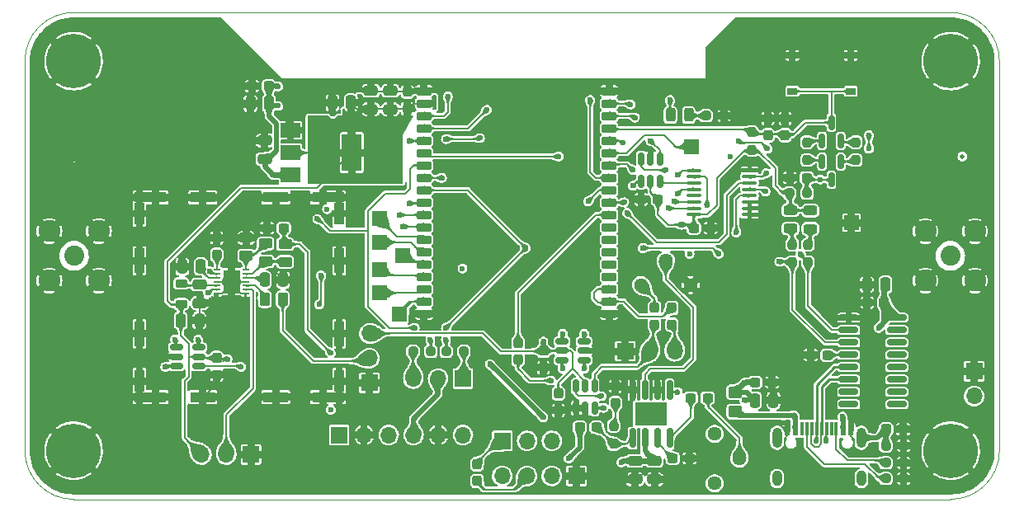
<source format=gbr>
%TF.GenerationSoftware,KiCad,Pcbnew,(6.0.9)*%
%TF.CreationDate,2022-12-19T18:44:09+02:00*%
%TF.ProjectId,cross_band_handy_walkie_talkie_V1,63726f73-735f-4626-916e-645f68616e64,rev?*%
%TF.SameCoordinates,Original*%
%TF.FileFunction,Copper,L1,Top*%
%TF.FilePolarity,Positive*%
%FSLAX46Y46*%
G04 Gerber Fmt 4.6, Leading zero omitted, Abs format (unit mm)*
G04 Created by KiCad (PCBNEW (6.0.9)) date 2022-12-19 18:44:09*
%MOMM*%
%LPD*%
G01*
G04 APERTURE LIST*
G04 Aperture macros list*
%AMRoundRect*
0 Rectangle with rounded corners*
0 $1 Rounding radius*
0 $2 $3 $4 $5 $6 $7 $8 $9 X,Y pos of 4 corners*
0 Add a 4 corners polygon primitive as box body*
4,1,4,$2,$3,$4,$5,$6,$7,$8,$9,$2,$3,0*
0 Add four circle primitives for the rounded corners*
1,1,$1+$1,$2,$3*
1,1,$1+$1,$4,$5*
1,1,$1+$1,$6,$7*
1,1,$1+$1,$8,$9*
0 Add four rect primitives between the rounded corners*
20,1,$1+$1,$2,$3,$4,$5,0*
20,1,$1+$1,$4,$5,$6,$7,0*
20,1,$1+$1,$6,$7,$8,$9,0*
20,1,$1+$1,$8,$9,$2,$3,0*%
G04 Aperture macros list end*
%TA.AperFunction,Profile*%
%ADD10C,0.100000*%
%TD*%
%TA.AperFunction,SMDPad,CuDef*%
%ADD11R,1.500000X1.500000*%
%TD*%
%TA.AperFunction,ComponentPad*%
%ADD12R,1.700000X1.700000*%
%TD*%
%TA.AperFunction,ComponentPad*%
%ADD13O,1.700000X1.700000*%
%TD*%
%TA.AperFunction,ComponentPad*%
%ADD14C,3.600000*%
%TD*%
%TA.AperFunction,ConnectorPad*%
%ADD15C,5.600000*%
%TD*%
%TA.AperFunction,SMDPad,CuDef*%
%ADD16RoundRect,0.237500X0.237500X-0.300000X0.237500X0.300000X-0.237500X0.300000X-0.237500X-0.300000X0*%
%TD*%
%TA.AperFunction,SMDPad,CuDef*%
%ADD17RoundRect,0.250000X0.250000X0.475000X-0.250000X0.475000X-0.250000X-0.475000X0.250000X-0.475000X0*%
%TD*%
%TA.AperFunction,ComponentPad*%
%ADD18C,1.440000*%
%TD*%
%TA.AperFunction,SMDPad,CuDef*%
%ADD19RoundRect,0.237500X-0.237500X0.250000X-0.237500X-0.250000X0.237500X-0.250000X0.237500X0.250000X0*%
%TD*%
%TA.AperFunction,SMDPad,CuDef*%
%ADD20RoundRect,0.237500X-0.300000X-0.237500X0.300000X-0.237500X0.300000X0.237500X-0.300000X0.237500X0*%
%TD*%
%TA.AperFunction,SMDPad,CuDef*%
%ADD21RoundRect,0.237500X0.300000X0.237500X-0.300000X0.237500X-0.300000X-0.237500X0.300000X-0.237500X0*%
%TD*%
%TA.AperFunction,SMDPad,CuDef*%
%ADD22RoundRect,0.237500X0.237500X-0.250000X0.237500X0.250000X-0.237500X0.250000X-0.237500X-0.250000X0*%
%TD*%
%TA.AperFunction,SMDPad,CuDef*%
%ADD23RoundRect,0.150000X-0.512500X-0.150000X0.512500X-0.150000X0.512500X0.150000X-0.512500X0.150000X0*%
%TD*%
%TA.AperFunction,SMDPad,CuDef*%
%ADD24RoundRect,0.237500X-0.237500X0.300000X-0.237500X-0.300000X0.237500X-0.300000X0.237500X0.300000X0*%
%TD*%
%TA.AperFunction,SMDPad,CuDef*%
%ADD25RoundRect,0.243750X0.243750X0.456250X-0.243750X0.456250X-0.243750X-0.456250X0.243750X-0.456250X0*%
%TD*%
%TA.AperFunction,SMDPad,CuDef*%
%ADD26RoundRect,0.237500X-0.250000X-0.237500X0.250000X-0.237500X0.250000X0.237500X-0.250000X0.237500X0*%
%TD*%
%TA.AperFunction,SMDPad,CuDef*%
%ADD27RoundRect,0.100000X0.637500X0.100000X-0.637500X0.100000X-0.637500X-0.100000X0.637500X-0.100000X0*%
%TD*%
%TA.AperFunction,SMDPad,CuDef*%
%ADD28RoundRect,0.250000X0.475000X-0.250000X0.475000X0.250000X-0.475000X0.250000X-0.475000X-0.250000X0*%
%TD*%
%TA.AperFunction,SMDPad,CuDef*%
%ADD29R,1.000000X0.700000*%
%TD*%
%TA.AperFunction,SMDPad,CuDef*%
%ADD30RoundRect,0.150000X0.512500X0.150000X-0.512500X0.150000X-0.512500X-0.150000X0.512500X-0.150000X0*%
%TD*%
%TA.AperFunction,SMDPad,CuDef*%
%ADD31RoundRect,0.243750X0.456250X-0.243750X0.456250X0.243750X-0.456250X0.243750X-0.456250X-0.243750X0*%
%TD*%
%TA.AperFunction,SMDPad,CuDef*%
%ADD32RoundRect,0.150000X0.150000X-0.512500X0.150000X0.512500X-0.150000X0.512500X-0.150000X-0.512500X0*%
%TD*%
%TA.AperFunction,SMDPad,CuDef*%
%ADD33RoundRect,0.225000X-0.525000X-0.225000X0.525000X-0.225000X0.525000X0.225000X-0.525000X0.225000X0*%
%TD*%
%TA.AperFunction,SMDPad,CuDef*%
%ADD34RoundRect,0.150000X-0.150000X0.512500X-0.150000X-0.512500X0.150000X-0.512500X0.150000X0.512500X0*%
%TD*%
%TA.AperFunction,SMDPad,CuDef*%
%ADD35R,2.000000X1.500000*%
%TD*%
%TA.AperFunction,SMDPad,CuDef*%
%ADD36R,2.000000X3.800000*%
%TD*%
%TA.AperFunction,SMDPad,CuDef*%
%ADD37RoundRect,0.250000X0.450000X-0.262500X0.450000X0.262500X-0.450000X0.262500X-0.450000X-0.262500X0*%
%TD*%
%TA.AperFunction,SMDPad,CuDef*%
%ADD38C,0.500000*%
%TD*%
%TA.AperFunction,ComponentPad*%
%ADD39C,2.050000*%
%TD*%
%TA.AperFunction,ComponentPad*%
%ADD40C,2.250000*%
%TD*%
%TA.AperFunction,SMDPad,CuDef*%
%ADD41RoundRect,0.250000X-0.250000X-0.475000X0.250000X-0.475000X0.250000X0.475000X-0.250000X0.475000X0*%
%TD*%
%TA.AperFunction,SMDPad,CuDef*%
%ADD42RoundRect,0.150000X0.150000X-0.587500X0.150000X0.587500X-0.150000X0.587500X-0.150000X-0.587500X0*%
%TD*%
%TA.AperFunction,SMDPad,CuDef*%
%ADD43RoundRect,0.150000X-0.150000X0.825000X-0.150000X-0.825000X0.150000X-0.825000X0.150000X0.825000X0*%
%TD*%
%TA.AperFunction,ComponentPad*%
%ADD44C,0.500000*%
%TD*%
%TA.AperFunction,SMDPad,CuDef*%
%ADD45R,3.300000X2.410000*%
%TD*%
%TA.AperFunction,SMDPad,CuDef*%
%ADD46RoundRect,0.250000X-0.450000X0.262500X-0.450000X-0.262500X0.450000X-0.262500X0.450000X0.262500X0*%
%TD*%
%TA.AperFunction,SMDPad,CuDef*%
%ADD47RoundRect,0.250000X-0.475000X0.250000X-0.475000X-0.250000X0.475000X-0.250000X0.475000X0.250000X0*%
%TD*%
%TA.AperFunction,SMDPad,CuDef*%
%ADD48RoundRect,0.237500X0.250000X0.237500X-0.250000X0.237500X-0.250000X-0.237500X0.250000X-0.237500X0*%
%TD*%
%TA.AperFunction,SMDPad,CuDef*%
%ADD49RoundRect,0.218750X-0.381250X0.218750X-0.381250X-0.218750X0.381250X-0.218750X0.381250X0.218750X0*%
%TD*%
%TA.AperFunction,SMDPad,CuDef*%
%ADD50RoundRect,0.150000X-0.825000X-0.150000X0.825000X-0.150000X0.825000X0.150000X-0.825000X0.150000X0*%
%TD*%
%TA.AperFunction,SMDPad,CuDef*%
%ADD51RoundRect,0.250000X-0.262500X-0.450000X0.262500X-0.450000X0.262500X0.450000X-0.262500X0.450000X0*%
%TD*%
%TA.AperFunction,SMDPad,CuDef*%
%ADD52RoundRect,0.250000X0.450000X-0.350000X0.450000X0.350000X-0.450000X0.350000X-0.450000X-0.350000X0*%
%TD*%
%TA.AperFunction,SMDPad,CuDef*%
%ADD53R,2.300000X1.000000*%
%TD*%
%TA.AperFunction,SMDPad,CuDef*%
%ADD54R,1.000000X2.300000*%
%TD*%
%TA.AperFunction,SMDPad,CuDef*%
%ADD55R,1.000000X2.600000*%
%TD*%
%TA.AperFunction,SMDPad,CuDef*%
%ADD56R,2.600000X1.000000*%
%TD*%
%TA.AperFunction,SMDPad,CuDef*%
%ADD57R,1.000000X1.000000*%
%TD*%
%TA.AperFunction,SMDPad,CuDef*%
%ADD58RoundRect,0.150000X-0.150000X0.587500X-0.150000X-0.587500X0.150000X-0.587500X0.150000X0.587500X0*%
%TD*%
%TA.AperFunction,SMDPad,CuDef*%
%ADD59R,0.600000X1.450000*%
%TD*%
%TA.AperFunction,SMDPad,CuDef*%
%ADD60R,0.300000X1.450000*%
%TD*%
%TA.AperFunction,ComponentPad*%
%ADD61O,1.000000X2.100000*%
%TD*%
%TA.AperFunction,ComponentPad*%
%ADD62O,1.000000X1.600000*%
%TD*%
%TA.AperFunction,SMDPad,CuDef*%
%ADD63R,0.700000X0.250000*%
%TD*%
%TA.AperFunction,SMDPad,CuDef*%
%ADD64R,1.780000X2.350000*%
%TD*%
%TA.AperFunction,ComponentPad*%
%ADD65C,0.610000*%
%TD*%
%TA.AperFunction,ViaPad*%
%ADD66C,0.600000*%
%TD*%
%TA.AperFunction,ViaPad*%
%ADD67C,0.550000*%
%TD*%
%TA.AperFunction,Conductor*%
%ADD68C,0.200000*%
%TD*%
%TA.AperFunction,Conductor*%
%ADD69C,0.500000*%
%TD*%
%TA.AperFunction,Conductor*%
%ADD70C,0.150000*%
%TD*%
%TA.AperFunction,Conductor*%
%ADD71C,0.293370*%
%TD*%
G04 APERTURE END LIST*
D10*
X150000000Y-55000000D02*
X150000000Y-95000000D01*
X150000000Y-55000000D02*
G75*
G03*
X145000000Y-50000000I-5000000J0D01*
G01*
X55000000Y-50000000D02*
X145000000Y-50000000D01*
X145000000Y-100000000D02*
X55000000Y-100000000D01*
X145000000Y-100000000D02*
G75*
G03*
X150000000Y-95000000I0J5000000D01*
G01*
X50000000Y-95000000D02*
X50000000Y-55000000D01*
X50000000Y-95000000D02*
G75*
G03*
X55000000Y-100000000I5000000J0D01*
G01*
X55000000Y-50000000D02*
G75*
G03*
X50000000Y-55000000I0J-5000000D01*
G01*
D11*
%TO.P,TP10,1,1*%
%TO.N,GND*%
X134800000Y-71600000D03*
%TD*%
%TO.P,TP7,1,1*%
%TO.N,/GPIO_22*%
X118400000Y-63800000D03*
%TD*%
%TO.P,TP6,1,1*%
%TO.N,/HBIAS*%
X86400000Y-71200000D03*
%TD*%
%TO.P,TP5,1,1*%
%TO.N,/MIC2P*%
X86400000Y-73600000D03*
%TD*%
%TO.P,TP4,1,1*%
%TO.N,/MIC2N*%
X88800000Y-75000000D03*
%TD*%
%TO.P,TP3,1,1*%
%TO.N,/MBIAS*%
X86400000Y-76400000D03*
%TD*%
%TO.P,TP2,1,1*%
%TO.N,/MIC1P*%
X86400000Y-78800000D03*
%TD*%
%TO.P,TP1,1,1*%
%TO.N,/MIC1N*%
X88400000Y-81000000D03*
%TD*%
D12*
%TO.P,J5,1,Pin_1*%
%TO.N,GND*%
X73200000Y-95400000D03*
D13*
%TO.P,J5,2,Pin_2*%
%TO.N,/MIC_AR*%
X70660000Y-95400000D03*
%TO.P,J5,3,Pin_3*%
%TO.N,+3V3*%
X68120000Y-95400000D03*
%TD*%
D14*
%TO.P,H2,1,1*%
%TO.N,GND*%
X145000000Y-95000000D03*
D15*
X145000000Y-95000000D03*
%TD*%
D16*
%TO.P,C7,1*%
%TO.N,/EN*%
X128000000Y-62612500D03*
%TO.P,C7,2*%
%TO.N,GND*%
X128000000Y-60887500D03*
%TD*%
D12*
%TO.P,J3,1,Pin_1*%
%TO.N,GND*%
X111600000Y-84800000D03*
D13*
%TO.P,J3,2,Pin_2*%
%TO.N,/AUDIO_IN*%
X114140000Y-84800000D03*
%TO.P,J3,3,Pin_3*%
%TO.N,AUDIO_OUT*%
X116680000Y-84800000D03*
%TD*%
D17*
%TO.P,C10,1*%
%TO.N,+3V3*%
X83450000Y-59250000D03*
%TO.P,C10,2*%
%TO.N,GND*%
X81550000Y-59250000D03*
%TD*%
D18*
%TO.P,RV1,1,1*%
%TO.N,Net-(C27-Pad2)*%
X113225000Y-78000000D03*
%TO.P,RV1,2,2*%
%TO.N,Net-(RV1-Pad2)*%
X115765000Y-75460000D03*
%TO.P,RV1,3,3*%
%TO.N,GND*%
X118305000Y-78000000D03*
%TD*%
D19*
%TO.P,R2,1*%
%TO.N,/BASE1*%
X130250000Y-63337500D03*
%TO.P,R2,2*%
%TO.N,/~{DTR}*%
X130250000Y-65162500D03*
%TD*%
D20*
%TO.P,C29,1*%
%TO.N,Net-(C29-Pad1)*%
X118337500Y-89600000D03*
%TO.P,C29,2*%
%TO.N,Net-(C29-Pad2)*%
X120062500Y-89600000D03*
%TD*%
D19*
%TO.P,R4,1*%
%TO.N,/~{RTS}*%
X135250000Y-63337500D03*
%TO.P,R4,2*%
%TO.N,/BASE2*%
X135250000Y-65162500D03*
%TD*%
D12*
%TO.P,J2,1,Pin_1*%
%TO.N,Net-(C20-Pad2)*%
X99000000Y-94000000D03*
D13*
%TO.P,J2,2,Pin_2*%
%TO.N,RF_AUDIO_INPUT*%
X101540000Y-94000000D03*
%TO.P,J2,3,Pin_3*%
%TO.N,/esp_audio_OUTPUT*%
X104080000Y-94000000D03*
%TD*%
D21*
%TO.P,C28,1*%
%TO.N,Net-(C28-Pad1)*%
X108662500Y-92600000D03*
%TO.P,C28,2*%
%TO.N,/AMPLIFIED_AUDIO_OUT*%
X106937500Y-92600000D03*
%TD*%
D22*
%TO.P,R10,1*%
%TO.N,UART0_TX*%
X128750000Y-75662500D03*
%TO.P,R10,2*%
%TO.N,Net-(D2-Pad1)*%
X128750000Y-73837500D03*
%TD*%
D15*
%TO.P,H3,1,1*%
%TO.N,GND*%
X55000000Y-95000000D03*
D14*
X55000000Y-95000000D03*
%TD*%
D21*
%TO.P,C4,1*%
%TO.N,+5V*%
X138150000Y-79800000D03*
%TO.P,C4,2*%
%TO.N,GND*%
X136425000Y-79800000D03*
%TD*%
D23*
%TO.P,U11,1*%
%TO.N,Net-(U11-Pad1)*%
X65562500Y-84400000D03*
%TO.P,U11,2,GND*%
%TO.N,GND*%
X65562500Y-85350000D03*
%TO.P,U11,3*%
%TO.N,Net-(U11-Pad3)*%
X65562500Y-86300000D03*
%TO.P,U11,4*%
%TO.N,RF_AUDIO_INPUT*%
X67837500Y-86300000D03*
%TO.P,U11,5,V+*%
%TO.N,+3V3*%
X67837500Y-85350000D03*
%TO.P,U11,6*%
%TO.N,/switch4*%
X67837500Y-84400000D03*
%TD*%
D24*
%TO.P,C38,1*%
%TO.N,+3V3*%
X69700000Y-85487500D03*
%TO.P,C38,2*%
%TO.N,GND*%
X69700000Y-87212500D03*
%TD*%
D21*
%TO.P,C6,1*%
%TO.N,Net-(C6-Pad1)*%
X132362500Y-85200000D03*
%TO.P,C6,2*%
%TO.N,GND*%
X130637500Y-85200000D03*
%TD*%
%TO.P,C18,1*%
%TO.N,/MIC-AMP_IN*%
X76562500Y-72150000D03*
%TO.P,C18,2*%
%TO.N,GND*%
X74837500Y-72150000D03*
%TD*%
D12*
%TO.P,J7,1,Pin_1*%
%TO.N,GND*%
X106600000Y-97600000D03*
D13*
%TO.P,J7,2,Pin_2*%
%TO.N,/MIC-DIGI_IN*%
X104060000Y-97600000D03*
%TO.P,J7,3,Pin_3*%
%TO.N,Net-(C20-Pad1)*%
X101520000Y-97600000D03*
%TO.P,J7,4,Pin_4*%
%TO.N,/MIC_AMPLIFIER_OUTPUT*%
X98980000Y-97600000D03*
%TD*%
D25*
%TO.P,D4,1,K*%
%TO.N,Net-(D4-Pad1)*%
X118117500Y-60535000D03*
%TO.P,D4,2,A*%
%TO.N,/GPIO_23*%
X116242500Y-60535000D03*
%TD*%
D26*
%TO.P,R1,1*%
%TO.N,Net-(JP1-Pad3)*%
X89827500Y-84800000D03*
%TO.P,R1,2*%
%TO.N,PTT2*%
X91652500Y-84800000D03*
%TD*%
D27*
%TO.P,U4,1,A0*%
%TO.N,GND*%
X124362500Y-70775000D03*
%TO.P,U4,2,A1*%
X124362500Y-70125000D03*
%TO.P,U4,3,A2*%
X124362500Y-69475000D03*
%TO.P,U4,4,IO_0*%
%TO.N,PD1*%
X124362500Y-68825000D03*
%TO.P,U4,5,IO_1*%
%TO.N,H{slash}L1*%
X124362500Y-68175000D03*
%TO.P,U4,6,IO_2*%
%TO.N,PD2*%
X124362500Y-67525000D03*
%TO.P,U4,7,IO_3*%
%TO.N,H{slash}L2*%
X124362500Y-66875000D03*
%TO.P,U4,8,GND*%
%TO.N,GND*%
X124362500Y-66225000D03*
%TO.P,U4,9,IO_4*%
%TO.N,/switch1*%
X118637500Y-66225000D03*
%TO.P,U4,10,IO_5*%
%TO.N,/switch2*%
X118637500Y-66875000D03*
%TO.P,U4,11,IO_6*%
%TO.N,/switch3*%
X118637500Y-67525000D03*
%TO.P,U4,12,IO_7*%
%TO.N,/switch4*%
X118637500Y-68175000D03*
%TO.P,U4,13,~{INT}*%
%TO.N,unconnected-(U4-Pad13)*%
X118637500Y-68825000D03*
%TO.P,U4,14,SCL*%
%TO.N,SCL*%
X118637500Y-69475000D03*
%TO.P,U4,15,SDA*%
%TO.N,SDA*%
X118637500Y-70125000D03*
%TO.P,U4,16,VCC*%
%TO.N,+3V3*%
X118637500Y-70775000D03*
%TD*%
D28*
%TO.P,C3,1*%
%TO.N,+3V3*%
X85500000Y-59950000D03*
%TO.P,C3,2*%
%TO.N,GND*%
X85500000Y-58050000D03*
%TD*%
D17*
%TO.P,C5,1*%
%TO.N,+5V*%
X138300000Y-77950000D03*
%TO.P,C5,2*%
%TO.N,GND*%
X136400000Y-77950000D03*
%TD*%
D16*
%TO.P,C20,1*%
%TO.N,Net-(C20-Pad1)*%
X96400000Y-98125000D03*
%TO.P,C20,2*%
%TO.N,Net-(C20-Pad2)*%
X96400000Y-96400000D03*
%TD*%
%TO.P,C27,1*%
%TO.N,/AUDIO_IN*%
X114600000Y-82062500D03*
%TO.P,C27,2*%
%TO.N,Net-(C27-Pad2)*%
X114600000Y-80337500D03*
%TD*%
D29*
%TO.P,SW1,1,A*%
%TO.N,/EN*%
X134750000Y-58100000D03*
X128750000Y-58100000D03*
%TO.P,SW1,2,B*%
%TO.N,GND*%
X128750000Y-54400000D03*
X134750000Y-54400000D03*
%TD*%
D19*
%TO.P,R20,1*%
%TO.N,Net-(C30-Pad1)*%
X110400000Y-92487500D03*
%TO.P,R20,2*%
%TO.N,Net-(C28-Pad1)*%
X110400000Y-94312500D03*
%TD*%
D26*
%TO.P,R3,1*%
%TO.N,PTT1*%
X93227500Y-84800000D03*
%TO.P,R3,2*%
%TO.N,Net-(JP1-Pad1)*%
X95052500Y-84800000D03*
%TD*%
D30*
%TO.P,U8,1*%
%TO.N,/esp_audio_OUTPUT*%
X107387500Y-85700000D03*
%TO.P,U8,2,GND*%
%TO.N,GND*%
X107387500Y-84750000D03*
%TO.P,U8,3*%
%TO.N,Net-(C20-Pad2)*%
X107387500Y-83800000D03*
%TO.P,U8,4*%
%TO.N,RF_AUDIO_INPUT*%
X105112500Y-83800000D03*
%TO.P,U8,5,V+*%
%TO.N,+3V3*%
X105112500Y-84750000D03*
%TO.P,U8,6*%
%TO.N,/switch1*%
X105112500Y-85700000D03*
%TD*%
D31*
%TO.P,D1,1,K*%
%TO.N,Net-(D1-Pad1)*%
X130600000Y-72225000D03*
%TO.P,D1,2,A*%
%TO.N,+3V3*%
X130600000Y-70350000D03*
%TD*%
D24*
%TO.P,C19,1*%
%TO.N,Net-(C19-Pad1)*%
X116400000Y-80337500D03*
%TO.P,C19,2*%
%TO.N,AUDIO_OUT*%
X116400000Y-82062500D03*
%TD*%
D21*
%TO.P,C11,1*%
%TO.N,/BOOT*%
X130225000Y-67000000D03*
%TO.P,C11,2*%
%TO.N,GND*%
X128500000Y-67000000D03*
%TD*%
D20*
%TO.P,C12,1*%
%TO.N,+3V3*%
X118637500Y-72150000D03*
%TO.P,C12,2*%
%TO.N,GND*%
X120362500Y-72150000D03*
%TD*%
D32*
%TO.P,U9,1*%
%TO.N,GND*%
X106550000Y-90637500D03*
%TO.P,U9,2,GND*%
X107500000Y-90637500D03*
%TO.P,U9,3*%
%TO.N,AUDIO_OUT*%
X108450000Y-90637500D03*
%TO.P,U9,4*%
%TO.N,/AUDIO_IN*%
X108450000Y-88362500D03*
%TO.P,U9,5,V+*%
%TO.N,+3V3*%
X107500000Y-88362500D03*
%TO.P,U9,6*%
%TO.N,/switch2*%
X106550000Y-88362500D03*
%TD*%
D33*
%TO.P,U2,1,GND*%
%TO.N,GND*%
X90950000Y-58100000D03*
%TO.P,U2,2,3V3*%
%TO.N,+3V3*%
X90950000Y-59370000D03*
%TO.P,U2,3,SENSOR_VN*%
%TO.N,/SENSOR_VN*%
X90950000Y-60640000D03*
%TO.P,U2,4,SENSOR_VP*%
%TO.N,/SENSOR_VP*%
X90950000Y-61910000D03*
%TO.P,U2,5,IO_34*%
%TO.N,/-SLEEP*%
X90950000Y-63180000D03*
%TO.P,U2,6,IO_0*%
%TO.N,/BOOT*%
X90950000Y-64450000D03*
%TO.P,U2,7,IO_14*%
%TO.N,PTT2*%
X90950000Y-65720000D03*
%TO.P,U2,8,IO_12*%
%TO.N,RX1*%
X90950000Y-66990000D03*
%TO.P,U2,9,IO_13*%
%TO.N,PTT1*%
X90950000Y-68260000D03*
%TO.P,U2,10,IO_15*%
%TO.N,AUDIO_ON1*%
X90950000Y-69530000D03*
%TO.P,U2,11,IO_2*%
%TO.N,TX2*%
X90950000Y-70800000D03*
%TO.P,U2,12,IO_4*%
%TO.N,RX2*%
X90950000Y-72070000D03*
%TO.P,U2,13,HBIAS*%
%TO.N,/HBIAS*%
X90950000Y-73340000D03*
%TO.P,U2,14,MIC2_N*%
%TO.N,/MIC2P*%
X90950000Y-74610000D03*
%TO.P,U2,15,MIC2_P*%
%TO.N,/MIC2N*%
X90950000Y-75880000D03*
%TO.P,U2,16,MBIAS*%
%TO.N,/MBIAS*%
X90950000Y-77150000D03*
%TO.P,U2,17,MIC1P*%
%TO.N,/MIC1P*%
X90950000Y-78420000D03*
%TO.P,U2,18,MIC1N*%
%TO.N,/MIC1N*%
X90950000Y-79690000D03*
%TO.P,U2,19,GND*%
%TO.N,GND*%
X90950000Y-80960000D03*
%TO.P,U2,20,GND*%
X109950000Y-80960000D03*
%TO.P,U2,21,LINE_INR*%
%TO.N,Net-(C19-Pad1)*%
X109950000Y-79690000D03*
%TO.P,U2,22,LINE_INL*%
X109950000Y-78420000D03*
%TO.P,U2,23,SPO_RP*%
%TO.N,unconnected-(U2-Pad23)*%
X109950000Y-77150000D03*
%TO.P,U2,24,SPO_RN*%
%TO.N,unconnected-(U2-Pad24)*%
X109950000Y-75880000D03*
%TO.P,U2,25,SPO_LP*%
%TO.N,unconnected-(U2-Pad25)*%
X109950000Y-74610000D03*
%TO.P,U2,26,SPO_LN*%
%TO.N,unconnected-(U2-Pad26)*%
X109950000Y-73340000D03*
%TO.P,U2,27,HPOUT_L*%
%TO.N,unconnected-(U2-Pad27)*%
X109950000Y-72070000D03*
%TO.P,U2,28,HPOUT_R*%
%TO.N,Net-(C17-Pad1)*%
X109950000Y-70800000D03*
%TO.P,U2,29,IO_5*%
%TO.N,TX1*%
X109950000Y-69530000D03*
%TO.P,U2,30,IO_18*%
%TO.N,AUDIO_ON2*%
X109950000Y-68260000D03*
%TO.P,U2,31,IO_23*%
%TO.N,/GPIO_23*%
X109950000Y-66990000D03*
%TO.P,U2,32,IO_19*%
%TO.N,SDA*%
X109950000Y-65720000D03*
%TO.P,U2,33,IO_22*%
%TO.N,/GPIO_22*%
X109950000Y-64450000D03*
%TO.P,U2,34,IO_21*%
%TO.N,SCL*%
X109950000Y-63180000D03*
%TO.P,U2,35,EN*%
%TO.N,/EN*%
X109950000Y-61910000D03*
%TO.P,U2,36,TXD0*%
%TO.N,UART0_TX*%
X109950000Y-60640000D03*
%TO.P,U2,37,RXD0*%
%TO.N,UART0_RX*%
X109950000Y-59370000D03*
%TO.P,U2,38,GND*%
%TO.N,GND*%
X109950000Y-58100000D03*
%TD*%
D34*
%TO.P,U12,1*%
%TO.N,Net-(U12-Pad1)*%
X115150000Y-65062500D03*
%TO.P,U12,2,GND*%
%TO.N,GND*%
X114200000Y-65062500D03*
%TO.P,U12,3*%
%TO.N,Net-(U12-Pad3)*%
X113250000Y-65062500D03*
%TO.P,U12,4*%
%TO.N,AUDIO_OUT*%
X113250000Y-67337500D03*
%TO.P,U12,5,V+*%
%TO.N,+3V3*%
X114200000Y-67337500D03*
%TO.P,U12,6*%
%TO.N,/switch3*%
X115150000Y-67337500D03*
%TD*%
D35*
%TO.P,U3,1,GND*%
%TO.N,GND*%
X77250000Y-62100000D03*
D36*
%TO.P,U3,2,VO*%
%TO.N,+3V3*%
X83550000Y-64400000D03*
D35*
X77250000Y-64400000D03*
%TO.P,U3,3,VI*%
%TO.N,+5V*%
X77250000Y-66700000D03*
%TD*%
D17*
%TO.P,C33,1*%
%TO.N,GND*%
X126800000Y-89850000D03*
%TO.P,C33,2*%
%TO.N,+5V*%
X124900000Y-89850000D03*
%TD*%
D24*
%TO.P,C17,1*%
%TO.N,Net-(C17-Pad1)*%
X100600000Y-83937500D03*
%TO.P,C17,2*%
%TO.N,/esp_audio_OUTPUT*%
X100600000Y-85662500D03*
%TD*%
D37*
%TO.P,R17,1*%
%TO.N,Net-(R15-Pad1)*%
X72700000Y-74975000D03*
%TO.P,R17,2*%
%TO.N,GND*%
X72700000Y-73150000D03*
%TD*%
D16*
%TO.P,C16,1*%
%TO.N,Net-(C16-Pad1)*%
X69700000Y-74875000D03*
%TO.P,C16,2*%
%TO.N,GND*%
X69700000Y-73150000D03*
%TD*%
D38*
%TO.P,FID1,*%
%TO.N,*%
X146200000Y-64800000D03*
%TD*%
D20*
%TO.P,C24,1*%
%TO.N,Net-(C24-Pad1)*%
X116475000Y-95800000D03*
%TO.P,C24,2*%
%TO.N,GND*%
X118200000Y-95800000D03*
%TD*%
D17*
%TO.P,C32,1*%
%TO.N,+5V*%
X75050000Y-59350000D03*
%TO.P,C32,2*%
%TO.N,GND*%
X73150000Y-59350000D03*
%TD*%
D20*
%TO.P,C34,1*%
%TO.N,+5V*%
X124937500Y-88000000D03*
%TO.P,C34,2*%
%TO.N,GND*%
X126662500Y-88000000D03*
%TD*%
D39*
%TO.P,J15,1,In*%
%TO.N,/ant4*%
X144950000Y-75000000D03*
D40*
%TO.P,J15,2,Ext*%
%TO.N,GND*%
X147490000Y-77540000D03*
X147490000Y-72460000D03*
X142410000Y-72460000D03*
X142410000Y-77540000D03*
%TD*%
D41*
%TO.P,C21,1*%
%TO.N,/BIAS*%
X74600000Y-77450000D03*
%TO.P,C21,2*%
%TO.N,GND*%
X76500000Y-77450000D03*
%TD*%
D12*
%TO.P,J4,1,Pin_1*%
%TO.N,GND*%
X85350000Y-88050000D03*
D13*
%TO.P,J4,2,Pin_2*%
%TO.N,/MIC_GAIN*%
X85350000Y-85510000D03*
%TO.P,J4,3,Pin_3*%
%TO.N,+3V3*%
X85350000Y-82970000D03*
%TD*%
D42*
%TO.P,Q1,1,B*%
%TO.N,/BASE1*%
X131800000Y-63187500D03*
%TO.P,Q1,2,E*%
%TO.N,/~{RTS}*%
X133700000Y-63187500D03*
%TO.P,Q1,3,C*%
%TO.N,/EN*%
X132750000Y-61312500D03*
%TD*%
D18*
%TO.P,RV2,1,1*%
%TO.N,Net-(RV2-Pad1)*%
X120775000Y-93275000D03*
%TO.P,RV2,2,2*%
%TO.N,Net-(C29-Pad2)*%
X123315000Y-95815000D03*
%TO.P,RV2,3,3*%
%TO.N,unconnected-(RV2-Pad3)*%
X120775000Y-98355000D03*
%TD*%
D16*
%TO.P,C30,1*%
%TO.N,Net-(C30-Pad1)*%
X110600000Y-90112500D03*
%TO.P,C30,2*%
%TO.N,GND*%
X110600000Y-88387500D03*
%TD*%
D28*
%TO.P,C2,1*%
%TO.N,+3V3*%
X87500000Y-59950000D03*
%TO.P,C2,2*%
%TO.N,GND*%
X87500000Y-58050000D03*
%TD*%
D43*
%TO.P,U10,1,GAIN*%
%TO.N,Net-(RV2-Pad1)*%
X116155000Y-88775000D03*
%TO.P,U10,2,-*%
%TO.N,GND*%
X114885000Y-88775000D03*
%TO.P,U10,3,+*%
%TO.N,Net-(RV1-Pad2)*%
X113615000Y-88775000D03*
%TO.P,U10,4,GND*%
%TO.N,GND*%
X112345000Y-88775000D03*
%TO.P,U10,5*%
%TO.N,Net-(C28-Pad1)*%
X112345000Y-93725000D03*
%TO.P,U10,6,V+*%
%TO.N,+5V*%
X113615000Y-93725000D03*
%TO.P,U10,7,BYPASS*%
%TO.N,Net-(C24-Pad1)*%
X114885000Y-93725000D03*
%TO.P,U10,8,GAIN*%
%TO.N,Net-(C29-Pad1)*%
X116155000Y-93725000D03*
D44*
%TO.P,U10,9*%
%TO.N,N/C*%
X114250000Y-90550000D03*
X115450000Y-91950000D03*
X113050000Y-90550000D03*
X114250000Y-91950000D03*
X115450000Y-90550000D03*
D45*
X114250000Y-91250000D03*
D44*
X113050000Y-91950000D03*
%TD*%
D46*
%TO.P,R15,1*%
%TO.N,Net-(R15-Pad1)*%
X74690000Y-73737500D03*
%TO.P,R15,2*%
%TO.N,/MIC_BIAS*%
X74690000Y-75562500D03*
%TD*%
D47*
%TO.P,C26,1*%
%TO.N,+5V*%
X114600000Y-96050000D03*
%TO.P,C26,2*%
%TO.N,GND*%
X114600000Y-97950000D03*
%TD*%
D21*
%TO.P,C31,1*%
%TO.N,+5V*%
X75025000Y-57550000D03*
%TO.P,C31,2*%
%TO.N,GND*%
X73300000Y-57550000D03*
%TD*%
D39*
%TO.P,J14,1,In*%
%TO.N,/ant2*%
X55050000Y-75000000D03*
D40*
%TO.P,J14,2,Ext*%
%TO.N,GND*%
X57590000Y-72460000D03*
X52510000Y-72460000D03*
X57590000Y-77540000D03*
X52510000Y-77540000D03*
%TD*%
D15*
%TO.P,H4,1,1*%
%TO.N,GND*%
X145000000Y-55000000D03*
D14*
X145000000Y-55000000D03*
%TD*%
D47*
%TO.P,C13,1*%
%TO.N,+3.3VA*%
X67950000Y-77950000D03*
%TO.P,C13,2*%
%TO.N,GND*%
X67950000Y-79850000D03*
%TD*%
D20*
%TO.P,C15,1*%
%TO.N,Net-(C15-Pad1)*%
X138387500Y-92780000D03*
%TO.P,C15,2*%
%TO.N,GND*%
X140112500Y-92780000D03*
%TD*%
D41*
%TO.P,C14,1*%
%TO.N,+3V3*%
X66000000Y-81650000D03*
%TO.P,C14,2*%
%TO.N,GND*%
X67900000Y-81650000D03*
%TD*%
D28*
%TO.P,C9,1*%
%TO.N,+5V*%
X74600000Y-65050000D03*
%TO.P,C9,2*%
%TO.N,GND*%
X74600000Y-63150000D03*
%TD*%
D48*
%TO.P,R11,1*%
%TO.N,/BOOT*%
X130262500Y-68550000D03*
%TO.P,R11,2*%
%TO.N,+3V3*%
X128437500Y-68550000D03*
%TD*%
D17*
%TO.P,C22,1*%
%TO.N,/CG*%
X68050000Y-76100000D03*
%TO.P,C22,2*%
%TO.N,GND*%
X66150000Y-76100000D03*
%TD*%
D49*
%TO.P,L1,1*%
%TO.N,+3.3VA*%
X66050000Y-77837500D03*
%TO.P,L1,2*%
%TO.N,+3V3*%
X66050000Y-79962500D03*
%TD*%
D12*
%TO.P,J1,1,Pin_1*%
%TO.N,+3V3*%
X82250000Y-93400000D03*
D13*
%TO.P,J1,2,Pin_2*%
%TO.N,GND*%
X84790000Y-93400000D03*
%TO.P,J1,3,Pin_3*%
%TO.N,/AMPLIFIED_AUDIO_OUT*%
X87330000Y-93400000D03*
%TO.P,J1,4,Pin_4*%
%TO.N,/MIC_EST_PTT*%
X89870000Y-93400000D03*
%TO.P,J1,5,Pin_5*%
%TO.N,GND*%
X92410000Y-93400000D03*
%TO.P,J1,6,Pin_6*%
%TO.N,/MIC-AMP_IN*%
X94950000Y-93400000D03*
%TD*%
D50*
%TO.P,U1,1,GND*%
%TO.N,GND*%
X134525000Y-81355000D03*
%TO.P,U1,2,TXD*%
%TO.N,UART0_RX*%
X134525000Y-82625000D03*
%TO.P,U1,3,RXD*%
%TO.N,UART0_TX*%
X134525000Y-83895000D03*
%TO.P,U1,4,V3*%
%TO.N,Net-(C6-Pad1)*%
X134525000Y-85165000D03*
%TO.P,U1,5,UD+*%
%TO.N,D+*%
X134525000Y-86435000D03*
%TO.P,U1,6,UD-*%
%TO.N,D-*%
X134525000Y-87705000D03*
%TO.P,U1,7,NC*%
%TO.N,unconnected-(U1-Pad7)*%
X134525000Y-88975000D03*
%TO.P,U1,8,NC*%
%TO.N,unconnected-(U1-Pad8)*%
X134525000Y-90245000D03*
%TO.P,U1,9,~{CTS}*%
%TO.N,unconnected-(U1-Pad9)*%
X139475000Y-90245000D03*
%TO.P,U1,10,~{DSR}*%
%TO.N,unconnected-(U1-Pad10)*%
X139475000Y-88975000D03*
%TO.P,U1,11,~{RI}*%
%TO.N,unconnected-(U1-Pad11)*%
X139475000Y-87705000D03*
%TO.P,U1,12,~{DCD}*%
%TO.N,unconnected-(U1-Pad12)*%
X139475000Y-86435000D03*
%TO.P,U1,13,~{DTR}*%
%TO.N,unconnected-(U1-Pad13)*%
X139475000Y-85165000D03*
%TO.P,U1,14,~{RTS}*%
%TO.N,unconnected-(U1-Pad14)*%
X139475000Y-83895000D03*
%TO.P,U1,15,R232*%
%TO.N,unconnected-(U1-Pad15)*%
X139475000Y-82625000D03*
%TO.P,U1,16,VCC*%
%TO.N,+5V*%
X139475000Y-81355000D03*
%TD*%
D12*
%TO.P,JP1,1,A*%
%TO.N,Net-(JP1-Pad1)*%
X94940000Y-87600000D03*
D13*
%TO.P,JP1,2,C*%
%TO.N,/MIC_EST_PTT*%
X92400000Y-87600000D03*
%TO.P,JP1,3,B*%
%TO.N,Net-(JP1-Pad3)*%
X89860000Y-87600000D03*
%TD*%
D22*
%TO.P,R9,1*%
%TO.N,UART0_RX*%
X130350000Y-75662500D03*
%TO.P,R9,2*%
%TO.N,Net-(D1-Pad1)*%
X130350000Y-73837500D03*
%TD*%
D51*
%TO.P,R19,1*%
%TO.N,/MIC_GAIN_pin*%
X74625000Y-79450000D03*
%TO.P,R19,2*%
%TO.N,/MIC_GAIN*%
X76450000Y-79450000D03*
%TD*%
D52*
%TO.P,FB2,1*%
%TO.N,VBUS*%
X122850000Y-91000000D03*
%TO.P,FB2,2*%
%TO.N,+5V*%
X122850000Y-89000000D03*
%TD*%
D26*
%TO.P,R14,1*%
%TO.N,/cc2*%
X138337500Y-96250000D03*
%TO.P,R14,2*%
%TO.N,GND*%
X140162500Y-96250000D03*
%TD*%
%TO.P,R12,1*%
%TO.N,/cc1*%
X138337500Y-97870000D03*
%TO.P,R12,2*%
%TO.N,GND*%
X140162500Y-97870000D03*
%TD*%
D16*
%TO.P,C1,1*%
%TO.N,+3V3*%
X89250000Y-59862500D03*
%TO.P,C1,2*%
%TO.N,GND*%
X89250000Y-58137500D03*
%TD*%
D53*
%TO.P,J8,1,Shield*%
%TO.N,GND*%
X63400000Y-89500000D03*
D54*
X61750000Y-87850000D03*
D53*
X80600000Y-69000000D03*
D55*
X61750000Y-75500000D03*
D54*
X61750000Y-70650000D03*
D55*
X82250000Y-83000000D03*
D53*
X80600000Y-89500000D03*
D56*
X68250000Y-89500000D03*
X75750000Y-89500000D03*
D54*
X82250000Y-87850000D03*
D57*
X82250000Y-69000000D03*
D53*
X63400000Y-69000000D03*
D57*
X82250000Y-89500000D03*
D56*
X75750000Y-69000000D03*
D57*
X61750000Y-89500000D03*
D55*
X61750000Y-83000000D03*
D57*
X61750000Y-69000000D03*
D54*
X82250000Y-70650000D03*
D55*
X82250000Y-75500000D03*
D56*
X68250000Y-69000000D03*
%TD*%
D12*
%TO.P,J9,1,Pin_1*%
%TO.N,GND*%
X147400000Y-86860000D03*
D13*
%TO.P,J9,2,Pin_2*%
%TO.N,Net-(D3-Pad2)*%
X147400000Y-89400000D03*
%TD*%
D58*
%TO.P,Q2,1,B*%
%TO.N,/BASE2*%
X133700000Y-65312500D03*
%TO.P,Q2,2,E*%
%TO.N,/~{DTR}*%
X131800000Y-65312500D03*
%TO.P,Q2,3,C*%
%TO.N,/BOOT*%
X132750000Y-67187500D03*
%TD*%
D21*
%TO.P,C37,1*%
%TO.N,+3V3*%
X114962500Y-69200000D03*
%TO.P,C37,2*%
%TO.N,GND*%
X113237500Y-69200000D03*
%TD*%
D14*
%TO.P,H1,1,1*%
%TO.N,GND*%
X55000000Y-55000000D03*
D15*
X55000000Y-55000000D03*
%TD*%
D48*
%TO.P,R16,1*%
%TO.N,GND*%
X140162500Y-94500000D03*
%TO.P,R16,2*%
%TO.N,Net-(C15-Pad1)*%
X138337500Y-94500000D03*
%TD*%
D24*
%TO.P,C35,1*%
%TO.N,+3V3*%
X103200000Y-84737500D03*
%TO.P,C35,2*%
%TO.N,GND*%
X103200000Y-86462500D03*
%TD*%
D31*
%TO.P,D2,1,K*%
%TO.N,Net-(D2-Pad1)*%
X128550000Y-72187500D03*
%TO.P,D2,2,A*%
%TO.N,+3V3*%
X128550000Y-70312500D03*
%TD*%
D16*
%TO.P,C8,1*%
%TO.N,/EN*%
X126250000Y-62612500D03*
%TO.P,C8,2*%
%TO.N,GND*%
X126250000Y-60887500D03*
%TD*%
D37*
%TO.P,R13,1*%
%TO.N,/MIC_BIAS*%
X76700000Y-75612500D03*
%TO.P,R13,2*%
%TO.N,/MIC-AMP_IN*%
X76700000Y-73787500D03*
%TD*%
D19*
%TO.P,R7,1*%
%TO.N,/EN*%
X124600000Y-62287500D03*
%TO.P,R7,2*%
%TO.N,+3V3*%
X124600000Y-64112500D03*
%TD*%
D59*
%TO.P,J6,A1,GND*%
%TO.N,GND*%
X128250000Y-92765000D03*
%TO.P,J6,A4,VBUS*%
%TO.N,VBUS*%
X129050000Y-92765000D03*
D60*
%TO.P,J6,A5,CC1*%
%TO.N,/cc1*%
X130250000Y-92765000D03*
%TO.P,J6,A6,D+*%
%TO.N,D+*%
X131250000Y-92765000D03*
%TO.P,J6,A7,D-*%
%TO.N,D-*%
X131750000Y-92765000D03*
%TO.P,J6,A8,SBU1*%
%TO.N,unconnected-(J6-PadA8)*%
X132750000Y-92765000D03*
D59*
%TO.P,J6,A9,VBUS*%
%TO.N,VBUS*%
X133950000Y-92765000D03*
%TO.P,J6,A12,GND*%
%TO.N,GND*%
X134750000Y-92765000D03*
%TO.P,J6,B1,GND*%
X134750000Y-92765000D03*
%TO.P,J6,B4,VBUS*%
%TO.N,VBUS*%
X133950000Y-92765000D03*
D60*
%TO.P,J6,B5,CC2*%
%TO.N,/cc2*%
X133250000Y-92765000D03*
%TO.P,J6,B6,D+*%
%TO.N,D+*%
X132250000Y-92765000D03*
%TO.P,J6,B7,D-*%
%TO.N,D-*%
X130750000Y-92765000D03*
%TO.P,J6,B8,SBU2*%
%TO.N,unconnected-(J6-PadB8)*%
X129750000Y-92765000D03*
D59*
%TO.P,J6,B9,VBUS*%
%TO.N,VBUS*%
X129050000Y-92765000D03*
%TO.P,J6,B12,GND*%
%TO.N,GND*%
X128250000Y-92765000D03*
D61*
%TO.P,J6,S1,SHIELD*%
%TO.N,Net-(C15-Pad1)*%
X127180000Y-93680000D03*
D62*
X135820000Y-97860000D03*
D61*
X135820000Y-93680000D03*
D62*
X127180000Y-97860000D03*
%TD*%
D48*
%TO.P,R5,1*%
%TO.N,GND*%
X121712500Y-60600000D03*
%TO.P,R5,2*%
%TO.N,Net-(D4-Pad1)*%
X119887500Y-60600000D03*
%TD*%
D47*
%TO.P,C25,1*%
%TO.N,+5V*%
X112600000Y-96050000D03*
%TO.P,C25,2*%
%TO.N,GND*%
X112600000Y-97950000D03*
%TD*%
D24*
%TO.P,C36,1*%
%TO.N,+3V3*%
X104750000Y-89137500D03*
%TO.P,C36,2*%
%TO.N,GND*%
X104750000Y-90862500D03*
%TD*%
D63*
%TO.P,U7,1,CT*%
%TO.N,Net-(C16-Pad1)*%
X69725000Y-76450000D03*
%TO.P,U7,2,~{SHDN}*%
%TO.N,/-SLEEP*%
X69725000Y-76850000D03*
%TO.P,U7,3,CG*%
%TO.N,/CG*%
X69725000Y-77250000D03*
%TO.P,U7,4,GND*%
%TO.N,GND*%
X69725000Y-77650000D03*
%TO.P,U7,5,VDD*%
%TO.N,+3.3VA*%
X69725000Y-78050000D03*
%TO.P,U7,6,MICOUT*%
%TO.N,/MIC_AMPLIFIER_OUTPUT*%
X69725000Y-78450000D03*
%TO.P,U7,7,GND*%
%TO.N,GND*%
X69725000Y-78850000D03*
%TO.P,U7,8,MICIN*%
X72675000Y-78850000D03*
%TO.P,U7,9,A/R*%
%TO.N,/MIC_AR*%
X72675000Y-78450000D03*
%TO.P,U7,10,GAIN*%
%TO.N,/MIC_GAIN_pin*%
X72675000Y-78050000D03*
%TO.P,U7,11,GND*%
%TO.N,GND*%
X72675000Y-77650000D03*
%TO.P,U7,12,BIAS*%
%TO.N,/BIAS*%
X72675000Y-77250000D03*
%TO.P,U7,13,MICBIAS*%
%TO.N,/MIC_BIAS*%
X72675000Y-76850000D03*
%TO.P,U7,14,TH*%
%TO.N,Net-(R15-Pad1)*%
X72675000Y-76450000D03*
D64*
%TO.P,U7,15,GND*%
%TO.N,GND*%
X71200000Y-77650000D03*
%TD*%
D65*
%TO.P,FL2,2,GND*%
%TO.N,GND*%
X143018647Y-81818647D03*
%TO.P,FL2,4,GND*%
X144581353Y-83381353D03*
%TD*%
%TO.P,FL1,2,GND*%
%TO.N,GND*%
X56981353Y-66581353D03*
%TO.P,FL1,4,GND*%
X55418647Y-65018647D03*
%TD*%
D66*
%TO.N,GND*%
X148220000Y-92540000D03*
X148220000Y-84920000D03*
X148220000Y-82380000D03*
X148220000Y-79840000D03*
X148220000Y-74760000D03*
X148220000Y-69680000D03*
X148220000Y-67140000D03*
X148220000Y-64600000D03*
X148220000Y-62060000D03*
X148220000Y-59520000D03*
X148220000Y-56980000D03*
X145680000Y-87460000D03*
X145680000Y-84920000D03*
X145680000Y-72220000D03*
X145680000Y-69680000D03*
X145680000Y-67140000D03*
X145680000Y-62060000D03*
X145680000Y-59520000D03*
X143140000Y-74760000D03*
X143140000Y-69680000D03*
X143140000Y-67140000D03*
X143140000Y-64600000D03*
X143140000Y-62060000D03*
X143140000Y-59520000D03*
X143140000Y-51900000D03*
X140600000Y-79840000D03*
X140600000Y-77300000D03*
X140600000Y-74760000D03*
X140600000Y-72220000D03*
X140600000Y-69680000D03*
X140600000Y-67140000D03*
X140600000Y-64600000D03*
X140600000Y-62060000D03*
X140600000Y-59520000D03*
X140600000Y-56980000D03*
X140600000Y-54440000D03*
X140600000Y-51900000D03*
X138060000Y-74760000D03*
X138060000Y-69680000D03*
X138060000Y-56980000D03*
X138060000Y-51900000D03*
X135520000Y-74760000D03*
X135520000Y-69680000D03*
X135520000Y-59520000D03*
X135520000Y-56980000D03*
X135520000Y-51900000D03*
X132980000Y-77300000D03*
X132980000Y-74760000D03*
X132980000Y-72220000D03*
X132980000Y-69680000D03*
X132980000Y-56980000D03*
X132980000Y-51900000D03*
X130440000Y-90000000D03*
X130440000Y-59520000D03*
X130440000Y-56980000D03*
X130440000Y-51900000D03*
X127900000Y-77300000D03*
X127900000Y-59520000D03*
X127900000Y-56980000D03*
X127900000Y-51900000D03*
X125360000Y-97620000D03*
X125360000Y-95080000D03*
X125360000Y-92540000D03*
X125360000Y-84920000D03*
X125360000Y-82380000D03*
X125360000Y-79840000D03*
X125360000Y-77300000D03*
X125360000Y-59520000D03*
X125360000Y-56980000D03*
X125360000Y-51900000D03*
X122820000Y-97620000D03*
X122820000Y-82380000D03*
X122820000Y-51900000D03*
X120280000Y-95080000D03*
X120280000Y-87460000D03*
X117740000Y-97620000D03*
X117740000Y-82380000D03*
X110120000Y-97620000D03*
X110120000Y-84920000D03*
X107580000Y-77300000D03*
X105040000Y-79840000D03*
X105040000Y-77300000D03*
X105040000Y-72220000D03*
X105040000Y-62060000D03*
X102500000Y-82380000D03*
X102500000Y-79840000D03*
X102500000Y-72220000D03*
X102500000Y-59520000D03*
X99960000Y-77300000D03*
X99960000Y-59520000D03*
X97420000Y-92540000D03*
X97420000Y-79840000D03*
X97420000Y-74760000D03*
X97420000Y-72220000D03*
X94880000Y-72220000D03*
X92340000Y-77300000D03*
X87260000Y-87460000D03*
X87260000Y-84920000D03*
X84720000Y-95080000D03*
X82180000Y-95080000D03*
X79640000Y-97620000D03*
X77100000Y-97620000D03*
X77100000Y-95080000D03*
X74560000Y-97620000D03*
X74560000Y-87460000D03*
X74560000Y-84920000D03*
X72020000Y-97620000D03*
X72020000Y-54440000D03*
X69480000Y-97620000D03*
X69480000Y-92540000D03*
X69480000Y-59520000D03*
X69480000Y-56980000D03*
X69480000Y-54440000D03*
X69480000Y-51900000D03*
X66940000Y-97620000D03*
X66940000Y-74760000D03*
X66940000Y-56980000D03*
X66940000Y-54440000D03*
X66940000Y-51900000D03*
X64400000Y-97620000D03*
X64400000Y-95080000D03*
X64400000Y-72220000D03*
X64400000Y-67140000D03*
X64400000Y-64600000D03*
X64400000Y-62060000D03*
X64400000Y-56980000D03*
X64400000Y-54440000D03*
X64400000Y-51900000D03*
X61860000Y-97620000D03*
X61860000Y-95080000D03*
X61860000Y-64600000D03*
X61860000Y-56980000D03*
X61860000Y-54440000D03*
X61860000Y-51900000D03*
X59320000Y-97620000D03*
X59320000Y-95080000D03*
X59320000Y-92540000D03*
X59320000Y-90000000D03*
X59320000Y-87460000D03*
X59320000Y-84920000D03*
X59320000Y-82380000D03*
X59320000Y-79840000D03*
X59320000Y-77300000D03*
X59320000Y-74760000D03*
X59320000Y-72220000D03*
X59320000Y-69680000D03*
X59320000Y-67140000D03*
X59320000Y-59520000D03*
X59320000Y-56980000D03*
X59320000Y-54440000D03*
X59320000Y-51900000D03*
X56780000Y-90000000D03*
X56780000Y-87460000D03*
X56780000Y-84920000D03*
X56780000Y-82380000D03*
X56780000Y-79840000D03*
X56780000Y-74760000D03*
X56780000Y-59520000D03*
X54240000Y-90000000D03*
X54240000Y-87460000D03*
X54240000Y-84920000D03*
X54240000Y-82380000D03*
X54240000Y-79840000D03*
X54240000Y-77300000D03*
X54240000Y-72220000D03*
X54240000Y-64600000D03*
X54240000Y-62060000D03*
X54240000Y-59520000D03*
X51700000Y-92540000D03*
X51700000Y-90000000D03*
X51700000Y-87460000D03*
X51700000Y-84920000D03*
X51700000Y-82380000D03*
X51700000Y-79840000D03*
X51700000Y-74760000D03*
X51700000Y-69680000D03*
X51700000Y-67140000D03*
X51700000Y-64600000D03*
X51700000Y-62060000D03*
X51700000Y-59520000D03*
X51700000Y-56980000D03*
%TO.N,/SENSOR_VP*%
X97400000Y-60000000D03*
%TO.N,/SENSOR_VN*%
X93400000Y-58600000D03*
%TO.N,GND*%
X81600000Y-60400000D03*
X80600000Y-59200000D03*
X73400000Y-63000000D03*
X77800000Y-60800000D03*
X72200000Y-57400000D03*
X103800000Y-90800000D03*
X135400000Y-78000000D03*
X59400000Y-61800000D03*
X68200000Y-70200000D03*
X135400000Y-92049500D03*
X144000000Y-78400000D03*
X140200000Y-92000000D03*
X92040000Y-80960000D03*
X127600000Y-88000000D03*
X89800000Y-81000000D03*
X57600000Y-62800000D03*
X136000000Y-81400000D03*
X125200000Y-60800000D03*
X69000000Y-79800000D03*
X77953233Y-69023383D03*
X72800000Y-72400000D03*
X118200000Y-94800000D03*
X146000000Y-78400000D03*
X119900498Y-73000000D03*
X146000000Y-79800000D03*
X91000000Y-81800000D03*
X111200000Y-81000000D03*
X128000000Y-90000000D03*
X69600000Y-88200000D03*
X115800000Y-97400000D03*
X59600000Y-64200000D03*
X142400000Y-85400000D03*
X114200000Y-64000000D03*
X140200000Y-98800000D03*
X69600000Y-79200000D03*
X53800000Y-70200000D03*
X125600000Y-70800000D03*
X56200000Y-70200000D03*
X72400000Y-59600000D03*
X65400000Y-76200000D03*
X129600000Y-85200000D03*
X135400000Y-79800000D03*
X76800000Y-60800000D03*
X74000000Y-72200000D03*
X53800000Y-68600000D03*
X56200000Y-68600000D03*
X69800000Y-72000000D03*
X74600000Y-62200000D03*
X110600000Y-87400000D03*
X108800000Y-81000000D03*
X87600000Y-57000000D03*
X127800000Y-92200000D03*
X68800000Y-81600000D03*
X141000000Y-84000000D03*
X91000000Y-57200000D03*
X115000000Y-87400000D03*
X123200000Y-66200000D03*
X132845000Y-81355000D03*
X81600000Y-58200000D03*
X113600000Y-97200000D03*
X92200000Y-58000000D03*
X144000000Y-79800000D03*
X62600000Y-70600000D03*
X112400000Y-87400000D03*
X129000000Y-60800000D03*
X134600000Y-95200000D03*
X85600000Y-57000000D03*
X104000000Y-86600000D03*
X108400000Y-84800000D03*
X113200000Y-70000000D03*
X122400000Y-61400000D03*
X75600000Y-76600000D03*
X110000000Y-81800000D03*
X125600000Y-69600000D03*
X128265647Y-95292729D03*
X111600000Y-97400000D03*
X75800000Y-88400000D03*
X64400000Y-85400000D03*
X107000000Y-91600000D03*
X89200000Y-57200000D03*
X62800000Y-83000000D03*
X128200000Y-53600000D03*
X128600000Y-66200000D03*
X141200000Y-86200000D03*
X140162500Y-95362500D03*
%TO.N,+3V3*%
X103200000Y-83800000D03*
X70800000Y-85600000D03*
X117400000Y-71800000D03*
%TO.N,/BOOT*%
X131612500Y-67150500D03*
X104800000Y-64800000D03*
X122400000Y-64800000D03*
%TO.N,VBUS*%
X129000000Y-91400000D03*
X133900000Y-91500000D03*
%TO.N,+5V*%
X76000000Y-59600000D03*
X94900000Y-76300000D03*
X103200000Y-91600000D03*
X111200000Y-96200000D03*
X137600000Y-82400000D03*
X76000000Y-57600000D03*
X123825000Y-88025000D03*
X123800000Y-89800000D03*
X97700000Y-86100000D03*
X75500000Y-66700000D03*
D67*
%TO.N,D+*%
X132200000Y-94000000D03*
X131200000Y-94000000D03*
D66*
%TO.N,UART0_TX*%
X112600000Y-60800000D03*
X127400000Y-75600000D03*
%TO.N,UART0_RX*%
X112150000Y-59450000D03*
X129600000Y-74800000D03*
%TO.N,H{slash}L2*%
X126200000Y-64000000D03*
X126100000Y-66500000D03*
X123200000Y-63200000D03*
%TO.N,TX1*%
X111500000Y-69500000D03*
%TO.N,RX1*%
X92800000Y-67000000D03*
%TO.N,PTT2*%
X80000000Y-71200000D03*
X90000000Y-82400000D03*
X91600000Y-83600000D03*
%TO.N,PD2*%
X111800000Y-70600000D03*
X81000000Y-70200000D03*
%TO.N,RX2*%
X88800000Y-72000000D03*
%TO.N,TX2*%
X88400000Y-70800000D03*
%TO.N,H{slash}L1*%
X126000000Y-68400000D03*
%TO.N,PD1*%
X123000000Y-72600000D03*
%TO.N,PTT1*%
X121200000Y-74800000D03*
X101400000Y-74200000D03*
X113400000Y-74200000D03*
X93200000Y-83600000D03*
X93200000Y-82400000D03*
%TO.N,/MIC-AMP_IN*%
X81400000Y-85000000D03*
X81400000Y-90800000D03*
%TO.N,AUDIO_OUT*%
X112400000Y-67800000D03*
X109400000Y-90600000D03*
%TO.N,/-SLEEP*%
X89400000Y-63200000D03*
X68976383Y-76601574D03*
%TO.N,AUDIO_ON1*%
X89400000Y-69600000D03*
%TO.N,Net-(C20-Pad2)*%
X107400000Y-83000000D03*
%TO.N,/AMPLIFIED_AUDIO_OUT*%
X105800000Y-95800000D03*
%TO.N,AUDIO_ON2*%
X107800000Y-69400000D03*
%TO.N,/GPIO_23*%
X116200000Y-59000000D03*
X108000000Y-59000000D03*
%TO.N,/switch1*%
X118200000Y-74800000D03*
X105200000Y-86600000D03*
X117000000Y-66699500D03*
%TO.N,/switch2*%
X120000000Y-69800000D03*
X109200000Y-89400000D03*
%TO.N,/switch4*%
X67800000Y-83600000D03*
X117000000Y-68600000D03*
%TO.N,Net-(RV2-Pad1)*%
X117000000Y-89000000D03*
%TO.N,SCL*%
X116600000Y-69400000D03*
X111400000Y-63400000D03*
%TO.N,SDA*%
X112400000Y-66200000D03*
X116000000Y-70100500D03*
%TO.N,Net-(U11-Pad3)*%
X64400000Y-86400000D03*
%TO.N,Net-(U11-Pad1)*%
X136600000Y-64000000D03*
X65400000Y-83600000D03*
X136600000Y-62600000D03*
%TO.N,Net-(U12-Pad1)*%
X93200000Y-63000000D03*
X114200000Y-63200000D03*
X80400000Y-77000000D03*
X96700000Y-62900000D03*
X80200000Y-80000000D03*
%TO.N,Net-(U12-Pad3)*%
X115800000Y-66200000D03*
%TO.N,/esp_audio_OUTPUT*%
X104000000Y-87800000D03*
X107400000Y-86600000D03*
%TO.N,RF_AUDIO_INPUT*%
X105200000Y-83000000D03*
X72200000Y-86400000D03*
%TO.N,/MIC_AMPLIFIER_OUTPUT*%
X68800000Y-78800000D03*
%TD*%
D68*
%TO.N,/SENSOR_VN*%
X92960000Y-60640000D02*
X90950000Y-60640000D01*
X93400000Y-60200000D02*
X92960000Y-60640000D01*
X93400000Y-58600000D02*
X93400000Y-60200000D01*
%TO.N,/SENSOR_VP*%
X95490000Y-61910000D02*
X97400000Y-60000000D01*
X90950000Y-61910000D02*
X95490000Y-61910000D01*
%TO.N,/GPIO_22*%
X115600000Y-62600000D02*
X116800000Y-63800000D01*
X113600000Y-62600000D02*
X115600000Y-62600000D01*
X109950000Y-64450000D02*
X111750000Y-64450000D01*
X111750000Y-64450000D02*
X113600000Y-62600000D01*
X116800000Y-63800000D02*
X118400000Y-63800000D01*
%TO.N,/EN*%
X109950000Y-61910000D02*
X110040000Y-62000000D01*
X110040000Y-62000000D02*
X124312500Y-62000000D01*
X124312500Y-62000000D02*
X124600000Y-62287500D01*
%TO.N,+3V3*%
X123887500Y-64112500D02*
X124600000Y-64112500D01*
X121000000Y-67000000D02*
X123887500Y-64112500D01*
X121000000Y-69800000D02*
X121000000Y-67000000D01*
X120025000Y-70775000D02*
X121000000Y-69800000D01*
X125112500Y-64112500D02*
X124600000Y-64112500D01*
X127000000Y-66000000D02*
X125112500Y-64112500D01*
X127000000Y-67800000D02*
X127000000Y-66000000D01*
X127800000Y-68600000D02*
X127000000Y-67800000D01*
X128387500Y-68600000D02*
X127800000Y-68600000D01*
X128437500Y-68550000D02*
X128387500Y-68600000D01*
%TO.N,/EN*%
X127875000Y-62487500D02*
X128000000Y-62612500D01*
X124600000Y-62287500D02*
X124800000Y-62487500D01*
X124800000Y-62487500D02*
X127875000Y-62487500D01*
%TO.N,+3V3*%
X118637500Y-70775000D02*
X120025000Y-70775000D01*
%TO.N,PTT2*%
X89880000Y-65720000D02*
X90950000Y-65720000D01*
X89500000Y-66100000D02*
X89880000Y-65720000D01*
X89000000Y-68600000D02*
X89500000Y-68100000D01*
X89500000Y-68100000D02*
X89500000Y-66100000D01*
X85200000Y-70400000D02*
X87000000Y-68600000D01*
X87000000Y-68600000D02*
X89000000Y-68600000D01*
X85200000Y-72400000D02*
X85200000Y-70400000D01*
%TO.N,/MBIAS*%
X87000000Y-77000000D02*
X86400000Y-76400000D01*
X90800000Y-77000000D02*
X87000000Y-77000000D01*
X90950000Y-77150000D02*
X90800000Y-77000000D01*
%TO.N,/HBIAS*%
X90610000Y-73000000D02*
X90950000Y-73340000D01*
X86400000Y-71200000D02*
X88200000Y-73000000D01*
X88200000Y-73000000D02*
X90610000Y-73000000D01*
%TO.N,/MIC2P*%
X89600000Y-73600000D02*
X86400000Y-73600000D01*
X90610000Y-74610000D02*
X89600000Y-73600000D01*
X90950000Y-74610000D02*
X90610000Y-74610000D01*
%TO.N,/MIC1P*%
X90950000Y-78420000D02*
X90570000Y-78800000D01*
X90570000Y-78800000D02*
X86400000Y-78800000D01*
%TO.N,/MIC2N*%
X90670000Y-75600000D02*
X90950000Y-75880000D01*
X88800000Y-75000000D02*
X89400000Y-75600000D01*
X89400000Y-75600000D02*
X90670000Y-75600000D01*
%TO.N,/MIC1N*%
X89710000Y-79690000D02*
X88400000Y-81000000D01*
X90950000Y-79690000D02*
X89710000Y-79690000D01*
%TO.N,PTT2*%
X85200000Y-80200000D02*
X85200000Y-72400000D01*
X87400000Y-82400000D02*
X85200000Y-80200000D01*
X90000000Y-82400000D02*
X87400000Y-82400000D01*
%TO.N,GND*%
X135065001Y-93865001D02*
X135065001Y-94734999D01*
X134750000Y-93550000D02*
X135065001Y-93865001D01*
X134750000Y-92765000D02*
X134750000Y-93550000D01*
X135065001Y-94734999D02*
X134600000Y-95200000D01*
X92040000Y-80960000D02*
X90950000Y-80960000D01*
X81550000Y-60350000D02*
X81600000Y-60400000D01*
X81550000Y-59250000D02*
X81550000Y-60350000D01*
X80650000Y-59250000D02*
X80600000Y-59200000D01*
X81550000Y-59250000D02*
X80650000Y-59250000D01*
X73550000Y-63150000D02*
X73400000Y-63000000D01*
X74600000Y-63150000D02*
X73550000Y-63150000D01*
X77250000Y-61350000D02*
X77800000Y-60800000D01*
X77250000Y-62100000D02*
X77250000Y-61350000D01*
X114885000Y-88775000D02*
X114885000Y-87515000D01*
X114200000Y-65062500D02*
X114200000Y-64000000D01*
X76800000Y-61650000D02*
X76800000Y-60800000D01*
X61750000Y-87850000D02*
X61750000Y-70650000D01*
X81550000Y-58250000D02*
X81600000Y-58200000D01*
X89250000Y-57250000D02*
X89200000Y-57200000D01*
X134750000Y-54400000D02*
X128750000Y-54400000D01*
X123200000Y-66200000D02*
X124337500Y-66200000D01*
X107387500Y-84750000D02*
X108350000Y-84750000D01*
X128250000Y-92765000D02*
X128250000Y-92650000D01*
X136400000Y-79775000D02*
X136425000Y-79800000D01*
X71200000Y-77850000D02*
X71200000Y-77650000D01*
X140162500Y-97870000D02*
X140162500Y-95362500D01*
X61750000Y-70650000D02*
X62550000Y-70650000D01*
X136400000Y-77950000D02*
X136400000Y-79775000D01*
X90950000Y-58100000D02*
X90950000Y-57250000D01*
X112600000Y-97950000D02*
X112150000Y-97950000D01*
X77800000Y-69000000D02*
X80600000Y-69000000D01*
X128265647Y-94834385D02*
X128265647Y-95292729D01*
X120362500Y-72537998D02*
X119900498Y-73000000D01*
X103862500Y-90862500D02*
X103800000Y-90800000D01*
D69*
X72900000Y-59600000D02*
X73150000Y-59350000D01*
D68*
X69700000Y-87212500D02*
X69700000Y-88100000D01*
X68950000Y-79850000D02*
X69000000Y-79800000D01*
X135450000Y-77950000D02*
X135400000Y-78000000D01*
X128250000Y-92650000D02*
X127800000Y-92200000D01*
X127850000Y-89850000D02*
X128000000Y-90000000D01*
X112600000Y-97950000D02*
X112850000Y-97950000D01*
X107000000Y-91600000D02*
X106800000Y-91600000D01*
X107000000Y-91600000D02*
X107500000Y-91100000D01*
X134750000Y-92049500D02*
X135400000Y-92049500D01*
X72700000Y-73150000D02*
X72700000Y-72500000D01*
X61750000Y-83000000D02*
X62800000Y-83000000D01*
D69*
X110600000Y-88387500D02*
X110600000Y-87400000D01*
D68*
X135955000Y-81355000D02*
X136000000Y-81400000D01*
X90950000Y-80960000D02*
X90950000Y-81750000D01*
X77929850Y-69000000D02*
X77953233Y-69023383D01*
X104750000Y-90862500D02*
X103862500Y-90862500D01*
X109950000Y-80960000D02*
X108840000Y-80960000D01*
X69725000Y-78850000D02*
X69725000Y-79075000D01*
X125575000Y-70775000D02*
X125600000Y-70800000D01*
X74600000Y-62200000D02*
X74600000Y-63150000D01*
X140162500Y-98762500D02*
X140200000Y-98800000D01*
X89840000Y-80960000D02*
X89800000Y-81000000D01*
D69*
X112170000Y-88600000D02*
X110812500Y-88600000D01*
D68*
X75750000Y-88450000D02*
X75800000Y-88400000D01*
D69*
X112345000Y-88775000D02*
X112170000Y-88600000D01*
D68*
X68250000Y-70150000D02*
X68200000Y-70200000D01*
X68750000Y-81650000D02*
X68800000Y-81600000D01*
D69*
X112345000Y-87455000D02*
X112400000Y-87400000D01*
X73150000Y-59350000D02*
X73150000Y-57700000D01*
X73150000Y-57700000D02*
X73300000Y-57550000D01*
D68*
X68250000Y-69000000D02*
X68250000Y-70150000D01*
X74050000Y-72150000D02*
X74000000Y-72200000D01*
X127924999Y-93773737D02*
X127924999Y-94493737D01*
X126250000Y-60887500D02*
X125287500Y-60887500D01*
D70*
X124362500Y-70125000D02*
X125600000Y-70125000D01*
D68*
X103337500Y-86600000D02*
X104000000Y-86600000D01*
X90950000Y-58100000D02*
X85550000Y-58100000D01*
X69700000Y-88100000D02*
X69600000Y-88200000D01*
X114600000Y-97950000D02*
X114350000Y-97950000D01*
X108350000Y-84750000D02*
X108400000Y-84800000D01*
X90950000Y-57250000D02*
X91000000Y-57200000D01*
X67900000Y-81650000D02*
X68750000Y-81650000D01*
X109950000Y-80960000D02*
X111160000Y-80960000D01*
X68300000Y-89500000D02*
X69600000Y-88200000D01*
X87500000Y-58050000D02*
X87500000Y-57100000D01*
X126250000Y-60887500D02*
X128000000Y-60887500D01*
X75750000Y-89500000D02*
X80600000Y-89500000D01*
X128250000Y-93448736D02*
X127924999Y-93773737D01*
X77250000Y-62100000D02*
X76800000Y-61650000D01*
X128000000Y-60887500D02*
X128912500Y-60887500D01*
X134525000Y-81355000D02*
X135955000Y-81355000D01*
D69*
X112345000Y-88775000D02*
X112345000Y-87455000D01*
D68*
X124362500Y-69475000D02*
X125475000Y-69475000D01*
X72200000Y-78850000D02*
X71200000Y-77850000D01*
X125287500Y-60887500D02*
X125200000Y-60800000D01*
X106550000Y-91350000D02*
X106550000Y-90637500D01*
X106800000Y-91600000D02*
X106550000Y-91350000D01*
X130637500Y-85200000D02*
X129600000Y-85200000D01*
X74837500Y-72150000D02*
X74050000Y-72150000D01*
X114350000Y-97950000D02*
X113600000Y-97200000D01*
X136425000Y-79800000D02*
X135400000Y-79800000D01*
X126800000Y-89850000D02*
X127850000Y-89850000D01*
X140112500Y-92087500D02*
X140200000Y-92000000D01*
X92100000Y-58100000D02*
X92200000Y-58000000D01*
X114885000Y-87515000D02*
X115000000Y-87400000D01*
X75750000Y-69000000D02*
X77800000Y-69000000D01*
X75650000Y-76600000D02*
X76500000Y-77450000D01*
X140162500Y-97870000D02*
X140162500Y-98762500D01*
D69*
X72400000Y-59600000D02*
X72900000Y-59600000D01*
X73300000Y-57550000D02*
X72350000Y-57550000D01*
D68*
X132845000Y-81355000D02*
X134525000Y-81355000D01*
X140162500Y-95362500D02*
X140162500Y-92830000D01*
X140162500Y-92830000D02*
X140112500Y-92780000D01*
X136400000Y-77950000D02*
X135450000Y-77950000D01*
X126662500Y-89712500D02*
X126800000Y-89850000D01*
X125600000Y-70800000D02*
X125600000Y-69600000D01*
X69725000Y-77650000D02*
X71200000Y-77650000D01*
X72675000Y-77650000D02*
X71200000Y-77650000D01*
X85550000Y-58100000D02*
X85500000Y-58050000D01*
X120362500Y-72150000D02*
X120362500Y-72537998D01*
X126662500Y-88000000D02*
X126662500Y-89712500D01*
X69700000Y-73150000D02*
X69700000Y-72100000D01*
X121712500Y-60712500D02*
X122400000Y-61400000D01*
X126662500Y-88000000D02*
X127600000Y-88000000D01*
X134750000Y-92765000D02*
X134750000Y-92049500D01*
X111160000Y-80960000D02*
X111200000Y-81000000D01*
X69725000Y-78850000D02*
X70200000Y-78850000D01*
X128750000Y-54400000D02*
X128750000Y-54150000D01*
X62550000Y-70650000D02*
X62600000Y-70600000D01*
X124337500Y-66200000D02*
X124362500Y-66225000D01*
X69725000Y-79075000D02*
X69600000Y-79200000D01*
X103200000Y-86462500D02*
X103337500Y-86600000D01*
X65500000Y-76100000D02*
X65400000Y-76200000D01*
X127924999Y-94493737D02*
X128265647Y-94834385D01*
X89250000Y-58137500D02*
X89250000Y-57250000D01*
D70*
X125600000Y-70125000D02*
X125600000Y-69600000D01*
D68*
X128250000Y-92765000D02*
X128250000Y-93448736D01*
X128912500Y-60887500D02*
X129000000Y-60800000D01*
X140112500Y-92780000D02*
X140112500Y-92087500D01*
X121712500Y-60600000D02*
X121712500Y-60712500D01*
X67950000Y-79850000D02*
X68950000Y-79850000D01*
D69*
X72350000Y-57550000D02*
X72200000Y-57400000D01*
D68*
X77800000Y-69000000D02*
X77929850Y-69000000D01*
X113237500Y-69200000D02*
X113237500Y-69962500D01*
X75600000Y-76600000D02*
X75650000Y-76600000D01*
X114600000Y-97950000D02*
X115250000Y-97950000D01*
X90950000Y-58100000D02*
X92100000Y-58100000D01*
X109950000Y-80960000D02*
X109950000Y-81750000D01*
X113237500Y-69962500D02*
X113200000Y-70000000D01*
X112850000Y-97950000D02*
X113600000Y-97200000D01*
D69*
X110812500Y-88600000D02*
X110600000Y-88387500D01*
D68*
X68250000Y-89500000D02*
X68300000Y-89500000D01*
X128500000Y-67000000D02*
X128500000Y-66300000D01*
X72675000Y-78850000D02*
X72200000Y-78850000D01*
X66150000Y-76100000D02*
X65500000Y-76100000D01*
X125475000Y-69475000D02*
X125600000Y-69600000D01*
X107500000Y-91100000D02*
X107500000Y-90637500D01*
X85500000Y-57100000D02*
X85600000Y-57000000D01*
X67900000Y-81650000D02*
X67900000Y-79900000D01*
X69700000Y-72100000D02*
X69800000Y-72000000D01*
X128500000Y-66300000D02*
X128600000Y-66200000D01*
X124362500Y-70775000D02*
X125575000Y-70775000D01*
X64450000Y-85350000D02*
X64400000Y-85400000D01*
X72700000Y-72500000D02*
X72800000Y-72400000D01*
X118200000Y-95800000D02*
X118200000Y-94800000D01*
X65562500Y-85350000D02*
X64450000Y-85350000D01*
X109950000Y-81750000D02*
X110000000Y-81800000D01*
X128750000Y-54150000D02*
X128200000Y-53600000D01*
X67900000Y-79900000D02*
X67950000Y-79850000D01*
X90950000Y-81750000D02*
X91000000Y-81800000D01*
X87500000Y-57100000D02*
X87600000Y-57000000D01*
X75750000Y-89500000D02*
X75750000Y-88450000D01*
X112150000Y-97950000D02*
X111600000Y-97400000D01*
X115250000Y-97950000D02*
X115800000Y-97400000D01*
X90950000Y-80960000D02*
X89840000Y-80960000D01*
X70200000Y-78850000D02*
X71200000Y-77850000D01*
X108840000Y-80960000D02*
X108800000Y-81000000D01*
X85500000Y-58050000D02*
X85500000Y-57100000D01*
X81550000Y-59250000D02*
X81550000Y-58250000D01*
%TO.N,+3V3*%
X66400000Y-93680000D02*
X66400000Y-87800000D01*
X128550000Y-68662500D02*
X128437500Y-68550000D01*
X107500000Y-87900000D02*
X106200000Y-86600000D01*
X83550000Y-64400000D02*
X83200000Y-64050000D01*
X117400000Y-71800000D02*
X118637500Y-71800000D01*
X69812500Y-85600000D02*
X69700000Y-85487500D01*
X85350000Y-82970000D02*
X96970000Y-82970000D01*
X66000000Y-83200000D02*
X66000000Y-81650000D01*
X106200000Y-86600000D02*
X106200000Y-85000000D01*
X83200000Y-64050000D02*
X83200000Y-59500000D01*
X64600000Y-79600000D02*
X64600000Y-75600000D01*
X83200000Y-59500000D02*
X83450000Y-59250000D01*
X114962500Y-70762500D02*
X114962500Y-69200000D01*
X64600000Y-75600000D02*
X72200000Y-68000000D01*
X117400000Y-71800000D02*
X116000000Y-71800000D01*
X66800000Y-87400000D02*
X66800000Y-84000000D01*
X72200000Y-68000000D02*
X79950000Y-68000000D01*
X69700000Y-85487500D02*
X67975000Y-85487500D01*
X114962500Y-69200000D02*
X114200000Y-68437500D01*
X66800000Y-84000000D02*
X66000000Y-83200000D01*
X116000000Y-71800000D02*
X114962500Y-70762500D01*
X77250000Y-64400000D02*
X83550000Y-64400000D01*
X107500000Y-88362500D02*
X107500000Y-87900000D01*
X70800000Y-85600000D02*
X69812500Y-85600000D01*
X67975000Y-85487500D02*
X67837500Y-85350000D01*
X118637500Y-70775000D02*
X118637500Y-72150000D01*
X104750000Y-88050000D02*
X106200000Y-86600000D01*
X103200000Y-84737500D02*
X103200000Y-83800000D01*
X114200000Y-68437500D02*
X114200000Y-67337500D01*
X106200000Y-85000000D02*
X105950000Y-84750000D01*
X79950000Y-68000000D02*
X83550000Y-64400000D01*
X66400000Y-87800000D02*
X66800000Y-87400000D01*
X84062500Y-59862500D02*
X83450000Y-59250000D01*
X66050000Y-79962500D02*
X64962500Y-79962500D01*
X103137500Y-84800000D02*
X103200000Y-84737500D01*
X67837500Y-85350000D02*
X66850000Y-85350000D01*
X96970000Y-82970000D02*
X98800000Y-84800000D01*
X66050000Y-79962500D02*
X66050000Y-81600000D01*
X118637500Y-71800000D02*
X118637500Y-70775000D01*
X68120000Y-95400000D02*
X66400000Y-93680000D01*
X66050000Y-81600000D02*
X66000000Y-81650000D01*
X105950000Y-84750000D02*
X105112500Y-84750000D01*
X130562500Y-70312500D02*
X128550000Y-70312500D01*
X89742500Y-59370000D02*
X89250000Y-59862500D01*
X130600000Y-70350000D02*
X130562500Y-70312500D01*
X98800000Y-84800000D02*
X103137500Y-84800000D01*
X128550000Y-70312500D02*
X128550000Y-68662500D01*
X103200000Y-84737500D02*
X103212500Y-84750000D01*
X104750000Y-89137500D02*
X104750000Y-88050000D01*
X64962500Y-79962500D02*
X64600000Y-79600000D01*
X90950000Y-59370000D02*
X89742500Y-59370000D01*
X103212500Y-84750000D02*
X105112500Y-84750000D01*
X89250000Y-59862500D02*
X84062500Y-59862500D01*
%TO.N,Net-(C6-Pad1)*%
X132397500Y-85165000D02*
X132362500Y-85200000D01*
X134525000Y-85165000D02*
X132397500Y-85165000D01*
%TO.N,/EN*%
X128750000Y-58100000D02*
X132700000Y-58100000D01*
X132750000Y-61312500D02*
X132750000Y-58150000D01*
X132700000Y-58100000D02*
X134750000Y-58100000D01*
X132750000Y-58150000D02*
X132700000Y-58100000D01*
X128787500Y-62612500D02*
X130087500Y-61312500D01*
X128000000Y-62612500D02*
X128787500Y-62612500D01*
X130087500Y-61312500D02*
X132750000Y-61312500D01*
%TO.N,/BOOT*%
X130412500Y-67187500D02*
X130225000Y-67000000D01*
X130225000Y-68512500D02*
X130262500Y-68550000D01*
X130225000Y-67000000D02*
X130225000Y-68512500D01*
X91300000Y-64800000D02*
X90950000Y-64450000D01*
X104800000Y-64800000D02*
X91300000Y-64800000D01*
X132750000Y-67187500D02*
X130412500Y-67187500D01*
%TO.N,Net-(D1-Pad1)*%
X130600000Y-72225000D02*
X130600000Y-73587500D01*
X130600000Y-73587500D02*
X130350000Y-73837500D01*
%TO.N,Net-(D2-Pad1)*%
X128750000Y-72387500D02*
X128550000Y-72187500D01*
X128750000Y-73837500D02*
X128750000Y-72387500D01*
D69*
%TO.N,VBUS*%
X129000000Y-91400000D02*
X129050000Y-91450000D01*
X133950000Y-91550000D02*
X133950000Y-92765000D01*
X129000000Y-91400000D02*
X123250000Y-91400000D01*
X133900000Y-91500000D02*
X133950000Y-91550000D01*
X129050000Y-91450000D02*
X129050000Y-92765000D01*
X123250000Y-91400000D02*
X122850000Y-91000000D01*
%TO.N,+5V*%
X111350000Y-96050000D02*
X112600000Y-96050000D01*
X138150000Y-78100000D02*
X138300000Y-77950000D01*
X75950000Y-57550000D02*
X76000000Y-57600000D01*
X138400000Y-80400000D02*
X138400000Y-81000000D01*
X75800000Y-61400000D02*
X75800000Y-64200000D01*
X139475000Y-81355000D02*
X138955000Y-81355000D01*
X97700000Y-86100000D02*
X103200000Y-91600000D01*
X122850000Y-89000000D02*
X123825000Y-88025000D01*
X114550000Y-96100000D02*
X114600000Y-96050000D01*
X112600000Y-96050000D02*
X112650000Y-96100000D01*
X124850000Y-89800000D02*
X124900000Y-89850000D01*
X124050000Y-89000000D02*
X124900000Y-89850000D01*
X138150000Y-81850000D02*
X137600000Y-82400000D01*
X124937500Y-88000000D02*
X123850000Y-88000000D01*
X139355000Y-81355000D02*
X138400000Y-80400000D01*
X75050000Y-57575000D02*
X75025000Y-57550000D01*
X75050000Y-60650000D02*
X75800000Y-61400000D01*
X74950000Y-65050000D02*
X74600000Y-65050000D01*
X75300000Y-59600000D02*
X75050000Y-59350000D01*
X111200000Y-96200000D02*
X111350000Y-96050000D01*
X139475000Y-81355000D02*
X139355000Y-81355000D01*
X137600000Y-82400000D02*
X138645000Y-81355000D01*
X75050000Y-59350000D02*
X75050000Y-60650000D01*
X122850000Y-89000000D02*
X124050000Y-89000000D01*
X75025000Y-57550000D02*
X75950000Y-57550000D01*
X139475000Y-81125000D02*
X138150000Y-79800000D01*
X75050000Y-59350000D02*
X75050000Y-57575000D01*
X113615000Y-95065000D02*
X114600000Y-96050000D01*
X74600000Y-65050000D02*
X74600000Y-65800000D01*
X74600000Y-65800000D02*
X75500000Y-66700000D01*
X138955000Y-81355000D02*
X138600000Y-81000000D01*
X112650000Y-96100000D02*
X114550000Y-96100000D01*
X76000000Y-59600000D02*
X75300000Y-59600000D01*
X138150000Y-79800000D02*
X138150000Y-81850000D01*
X113615000Y-93725000D02*
X113615000Y-95065000D01*
X139475000Y-81355000D02*
X139475000Y-81125000D01*
X75800000Y-64200000D02*
X74950000Y-65050000D01*
X75500000Y-66700000D02*
X77250000Y-66700000D01*
X138645000Y-81355000D02*
X139475000Y-81355000D01*
X123800000Y-89800000D02*
X124850000Y-89800000D01*
X123850000Y-88000000D02*
X123825000Y-88025000D01*
X138150000Y-79800000D02*
X138150000Y-78100000D01*
D68*
%TO.N,/~{RTS}*%
X135250000Y-63337500D02*
X133850000Y-63337500D01*
X133850000Y-63337500D02*
X133700000Y-63187500D01*
%TO.N,/BASE1*%
X130400000Y-63187500D02*
X130250000Y-63337500D01*
X131800000Y-63187500D02*
X130400000Y-63187500D01*
%TO.N,/~{DTR}*%
X130250000Y-65162500D02*
X131650000Y-65162500D01*
X131650000Y-65162500D02*
X131800000Y-65312500D01*
%TO.N,/BASE2*%
X135100000Y-65312500D02*
X135250000Y-65162500D01*
X133700000Y-65312500D02*
X135100000Y-65312500D01*
D71*
%TO.N,D+*%
X131250000Y-88250000D02*
X131250000Y-92765000D01*
D68*
X131250000Y-92765000D02*
X131250000Y-93950000D01*
X132200000Y-94000000D02*
X132200000Y-92815000D01*
D71*
X133065000Y-86435000D02*
X131250000Y-88250000D01*
X134525000Y-86435000D02*
X133065000Y-86435000D01*
D68*
X131250000Y-93950000D02*
X131200000Y-94000000D01*
X132200000Y-92815000D02*
X132250000Y-92765000D01*
%TO.N,D-*%
X131400000Y-94600000D02*
X131700000Y-94300000D01*
X130750000Y-92765000D02*
X130700000Y-92815000D01*
X131000000Y-94600000D02*
X131400000Y-94600000D01*
X131700000Y-92815000D02*
X131750000Y-92765000D01*
X130700000Y-92815000D02*
X130700000Y-94300000D01*
D71*
X131750000Y-88450000D02*
X131750000Y-92765000D01*
X132495000Y-87705000D02*
X131750000Y-88450000D01*
D68*
X131700000Y-94300000D02*
X131700000Y-92815000D01*
D71*
X134525000Y-87705000D02*
X132495000Y-87705000D01*
D68*
X130700000Y-94300000D02*
X131000000Y-94600000D01*
%TO.N,UART0_TX*%
X132095000Y-83895000D02*
X128750000Y-80550000D01*
X128750000Y-80550000D02*
X128750000Y-75662500D01*
X127400000Y-75600000D02*
X128687500Y-75600000D01*
X128687500Y-75600000D02*
X128750000Y-75662500D01*
X112600000Y-60800000D02*
X112440000Y-60640000D01*
X134525000Y-83895000D02*
X132095000Y-83895000D01*
X112440000Y-60640000D02*
X109950000Y-60640000D01*
%TO.N,UART0_RX*%
X112150000Y-59450000D02*
X112070000Y-59370000D01*
X129600000Y-74912500D02*
X130350000Y-75662500D01*
X130350000Y-80150000D02*
X130350000Y-75662500D01*
X134525000Y-82625000D02*
X132825000Y-82625000D01*
X112070000Y-59370000D02*
X109950000Y-59370000D01*
X132825000Y-82625000D02*
X130350000Y-80150000D01*
X129600000Y-74800000D02*
X129600000Y-74912500D01*
%TO.N,H{slash}L2*%
X125725000Y-66875000D02*
X124362500Y-66875000D01*
X123400000Y-63400000D02*
X123200000Y-63200000D01*
X126100000Y-66500000D02*
X125725000Y-66875000D01*
X126200000Y-64000000D02*
X125600000Y-63400000D01*
X125600000Y-63400000D02*
X123400000Y-63400000D01*
%TO.N,TX1*%
X111470000Y-69530000D02*
X109950000Y-69530000D01*
X111500000Y-69500000D02*
X111470000Y-69530000D01*
%TO.N,RX1*%
X92800000Y-67000000D02*
X90960000Y-67000000D01*
X90960000Y-67000000D02*
X90950000Y-66990000D01*
%TO.N,PTT2*%
X81300000Y-72400000D02*
X83000000Y-72400000D01*
X91652500Y-83652500D02*
X91652500Y-84800000D01*
X91600000Y-83600000D02*
X91652500Y-83652500D01*
X80000000Y-71200000D02*
X80100000Y-71200000D01*
X80100000Y-71200000D02*
X81300000Y-72400000D01*
X85200000Y-72400000D02*
X83000000Y-72400000D01*
%TO.N,PD2*%
X122000000Y-68800000D02*
X123275000Y-67525000D01*
X111800000Y-70600000D02*
X114800000Y-73600000D01*
X123275000Y-67525000D02*
X124362500Y-67525000D01*
X121200000Y-73600000D02*
X122000000Y-72800000D01*
X122000000Y-72800000D02*
X122000000Y-68800000D01*
X114800000Y-73600000D02*
X121200000Y-73600000D01*
%TO.N,RX2*%
X88800000Y-72000000D02*
X90880000Y-72000000D01*
X90880000Y-72000000D02*
X90950000Y-72070000D01*
%TO.N,TX2*%
X88400000Y-70800000D02*
X90950000Y-70800000D01*
%TO.N,H{slash}L1*%
X124362500Y-68175000D02*
X125775000Y-68175000D01*
X125775000Y-68175000D02*
X126000000Y-68400000D01*
%TO.N,PD1*%
X123000000Y-72600000D02*
X123000000Y-69200000D01*
X123000000Y-69200000D02*
X123375000Y-68825000D01*
X123375000Y-68825000D02*
X124362500Y-68825000D01*
%TO.N,PTT1*%
X120600000Y-74200000D02*
X121200000Y-74800000D01*
X101400000Y-74200000D02*
X95460000Y-68260000D01*
X113400000Y-74200000D02*
X120600000Y-74200000D01*
X93227500Y-83627500D02*
X93227500Y-84800000D01*
X95460000Y-68260000D02*
X90950000Y-68260000D01*
X93200000Y-83600000D02*
X93227500Y-83627500D01*
X93200000Y-82400000D02*
X101400000Y-74200000D01*
%TO.N,/MIC-AMP_IN*%
X76562500Y-72150000D02*
X76562500Y-73650000D01*
X81400000Y-85000000D02*
X79000000Y-82600000D01*
X79000000Y-82600000D02*
X79000000Y-74600000D01*
X78200000Y-73800000D02*
X76712500Y-73800000D01*
X76562500Y-73650000D02*
X76700000Y-73787500D01*
X76712500Y-73800000D02*
X76700000Y-73787500D01*
X79000000Y-74600000D02*
X78200000Y-73800000D01*
%TO.N,/AUDIO_IN*%
X108450000Y-88362500D02*
X108450000Y-87150000D01*
X114600000Y-82062500D02*
X114460000Y-82202500D01*
X112860000Y-86400000D02*
X114460000Y-84800000D01*
X109200000Y-86400000D02*
X112860000Y-86400000D01*
X114460000Y-82202500D02*
X114460000Y-84800000D01*
X108450000Y-87150000D02*
X109200000Y-86400000D01*
%TO.N,AUDIO_OUT*%
X112862500Y-67337500D02*
X113250000Y-67337500D01*
X116680000Y-84800000D02*
X116680000Y-82342500D01*
X116680000Y-82342500D02*
X116400000Y-82062500D01*
X112400000Y-67800000D02*
X112862500Y-67337500D01*
X109362500Y-90637500D02*
X108450000Y-90637500D01*
X109400000Y-90600000D02*
X109362500Y-90637500D01*
%TO.N,Net-(C24-Pad1)*%
X114885000Y-93725000D02*
X114885000Y-94210000D01*
X114885000Y-94210000D02*
X116475000Y-95800000D01*
%TO.N,/MIC_GAIN*%
X76450000Y-82650000D02*
X79600000Y-85800000D01*
X76450000Y-79450000D02*
X76450000Y-82650000D01*
X85060000Y-85800000D02*
X85350000Y-85510000D01*
X79600000Y-85800000D02*
X85060000Y-85800000D01*
%TO.N,/MIC_AR*%
X73250000Y-78450000D02*
X73400000Y-78600000D01*
X72675000Y-78450000D02*
X73250000Y-78450000D01*
X70660000Y-91340000D02*
X70660000Y-95400000D01*
X73400000Y-78600000D02*
X73400000Y-88600000D01*
X73400000Y-88600000D02*
X70660000Y-91340000D01*
%TO.N,Net-(C16-Pad1)*%
X69725000Y-74900000D02*
X69700000Y-74875000D01*
X69725000Y-76450000D02*
X69725000Y-74900000D01*
%TO.N,/-SLEEP*%
X90930000Y-63200000D02*
X90950000Y-63180000D01*
X89400000Y-63200000D02*
X90930000Y-63200000D01*
X69224809Y-76850000D02*
X68976383Y-76601574D01*
X69725000Y-76850000D02*
X69224809Y-76850000D01*
%TO.N,AUDIO_ON1*%
X89400000Y-69600000D02*
X90880000Y-69600000D01*
X90880000Y-69600000D02*
X90950000Y-69530000D01*
%TO.N,Net-(C17-Pad1)*%
X100600000Y-78800000D02*
X108600000Y-70800000D01*
X108600000Y-70800000D02*
X109950000Y-70800000D01*
X100600000Y-83937500D02*
X100600000Y-78800000D01*
D70*
%TO.N,Net-(C20-Pad2)*%
X107400000Y-83787500D02*
X107387500Y-83800000D01*
X107400000Y-83000000D02*
X107400000Y-83787500D01*
X98600000Y-94000000D02*
X99000000Y-94000000D01*
X96400000Y-96400000D02*
X96400000Y-96200000D01*
X96400000Y-96200000D02*
X98600000Y-94000000D01*
D68*
%TO.N,Net-(D4-Pad1)*%
X119887500Y-60600000D02*
X118182500Y-60600000D01*
X118182500Y-60600000D02*
X118117500Y-60535000D01*
D69*
%TO.N,/AMPLIFIED_AUDIO_OUT*%
X105800000Y-95800000D02*
X106937500Y-94662500D01*
X106937500Y-94662500D02*
X106937500Y-92600000D01*
D68*
%TO.N,AUDIO_ON2*%
X108940000Y-68260000D02*
X109950000Y-68260000D01*
X107800000Y-69400000D02*
X108940000Y-68260000D01*
%TO.N,/GPIO_23*%
X108000000Y-66400000D02*
X108600000Y-67000000D01*
X108600000Y-67000000D02*
X109940000Y-67000000D01*
X108000000Y-59000000D02*
X108000000Y-66400000D01*
X109940000Y-67000000D02*
X109950000Y-66990000D01*
X116200000Y-60492500D02*
X116242500Y-60535000D01*
X116200000Y-59000000D02*
X116200000Y-60492500D01*
%TO.N,/switch1*%
X105112500Y-86512500D02*
X105200000Y-86600000D01*
X105112500Y-85700000D02*
X105112500Y-86512500D01*
X118637500Y-66225000D02*
X117474500Y-66225000D01*
X117474500Y-66225000D02*
X117000000Y-66699500D01*
%TO.N,/switch2*%
X106800000Y-89400000D02*
X109200000Y-89400000D01*
X119750000Y-66875000D02*
X120000000Y-67125000D01*
X118637500Y-66875000D02*
X119750000Y-66875000D01*
X106550000Y-88362500D02*
X106550000Y-89150000D01*
X106550000Y-89150000D02*
X106800000Y-89400000D01*
X120000000Y-67125000D02*
X120000000Y-69800000D01*
%TO.N,/switch4*%
X67837500Y-83637500D02*
X67800000Y-83600000D01*
X118637500Y-68175000D02*
X117425000Y-68175000D01*
X117425000Y-68175000D02*
X117000000Y-68600000D01*
X67837500Y-84400000D02*
X67837500Y-83637500D01*
%TO.N,/switch3*%
X118637500Y-67525000D02*
X115337500Y-67525000D01*
X115337500Y-67525000D02*
X115150000Y-67337500D01*
%TO.N,Net-(C28-Pad1)*%
X108687500Y-92600000D02*
X108662500Y-92600000D01*
X112345000Y-93725000D02*
X111757500Y-94312500D01*
X111757500Y-94312500D02*
X110400000Y-94312500D01*
X110400000Y-94312500D02*
X108687500Y-92600000D01*
%TO.N,Net-(C29-Pad1)*%
X118337500Y-89600000D02*
X118337500Y-91542500D01*
X118337500Y-91542500D02*
X116155000Y-93725000D01*
%TO.N,Net-(C30-Pad1)*%
X110400000Y-92487500D02*
X110600000Y-92287500D01*
X110600000Y-92287500D02*
X110600000Y-90112500D01*
D69*
%TO.N,Net-(C15-Pad1)*%
X135820000Y-93680000D02*
X137487500Y-93680000D01*
X138337500Y-92830000D02*
X138387500Y-92780000D01*
X138337500Y-94500000D02*
X138337500Y-92830000D01*
X137487500Y-93680000D02*
X138387500Y-92780000D01*
D68*
%TO.N,/MIC_GAIN_pin*%
X74625000Y-79025000D02*
X74625000Y-79450000D01*
X72675000Y-78050000D02*
X73650000Y-78050000D01*
X73650000Y-78050000D02*
X74625000Y-79025000D01*
%TO.N,Net-(RV2-Pad1)*%
X117000000Y-89000000D02*
X116380000Y-89000000D01*
X116380000Y-89000000D02*
X116155000Y-88775000D01*
%TO.N,SCL*%
X109950000Y-63180000D02*
X111180000Y-63180000D01*
X116600000Y-69400000D02*
X116675000Y-69475000D01*
X116675000Y-69475000D02*
X118637500Y-69475000D01*
X111180000Y-63180000D02*
X111400000Y-63400000D01*
%TO.N,SDA*%
X111600000Y-65600000D02*
X111800000Y-65600000D01*
X109950000Y-65720000D02*
X110070000Y-65600000D01*
X110070000Y-65600000D02*
X111600000Y-65600000D01*
X116000000Y-70100500D02*
X116024500Y-70125000D01*
X111800000Y-65600000D02*
X112400000Y-66200000D01*
X116024500Y-70125000D02*
X118637500Y-70125000D01*
%TO.N,Net-(R15-Pad1)*%
X72675000Y-75000000D02*
X72700000Y-74975000D01*
X72675000Y-76450000D02*
X72675000Y-75000000D01*
X72700000Y-74975000D02*
X73452500Y-74975000D01*
X73452500Y-74975000D02*
X74690000Y-73737500D01*
%TO.N,+3.3VA*%
X69725000Y-78050000D02*
X66262500Y-78050000D01*
X66262500Y-78050000D02*
X66050000Y-77837500D01*
%TO.N,Net-(U11-Pad3)*%
X64500000Y-86300000D02*
X64400000Y-86400000D01*
X65562500Y-86300000D02*
X64500000Y-86300000D01*
%TO.N,Net-(U11-Pad1)*%
X65562500Y-84400000D02*
X65562500Y-83762500D01*
X65562500Y-83762500D02*
X65400000Y-83600000D01*
X136600000Y-64000000D02*
X136600000Y-62600000D01*
%TO.N,Net-(U12-Pad1)*%
X80400000Y-79800000D02*
X80200000Y-80000000D01*
X115150000Y-65062500D02*
X115150000Y-64150000D01*
X96700000Y-62900000D02*
X96600000Y-63000000D01*
X80400000Y-77000000D02*
X80400000Y-79800000D01*
X115150000Y-64150000D02*
X114200000Y-63200000D01*
X96600000Y-63000000D02*
X93200000Y-63000000D01*
%TO.N,Net-(U12-Pad3)*%
X113250000Y-65850000D02*
X113600000Y-66200000D01*
X113250000Y-65062500D02*
X113250000Y-65850000D01*
X113600000Y-66200000D02*
X115800000Y-66200000D01*
%TO.N,/BIAS*%
X74400000Y-77250000D02*
X74600000Y-77450000D01*
X72675000Y-77250000D02*
X74400000Y-77250000D01*
%TO.N,/CG*%
X68050000Y-76450000D02*
X68050000Y-76100000D01*
X68850000Y-77250000D02*
X68050000Y-76450000D01*
X69725000Y-77250000D02*
X68850000Y-77250000D01*
%TO.N,/esp_audio_OUTPUT*%
X107400000Y-85712500D02*
X107387500Y-85700000D01*
X100600000Y-86600000D02*
X101800000Y-87800000D01*
X107400000Y-86600000D02*
X107400000Y-85712500D01*
X100600000Y-85662500D02*
X100600000Y-86600000D01*
X101800000Y-87800000D02*
X104000000Y-87800000D01*
%TO.N,/cc1*%
X132000000Y-96400000D02*
X130250000Y-94650000D01*
X137670000Y-97870000D02*
X136200000Y-96400000D01*
X138337500Y-97870000D02*
X137670000Y-97870000D01*
X136200000Y-96400000D02*
X132000000Y-96400000D01*
X130250000Y-94650000D02*
X130250000Y-92765000D01*
%TO.N,/cc2*%
X133250000Y-94850000D02*
X134400000Y-96000000D01*
X134400000Y-96000000D02*
X138087500Y-96000000D01*
X133250000Y-92765000D02*
X133250000Y-94850000D01*
X138087500Y-96000000D02*
X138337500Y-96250000D01*
%TO.N,/MIC_BIAS*%
X73350000Y-76850000D02*
X74637500Y-75562500D01*
X74637500Y-75562500D02*
X74690000Y-75562500D01*
X76650000Y-75562500D02*
X74690000Y-75562500D01*
X76700000Y-75612500D02*
X76650000Y-75562500D01*
X72675000Y-76850000D02*
X73350000Y-76850000D01*
%TO.N,Net-(RV1-Pad2)*%
X117600000Y-86600000D02*
X114200000Y-86600000D01*
X113615000Y-87185000D02*
X113615000Y-88775000D01*
X114200000Y-86600000D02*
X113615000Y-87185000D01*
X118600000Y-85600000D02*
X117600000Y-86600000D01*
X115765000Y-75460000D02*
X115765000Y-77465000D01*
X118600000Y-80300000D02*
X118600000Y-85600000D01*
X115765000Y-77465000D02*
X118600000Y-80300000D01*
D69*
%TO.N,/MIC_EST_PTT*%
X89870000Y-93400000D02*
X89870000Y-91730000D01*
X92400000Y-89200000D02*
X92400000Y-87600000D01*
X89870000Y-91730000D02*
X92400000Y-89200000D01*
D68*
%TO.N,Net-(JP1-Pad1)*%
X94940000Y-87600000D02*
X95052500Y-87487500D01*
X95052500Y-87487500D02*
X95052500Y-84800000D01*
%TO.N,Net-(JP1-Pad3)*%
X89827500Y-87567500D02*
X89827500Y-84800000D01*
X89860000Y-87600000D02*
X89827500Y-87567500D01*
%TO.N,Net-(C29-Pad2)*%
X120062500Y-89600000D02*
X120062500Y-90462500D01*
X123315000Y-93715000D02*
X123315000Y-95815000D01*
X120062500Y-90462500D02*
X123315000Y-93715000D01*
%TO.N,Net-(C27-Pad2)*%
X114600000Y-80337500D02*
X114600000Y-79375000D01*
X114600000Y-79375000D02*
X113225000Y-78000000D01*
%TO.N,Net-(C19-Pad1)*%
X109930000Y-78400000D02*
X108800000Y-78400000D01*
X109950000Y-79690000D02*
X111490000Y-79690000D01*
X113000000Y-81200000D02*
X115468750Y-81200000D01*
X108400000Y-78800000D02*
X108400000Y-79400000D01*
X111490000Y-79690000D02*
X113000000Y-81200000D01*
X116331250Y-80337500D02*
X116400000Y-80337500D01*
X109840000Y-79800000D02*
X109950000Y-79690000D01*
X108400000Y-78800000D02*
X108800000Y-78400000D01*
X108800000Y-79800000D02*
X109840000Y-79800000D01*
X109950000Y-78420000D02*
X109930000Y-78400000D01*
X115468750Y-81200000D02*
X116331250Y-80337500D01*
X108400000Y-79400000D02*
X108800000Y-79800000D01*
%TO.N,Net-(C20-Pad1)*%
X96400000Y-98200000D02*
X97200000Y-99000000D01*
X96400000Y-98125000D02*
X96400000Y-98200000D01*
X100120000Y-99000000D02*
X101520000Y-97600000D01*
X97200000Y-99000000D02*
X100120000Y-99000000D01*
%TO.N,RF_AUDIO_INPUT*%
X105112500Y-83087500D02*
X105200000Y-83000000D01*
X67837500Y-86300000D02*
X72100000Y-86300000D01*
X72100000Y-86300000D02*
X72200000Y-86400000D01*
X105112500Y-83800000D02*
X105112500Y-83087500D01*
D70*
%TO.N,/MIC_AMPLIFIER_OUTPUT*%
X69150000Y-78450000D02*
X68800000Y-78800000D01*
X69725000Y-78450000D02*
X69150000Y-78450000D01*
%TD*%
%TA.AperFunction,Conductor*%
%TO.N,+3V3*%
G36*
X67838373Y-85053398D02*
G01*
X67840863Y-85056727D01*
X67987500Y-85350000D01*
X67837503Y-85649994D01*
X67837253Y-85649991D01*
X67791939Y-85648374D01*
X67766521Y-85647467D01*
X67765593Y-85647396D01*
X67730012Y-85643279D01*
X67704613Y-85640340D01*
X67703617Y-85640181D01*
X67650666Y-85629305D01*
X67649645Y-85629046D01*
X67603245Y-85615062D01*
X67602308Y-85614736D01*
X67584364Y-85607621D01*
X67560840Y-85598293D01*
X67560116Y-85597976D01*
X67522078Y-85579720D01*
X67521601Y-85579478D01*
X67485424Y-85560016D01*
X67485259Y-85559925D01*
X67449633Y-85540014D01*
X67413289Y-85520463D01*
X67413274Y-85520455D01*
X67413171Y-85520400D01*
X67374524Y-85501851D01*
X67374335Y-85501776D01*
X67374328Y-85501773D01*
X67332463Y-85485172D01*
X67332459Y-85485171D01*
X67332233Y-85485081D01*
X67284843Y-85470800D01*
X67230895Y-85459718D01*
X67230638Y-85459688D01*
X67230630Y-85459687D01*
X67194060Y-85455456D01*
X67168933Y-85452548D01*
X67148239Y-85451810D01*
X67108783Y-85450402D01*
X67100637Y-85446682D01*
X67097500Y-85438709D01*
X67097500Y-85261290D01*
X67100927Y-85253017D01*
X67108782Y-85249597D01*
X67168933Y-85247451D01*
X67194060Y-85244543D01*
X67230630Y-85240312D01*
X67230638Y-85240311D01*
X67230895Y-85240281D01*
X67231145Y-85240230D01*
X67231149Y-85240229D01*
X67249706Y-85236417D01*
X67284843Y-85229200D01*
X67332233Y-85214918D01*
X67332459Y-85214828D01*
X67332463Y-85214827D01*
X67374345Y-85198219D01*
X67374524Y-85198148D01*
X67398429Y-85186675D01*
X67413055Y-85179656D01*
X67413066Y-85179650D01*
X67413171Y-85179600D01*
X67449633Y-85159985D01*
X67449635Y-85159984D01*
X67485259Y-85140074D01*
X67485424Y-85139983D01*
X67497212Y-85133642D01*
X67521607Y-85120519D01*
X67522059Y-85120289D01*
X67560111Y-85102026D01*
X67560858Y-85101699D01*
X67602308Y-85085263D01*
X67603245Y-85084937D01*
X67649645Y-85070954D01*
X67650667Y-85070695D01*
X67703617Y-85059818D01*
X67704613Y-85059659D01*
X67736432Y-85055977D01*
X67765593Y-85052603D01*
X67766521Y-85052532D01*
X67807486Y-85051071D01*
X67829983Y-85050268D01*
X67838373Y-85053398D01*
G37*
%TD.AperFunction*%
%TD*%
%TA.AperFunction,Conductor*%
%TO.N,/MIC_AMPLIFIER_OUTPUT*%
G36*
X69401367Y-78378530D02*
G01*
X69405025Y-78387028D01*
X69405025Y-78513990D01*
X69401598Y-78522263D01*
X69394035Y-78525668D01*
X69369792Y-78527142D01*
X69348256Y-78528452D01*
X69302147Y-78538443D01*
X69265246Y-78554420D01*
X69264721Y-78554806D01*
X69264717Y-78554808D01*
X69242188Y-78571359D01*
X69236101Y-78575831D01*
X69213260Y-78602123D01*
X69212985Y-78602592D01*
X69212983Y-78602594D01*
X69195462Y-78632420D01*
X69195459Y-78632426D01*
X69195271Y-78632746D01*
X69195123Y-78633095D01*
X69180776Y-78666924D01*
X69180771Y-78666937D01*
X69180682Y-78667147D01*
X69168041Y-78704774D01*
X69168002Y-78704905D01*
X69167992Y-78704935D01*
X69155919Y-78744999D01*
X69155896Y-78745075D01*
X69142862Y-78787283D01*
X69142717Y-78787721D01*
X69127420Y-78831116D01*
X69127133Y-78831851D01*
X69108128Y-78876016D01*
X69107664Y-78876972D01*
X69083540Y-78921424D01*
X69082875Y-78922505D01*
X69052193Y-78966797D01*
X69051332Y-78967895D01*
X69017257Y-79006348D01*
X69009205Y-79010267D01*
X69004800Y-79009688D01*
X68704321Y-78909528D01*
X68697556Y-78903660D01*
X68696701Y-78895471D01*
X68701656Y-78876504D01*
X68765326Y-78632746D01*
X68797781Y-78508497D01*
X68803187Y-78501359D01*
X68808778Y-78499758D01*
X68857512Y-78498412D01*
X68857523Y-78498411D01*
X68857681Y-78498407D01*
X68857844Y-78498392D01*
X68857852Y-78498392D01*
X68884801Y-78495988D01*
X68907929Y-78493925D01*
X68951886Y-78487000D01*
X68952094Y-78486952D01*
X68952100Y-78486951D01*
X68990489Y-78478122D01*
X68990500Y-78478119D01*
X68990696Y-78478074D01*
X68990884Y-78478017D01*
X68990893Y-78478015D01*
X69013449Y-78471222D01*
X69025503Y-78467592D01*
X69025655Y-78467537D01*
X69057321Y-78456047D01*
X69057329Y-78456044D01*
X69057450Y-78456000D01*
X69087682Y-78443740D01*
X69087686Y-78443738D01*
X69087704Y-78443731D01*
X69117223Y-78431309D01*
X69117364Y-78431250D01*
X69147394Y-78419073D01*
X69147800Y-78418918D01*
X69179210Y-78407520D01*
X69179827Y-78407315D01*
X69193725Y-78403130D01*
X69213968Y-78397033D01*
X69214707Y-78396838D01*
X69252754Y-78388088D01*
X69253527Y-78387939D01*
X69287694Y-78382555D01*
X69296696Y-78381137D01*
X69297477Y-78381040D01*
X69307497Y-78380146D01*
X69346990Y-78376623D01*
X69347691Y-78376582D01*
X69372304Y-78375903D01*
X69393002Y-78375332D01*
X69401367Y-78378530D01*
G37*
%TD.AperFunction*%
%TD*%
%TA.AperFunction,Conductor*%
%TO.N,/MIC_AMPLIFIER_OUTPUT*%
G36*
X69725939Y-78328407D02*
G01*
X69728312Y-78331625D01*
X69755723Y-78386446D01*
X69784884Y-78444768D01*
X69785519Y-78453700D01*
X69784884Y-78455232D01*
X69728314Y-78568373D01*
X69721549Y-78574241D01*
X69717594Y-78574838D01*
X69705977Y-78574583D01*
X69696168Y-78574368D01*
X69695602Y-78574342D01*
X69670771Y-78572592D01*
X69670152Y-78572532D01*
X69648475Y-78569839D01*
X69647835Y-78569741D01*
X69628726Y-78566285D01*
X69628120Y-78566159D01*
X69620894Y-78564453D01*
X69610901Y-78562093D01*
X69610427Y-78561970D01*
X69598696Y-78558640D01*
X69594513Y-78557452D01*
X69594176Y-78557351D01*
X69578848Y-78552496D01*
X69578729Y-78552457D01*
X69563651Y-78547503D01*
X69563631Y-78547497D01*
X69563617Y-78547492D01*
X69554610Y-78544640D01*
X69548170Y-78542600D01*
X69537526Y-78539578D01*
X69531982Y-78538003D01*
X69531975Y-78538001D01*
X69531837Y-78537962D01*
X69514083Y-78533770D01*
X69512747Y-78533528D01*
X69494514Y-78530231D01*
X69494504Y-78530230D01*
X69494341Y-78530200D01*
X69472042Y-78527429D01*
X69471880Y-78527418D01*
X69471874Y-78527417D01*
X69446773Y-78525648D01*
X69446617Y-78525637D01*
X69446477Y-78525634D01*
X69446457Y-78525633D01*
X69428944Y-78525250D01*
X69420748Y-78521643D01*
X69417500Y-78513553D01*
X69417500Y-78386446D01*
X69420927Y-78378173D01*
X69428943Y-78374749D01*
X69434728Y-78374623D01*
X69446457Y-78374366D01*
X69446476Y-78374365D01*
X69446617Y-78374362D01*
X69447210Y-78374320D01*
X69471904Y-78372580D01*
X69471914Y-78372579D01*
X69472042Y-78372570D01*
X69494341Y-78369800D01*
X69494504Y-78369771D01*
X69494514Y-78369769D01*
X69513929Y-78366257D01*
X69513934Y-78366256D01*
X69514083Y-78366229D01*
X69531837Y-78362037D01*
X69531944Y-78362007D01*
X69531962Y-78362002D01*
X69548082Y-78357425D01*
X69548083Y-78357425D01*
X69548170Y-78357400D01*
X69563651Y-78352496D01*
X69578848Y-78347503D01*
X69594185Y-78342646D01*
X69594485Y-78342556D01*
X69610404Y-78338035D01*
X69610912Y-78337903D01*
X69612027Y-78337640D01*
X69628137Y-78333836D01*
X69628714Y-78333716D01*
X69647847Y-78330256D01*
X69648457Y-78330163D01*
X69657756Y-78329007D01*
X69670155Y-78327467D01*
X69670774Y-78327407D01*
X69695602Y-78325657D01*
X69696169Y-78325631D01*
X69714947Y-78325220D01*
X69717593Y-78325162D01*
X69725939Y-78328407D01*
G37*
%TD.AperFunction*%
%TD*%
%TA.AperFunction,Conductor*%
%TO.N,/SENSOR_VN*%
G36*
X91058199Y-60194437D02*
G01*
X91059268Y-60194530D01*
X91152144Y-60206929D01*
X91153304Y-60207144D01*
X91233647Y-60226258D01*
X91234809Y-60226599D01*
X91305021Y-60251207D01*
X91306068Y-60251631D01*
X91368508Y-60280548D01*
X91369328Y-60280968D01*
X91426355Y-60313050D01*
X91426870Y-60313357D01*
X91480837Y-60347474D01*
X91481012Y-60347587D01*
X91534012Y-60382429D01*
X91534030Y-60382440D01*
X91534081Y-60382474D01*
X91588377Y-60416800D01*
X91646076Y-60449259D01*
X91709446Y-60478607D01*
X91744196Y-60490786D01*
X91780452Y-60503494D01*
X91780455Y-60503495D01*
X91780755Y-60503600D01*
X91862271Y-60522992D01*
X91956263Y-60535540D01*
X91998747Y-60537283D01*
X92053780Y-60539540D01*
X92061905Y-60543303D01*
X92065000Y-60551230D01*
X92065000Y-60728770D01*
X92061573Y-60737043D01*
X92053779Y-60740460D01*
X92012833Y-60742139D01*
X91956263Y-60744459D01*
X91862271Y-60757007D01*
X91780755Y-60776400D01*
X91741319Y-60790221D01*
X91709708Y-60801300D01*
X91709705Y-60801301D01*
X91709446Y-60801392D01*
X91646076Y-60830740D01*
X91588377Y-60863200D01*
X91588258Y-60863275D01*
X91588255Y-60863277D01*
X91534106Y-60897509D01*
X91534052Y-60897544D01*
X91480972Y-60932438D01*
X91480797Y-60932550D01*
X91426885Y-60966634D01*
X91426369Y-60966942D01*
X91369327Y-60999031D01*
X91368508Y-60999451D01*
X91306059Y-61028372D01*
X91305012Y-61028796D01*
X91234817Y-61053399D01*
X91233655Y-61053740D01*
X91153304Y-61072855D01*
X91152144Y-61073070D01*
X91059267Y-61085469D01*
X91058199Y-61085562D01*
X91041185Y-61086260D01*
X90957561Y-61089690D01*
X90949154Y-61086605D01*
X90946616Y-61083232D01*
X90727616Y-60645232D01*
X90726981Y-60636300D01*
X90727616Y-60634768D01*
X90946616Y-60196768D01*
X90953381Y-60190900D01*
X90957560Y-60190310D01*
X91058199Y-60194437D01*
G37*
%TD.AperFunction*%
%TD*%
%TA.AperFunction,Conductor*%
%TO.N,/SENSOR_VN*%
G36*
X93405232Y-58452616D02*
G01*
X93693272Y-58596636D01*
X93699139Y-58603400D01*
X93699732Y-58607517D01*
X93697467Y-58670978D01*
X93697396Y-58671906D01*
X93690341Y-58732879D01*
X93690180Y-58733888D01*
X93679305Y-58786832D01*
X93679046Y-58787854D01*
X93665062Y-58834254D01*
X93664736Y-58835191D01*
X93648293Y-58876659D01*
X93647976Y-58877383D01*
X93629722Y-58915417D01*
X93629478Y-58915898D01*
X93610016Y-58952075D01*
X93609925Y-58952240D01*
X93590014Y-58987866D01*
X93570400Y-59024328D01*
X93551851Y-59062975D01*
X93535081Y-59105266D01*
X93520800Y-59152656D01*
X93509718Y-59206604D01*
X93502548Y-59268566D01*
X93502540Y-59268797D01*
X93500402Y-59328717D01*
X93496682Y-59336863D01*
X93488709Y-59340000D01*
X93311290Y-59340000D01*
X93303017Y-59336573D01*
X93299597Y-59328717D01*
X93297459Y-59268797D01*
X93297451Y-59268566D01*
X93290281Y-59206604D01*
X93279200Y-59152656D01*
X93264918Y-59105266D01*
X93248148Y-59062975D01*
X93229600Y-59024328D01*
X93209985Y-58987866D01*
X93190074Y-58952240D01*
X93189983Y-58952075D01*
X93170526Y-58915906D01*
X93170282Y-58915426D01*
X93152030Y-58877396D01*
X93152026Y-58877388D01*
X93151699Y-58876641D01*
X93135263Y-58835191D01*
X93134937Y-58834254D01*
X93120954Y-58787854D01*
X93120695Y-58786832D01*
X93109819Y-58733888D01*
X93109658Y-58732879D01*
X93102603Y-58671906D01*
X93102532Y-58670978D01*
X93100268Y-58607517D01*
X93103398Y-58599127D01*
X93106727Y-58596637D01*
X93394768Y-58452616D01*
X93403700Y-58451981D01*
X93405232Y-58452616D01*
G37*
%TD.AperFunction*%
%TD*%
%TA.AperFunction,Conductor*%
%TO.N,/SENSOR_VP*%
G36*
X97195004Y-59790247D02*
G01*
X97500516Y-59892084D01*
X97507281Y-59897952D01*
X97507916Y-59899484D01*
X97609753Y-60204996D01*
X97609118Y-60213928D01*
X97606626Y-60217259D01*
X97560154Y-60260529D01*
X97559448Y-60261135D01*
X97511341Y-60299262D01*
X97510513Y-60299862D01*
X97465386Y-60329609D01*
X97464483Y-60330147D01*
X97424612Y-60351552D01*
X97421784Y-60353070D01*
X97420896Y-60353500D01*
X97379957Y-60371190D01*
X97379195Y-60371488D01*
X97339391Y-60385475D01*
X97338878Y-60385642D01*
X97299588Y-60397446D01*
X97299408Y-60397499D01*
X97260098Y-60408622D01*
X97260020Y-60408645D01*
X97220579Y-60420495D01*
X97220446Y-60420535D01*
X97220329Y-60420576D01*
X97220317Y-60420580D01*
X97201117Y-60427327D01*
X97180002Y-60434747D01*
X97138240Y-60452793D01*
X97094632Y-60476204D01*
X97048649Y-60506515D01*
X97048448Y-60506674D01*
X97048447Y-60506675D01*
X96999947Y-60545113D01*
X96999936Y-60545122D01*
X96999765Y-60545258D01*
X96999600Y-60545412D01*
X96955715Y-60586274D01*
X96947325Y-60589404D01*
X96939469Y-60585984D01*
X96814015Y-60460530D01*
X96810588Y-60452257D01*
X96813724Y-60444285D01*
X96854741Y-60400234D01*
X96854877Y-60400063D01*
X96854886Y-60400052D01*
X96893324Y-60351552D01*
X96893325Y-60351551D01*
X96893484Y-60351350D01*
X96923795Y-60305367D01*
X96947206Y-60261759D01*
X96965252Y-60219997D01*
X96979464Y-60179553D01*
X96991377Y-60139901D01*
X97002500Y-60100591D01*
X97002553Y-60100411D01*
X97014357Y-60061121D01*
X97014524Y-60060608D01*
X97028511Y-60020804D01*
X97028809Y-60020042D01*
X97046497Y-59979108D01*
X97046929Y-59978215D01*
X97069851Y-59935518D01*
X97070390Y-59934613D01*
X97100137Y-59889486D01*
X97100737Y-59888658D01*
X97138864Y-59840551D01*
X97139470Y-59839845D01*
X97182741Y-59793374D01*
X97190887Y-59789654D01*
X97195004Y-59790247D01*
G37*
%TD.AperFunction*%
%TD*%
%TA.AperFunction,Conductor*%
%TO.N,/SENSOR_VP*%
G36*
X91058199Y-61464437D02*
G01*
X91059268Y-61464530D01*
X91152144Y-61476929D01*
X91153304Y-61477144D01*
X91233647Y-61496258D01*
X91234809Y-61496599D01*
X91305021Y-61521207D01*
X91306068Y-61521631D01*
X91368508Y-61550548D01*
X91369328Y-61550968D01*
X91426355Y-61583050D01*
X91426870Y-61583357D01*
X91480837Y-61617474D01*
X91481012Y-61617587D01*
X91534012Y-61652429D01*
X91534030Y-61652440D01*
X91534081Y-61652474D01*
X91588377Y-61686800D01*
X91646076Y-61719259D01*
X91709446Y-61748607D01*
X91744196Y-61760786D01*
X91780452Y-61773494D01*
X91780455Y-61773495D01*
X91780755Y-61773600D01*
X91862271Y-61792992D01*
X91956263Y-61805540D01*
X91998747Y-61807283D01*
X92053780Y-61809540D01*
X92061905Y-61813303D01*
X92065000Y-61821230D01*
X92065000Y-61998770D01*
X92061573Y-62007043D01*
X92053779Y-62010460D01*
X92012833Y-62012139D01*
X91956263Y-62014459D01*
X91862271Y-62027007D01*
X91780755Y-62046400D01*
X91741319Y-62060221D01*
X91709708Y-62071300D01*
X91709705Y-62071301D01*
X91709446Y-62071392D01*
X91646076Y-62100740D01*
X91588377Y-62133200D01*
X91588258Y-62133275D01*
X91588255Y-62133277D01*
X91534106Y-62167509D01*
X91534052Y-62167544D01*
X91480972Y-62202438D01*
X91480797Y-62202550D01*
X91426885Y-62236634D01*
X91426369Y-62236942D01*
X91369327Y-62269031D01*
X91368508Y-62269451D01*
X91306059Y-62298372D01*
X91305012Y-62298796D01*
X91234817Y-62323399D01*
X91233655Y-62323740D01*
X91153304Y-62342855D01*
X91152144Y-62343070D01*
X91059267Y-62355469D01*
X91058199Y-62355562D01*
X91041185Y-62356260D01*
X90957561Y-62359690D01*
X90949154Y-62356605D01*
X90946616Y-62353232D01*
X90727616Y-61915232D01*
X90726981Y-61906300D01*
X90727616Y-61904768D01*
X90946616Y-61466768D01*
X90953381Y-61460900D01*
X90957560Y-61460310D01*
X91058199Y-61464437D01*
G37*
%TD.AperFunction*%
%TD*%
%TA.AperFunction,Conductor*%
%TO.N,/GPIO_22*%
G36*
X110058199Y-64004437D02*
G01*
X110059268Y-64004530D01*
X110152144Y-64016929D01*
X110153304Y-64017144D01*
X110233647Y-64036258D01*
X110234809Y-64036599D01*
X110305021Y-64061207D01*
X110306068Y-64061631D01*
X110368508Y-64090548D01*
X110369328Y-64090968D01*
X110426355Y-64123050D01*
X110426870Y-64123357D01*
X110480837Y-64157474D01*
X110481012Y-64157587D01*
X110534012Y-64192429D01*
X110534030Y-64192440D01*
X110534081Y-64192474D01*
X110588377Y-64226800D01*
X110646076Y-64259259D01*
X110709446Y-64288607D01*
X110744196Y-64300786D01*
X110780452Y-64313494D01*
X110780455Y-64313495D01*
X110780755Y-64313600D01*
X110862271Y-64332992D01*
X110956263Y-64345540D01*
X110998747Y-64347283D01*
X111053780Y-64349540D01*
X111061905Y-64353303D01*
X111065000Y-64361230D01*
X111065000Y-64538770D01*
X111061573Y-64547043D01*
X111053779Y-64550460D01*
X111012833Y-64552139D01*
X110956263Y-64554459D01*
X110862271Y-64567007D01*
X110780755Y-64586400D01*
X110741319Y-64600221D01*
X110709708Y-64611300D01*
X110709705Y-64611301D01*
X110709446Y-64611392D01*
X110646076Y-64640740D01*
X110588377Y-64673200D01*
X110588258Y-64673275D01*
X110588255Y-64673277D01*
X110534106Y-64707509D01*
X110534052Y-64707544D01*
X110480972Y-64742438D01*
X110480797Y-64742550D01*
X110426885Y-64776634D01*
X110426369Y-64776942D01*
X110369327Y-64809031D01*
X110368508Y-64809451D01*
X110306059Y-64838372D01*
X110305012Y-64838796D01*
X110234817Y-64863399D01*
X110233655Y-64863740D01*
X110153304Y-64882855D01*
X110152144Y-64883070D01*
X110059267Y-64895469D01*
X110058199Y-64895562D01*
X110041185Y-64896260D01*
X109957561Y-64899690D01*
X109949154Y-64896605D01*
X109946616Y-64893232D01*
X109727616Y-64455232D01*
X109726981Y-64446300D01*
X109727616Y-64444768D01*
X109946616Y-64006768D01*
X109953381Y-64000900D01*
X109957560Y-64000310D01*
X110058199Y-64004437D01*
G37*
%TD.AperFunction*%
%TD*%
%TA.AperFunction,Conductor*%
%TO.N,/GPIO_22*%
G36*
X118400639Y-63053386D02*
G01*
X118403540Y-63057080D01*
X118770104Y-63790208D01*
X118770739Y-63799139D01*
X118765553Y-63805534D01*
X117877116Y-64325968D01*
X117868245Y-64327193D01*
X117863304Y-64324505D01*
X117842391Y-64305370D01*
X117767641Y-64236974D01*
X117759089Y-64230587D01*
X117671451Y-64165127D01*
X117671442Y-64165121D01*
X117671201Y-64164941D01*
X117579489Y-64110948D01*
X117491647Y-64071717D01*
X117491363Y-64071624D01*
X117407043Y-64044042D01*
X117407038Y-64044041D01*
X117406813Y-64043967D01*
X117406581Y-64043912D01*
X117406577Y-64043911D01*
X117324283Y-64024453D01*
X117324269Y-64024450D01*
X117324129Y-64024417D01*
X117242734Y-64009788D01*
X117161843Y-63996810D01*
X117161691Y-63996784D01*
X117122691Y-63989774D01*
X117080694Y-63982226D01*
X117080072Y-63982097D01*
X116998170Y-63962732D01*
X116997225Y-63962466D01*
X116913436Y-63935058D01*
X116912307Y-63934623D01*
X116825607Y-63895902D01*
X116824452Y-63895307D01*
X116784813Y-63871970D01*
X116733861Y-63841973D01*
X116732796Y-63841265D01*
X116637327Y-63769958D01*
X116636430Y-63769216D01*
X116543859Y-63684513D01*
X116540069Y-63676400D01*
X116543484Y-63667608D01*
X116668585Y-63542507D01*
X116676858Y-63539080D01*
X116684484Y-63541908D01*
X116797374Y-63638955D01*
X116908841Y-63701481D01*
X116909597Y-63701670D01*
X116909598Y-63701671D01*
X116991477Y-63722200D01*
X117012680Y-63727516D01*
X117023879Y-63726905D01*
X117110132Y-63722200D01*
X117110135Y-63722199D01*
X117110913Y-63722157D01*
X117142714Y-63711523D01*
X117205027Y-63690687D01*
X117205031Y-63690685D01*
X117205564Y-63690507D01*
X117245905Y-63667608D01*
X117298353Y-63637837D01*
X117298360Y-63637833D01*
X117298655Y-63637665D01*
X117392209Y-63568731D01*
X117488248Y-63488805D01*
X117588671Y-63403094D01*
X117588909Y-63402896D01*
X117590762Y-63401397D01*
X117695614Y-63316591D01*
X117696155Y-63316181D01*
X117811052Y-63234405D01*
X117811969Y-63233815D01*
X117937068Y-63161566D01*
X117938383Y-63160913D01*
X118075698Y-63103162D01*
X118077368Y-63102604D01*
X118133176Y-63088503D01*
X118228998Y-63064291D01*
X118230888Y-63063976D01*
X118392111Y-63050652D01*
X118400639Y-63053386D01*
G37*
%TD.AperFunction*%
%TD*%
%TA.AperFunction,Conductor*%
%TO.N,/EN*%
G36*
X110045594Y-61470513D02*
G01*
X110139908Y-61493300D01*
X110140859Y-61493574D01*
X110227587Y-61522609D01*
X110228560Y-61522984D01*
X110303115Y-61555666D01*
X110304037Y-61556120D01*
X110368722Y-61591536D01*
X110369496Y-61591999D01*
X110426681Y-61629304D01*
X110427215Y-61629675D01*
X110446812Y-61644129D01*
X110479196Y-61668015D01*
X110479475Y-61668228D01*
X110528470Y-61706685D01*
X110576640Y-61744266D01*
X110626078Y-61779906D01*
X110679027Y-61812659D01*
X110679269Y-61812778D01*
X110679274Y-61812781D01*
X110737437Y-61841434D01*
X110737442Y-61841436D01*
X110737732Y-61841579D01*
X110804438Y-61865719D01*
X110804759Y-61865796D01*
X110804763Y-61865797D01*
X110881102Y-61884065D01*
X110881110Y-61884066D01*
X110881388Y-61884133D01*
X110917237Y-61888839D01*
X110970559Y-61895840D01*
X110970563Y-61895840D01*
X110970827Y-61895875D01*
X111063763Y-61899555D01*
X111071894Y-61903307D01*
X111075000Y-61911246D01*
X111075000Y-62088655D01*
X111071573Y-62096928D01*
X111063660Y-62100349D01*
X110967268Y-62103312D01*
X110873564Y-62112634D01*
X110791729Y-62127040D01*
X110746534Y-62138674D01*
X110719804Y-62145554D01*
X110719797Y-62145556D01*
X110719607Y-62145605D01*
X110689389Y-62155808D01*
X110655223Y-62167344D01*
X110655208Y-62167350D01*
X110655038Y-62167407D01*
X110654868Y-62167476D01*
X110654858Y-62167480D01*
X110595986Y-62191470D01*
X110595975Y-62191475D01*
X110595864Y-62191520D01*
X110539928Y-62217019D01*
X110539859Y-62217051D01*
X110485112Y-62242960D01*
X110484995Y-62243014D01*
X110438123Y-62264383D01*
X110429352Y-62268381D01*
X110428914Y-62268570D01*
X110370292Y-62292457D01*
X110369620Y-62292707D01*
X110305796Y-62314257D01*
X110304993Y-62314497D01*
X110233700Y-62332849D01*
X110232824Y-62333039D01*
X110170348Y-62344036D01*
X110151872Y-62347288D01*
X110151002Y-62347408D01*
X110132216Y-62349277D01*
X110058108Y-62356650D01*
X110057327Y-62356699D01*
X109957843Y-62359759D01*
X109949469Y-62356589D01*
X109946801Y-62352835D01*
X109732233Y-61872285D01*
X109731989Y-61863334D01*
X109733681Y-61860332D01*
X109970289Y-61556120D01*
X110033614Y-61474703D01*
X110041397Y-61470276D01*
X110045594Y-61470513D01*
G37*
%TD.AperFunction*%
%TD*%
%TA.AperFunction,Conductor*%
%TO.N,/EN*%
G36*
X124599585Y-61815931D02*
G01*
X124602578Y-61820834D01*
X124624253Y-61890893D01*
X124648476Y-61969190D01*
X124649901Y-61973797D01*
X124790735Y-62429013D01*
X124524989Y-62563612D01*
X124523334Y-62564450D01*
X124501881Y-62575316D01*
X124323678Y-62665575D01*
X124314750Y-62666256D01*
X124311096Y-62664283D01*
X124243436Y-62610307D01*
X124242815Y-62609776D01*
X124194951Y-62565790D01*
X124180442Y-62552457D01*
X124179924Y-62551949D01*
X124152772Y-62523579D01*
X124126495Y-62496123D01*
X124126077Y-62495662D01*
X124082131Y-62444559D01*
X124079685Y-62441714D01*
X124079416Y-62441389D01*
X124068967Y-62428298D01*
X124038108Y-62389635D01*
X124000059Y-62340559D01*
X123963528Y-62294777D01*
X123926630Y-62252728D01*
X123887484Y-62214855D01*
X123844208Y-62181598D01*
X123843855Y-62181396D01*
X123795279Y-62153604D01*
X123795275Y-62153602D01*
X123794920Y-62153399D01*
X123794543Y-62153249D01*
X123794536Y-62153246D01*
X123738098Y-62130841D01*
X123738094Y-62130840D01*
X123737737Y-62130698D01*
X123721144Y-62126545D01*
X123671099Y-62114018D01*
X123671093Y-62114017D01*
X123670778Y-62113938D01*
X123670445Y-62113894D01*
X123592440Y-62103595D01*
X123592438Y-62103595D01*
X123592159Y-62103558D01*
X123591878Y-62103547D01*
X123591876Y-62103547D01*
X123511249Y-62100434D01*
X123503114Y-62096691D01*
X123500000Y-62088743D01*
X123500000Y-61911574D01*
X123503427Y-61903301D01*
X123511574Y-61899875D01*
X123522040Y-61899762D01*
X123603209Y-61898886D01*
X123603229Y-61898885D01*
X123603273Y-61898885D01*
X123693715Y-61895748D01*
X123773300Y-61890900D01*
X123773364Y-61890894D01*
X123773384Y-61890893D01*
X123843933Y-61884657D01*
X123843932Y-61884657D01*
X123844001Y-61884651D01*
X123844065Y-61884644D01*
X123844101Y-61884640D01*
X123900181Y-61878189D01*
X123907793Y-61877314D01*
X123923739Y-61875116D01*
X123966579Y-61869210D01*
X123966601Y-61869207D01*
X123966650Y-61869200D01*
X124022545Y-61860618D01*
X124077423Y-61851886D01*
X124077487Y-61851876D01*
X124133311Y-61843306D01*
X124133488Y-61843281D01*
X124192076Y-61835203D01*
X124192337Y-61835170D01*
X124255815Y-61827869D01*
X124256122Y-61827837D01*
X124326567Y-61821612D01*
X124326885Y-61821589D01*
X124378800Y-61818426D01*
X124406132Y-61816760D01*
X124406411Y-61816747D01*
X124496626Y-61813617D01*
X124496850Y-61813613D01*
X124591276Y-61812594D01*
X124599585Y-61815931D01*
G37*
%TD.AperFunction*%
%TD*%
%TA.AperFunction,Conductor*%
%TO.N,+3V3*%
G36*
X124271781Y-63781110D02*
G01*
X124466517Y-63895183D01*
X124543929Y-63940530D01*
X124837500Y-64112500D01*
X124600012Y-64587477D01*
X124599473Y-64587471D01*
X124535263Y-64583944D01*
X124506804Y-64582381D01*
X124505546Y-64582244D01*
X124421237Y-64568370D01*
X124420114Y-64568128D01*
X124370636Y-64554894D01*
X124342988Y-64547499D01*
X124342078Y-64547215D01*
X124271085Y-64521848D01*
X124270433Y-64521593D01*
X124204517Y-64493490D01*
X124204166Y-64493333D01*
X124142342Y-64464535D01*
X124083734Y-64437158D01*
X124027540Y-64413373D01*
X123972771Y-64395267D01*
X123972409Y-64395198D01*
X123972401Y-64395196D01*
X123926908Y-64386536D01*
X123918442Y-64384924D01*
X123917929Y-64384919D01*
X123917925Y-64384919D01*
X123896071Y-64384722D01*
X123863563Y-64384428D01*
X123807147Y-64395865D01*
X123748206Y-64421319D01*
X123685753Y-64462876D01*
X123685453Y-64463144D01*
X123685450Y-64463146D01*
X123627047Y-64515262D01*
X123618592Y-64518213D01*
X123610984Y-64514805D01*
X123485800Y-64389621D01*
X123482373Y-64381348D01*
X123485947Y-64372930D01*
X123543987Y-64316906D01*
X123544323Y-64316594D01*
X123604607Y-64262804D01*
X123604989Y-64262478D01*
X123660023Y-64217463D01*
X123660436Y-64217141D01*
X123711213Y-64179267D01*
X123711622Y-64178974D01*
X123759142Y-64146613D01*
X123759500Y-64146380D01*
X123804710Y-64117949D01*
X123804956Y-64117798D01*
X123848877Y-64091669D01*
X123848965Y-64091617D01*
X123892569Y-64066190D01*
X123892599Y-64066172D01*
X123936616Y-64039985D01*
X123936675Y-64039950D01*
X123982198Y-64011321D01*
X123982265Y-64011275D01*
X123982281Y-64011265D01*
X124029989Y-63978776D01*
X124030083Y-63978712D01*
X124052327Y-63962121D01*
X124081150Y-63940622D01*
X124081157Y-63940616D01*
X124081273Y-63940530D01*
X124136714Y-63895183D01*
X124197349Y-63841079D01*
X124216528Y-63822567D01*
X124257742Y-63782787D01*
X124266074Y-63779507D01*
X124271781Y-63781110D01*
G37*
%TD.AperFunction*%
%TD*%
%TA.AperFunction,Conductor*%
%TO.N,+3V3*%
G36*
X124942265Y-63783036D02*
G01*
X125004778Y-63845755D01*
X125004808Y-63845786D01*
X125064956Y-63906572D01*
X125117717Y-63960320D01*
X125117751Y-63960355D01*
X125164506Y-64008383D01*
X125164538Y-64008417D01*
X125206340Y-64051705D01*
X125206562Y-64051935D01*
X125245089Y-64092107D01*
X125245244Y-64092269D01*
X125245263Y-64092289D01*
X125281943Y-64130717D01*
X125281950Y-64130724D01*
X125317966Y-64168520D01*
X125354653Y-64206956D01*
X125393354Y-64247310D01*
X125435411Y-64290861D01*
X125482165Y-64338889D01*
X125534961Y-64392672D01*
X125595139Y-64453490D01*
X125655797Y-64514348D01*
X125659210Y-64522627D01*
X125655783Y-64530881D01*
X125530558Y-64656106D01*
X125522285Y-64659533D01*
X125514362Y-64656442D01*
X125459816Y-64606240D01*
X125459600Y-64606041D01*
X125400844Y-64561983D01*
X125345416Y-64530393D01*
X125292385Y-64509797D01*
X125291937Y-64509701D01*
X125291931Y-64509699D01*
X125241248Y-64498817D01*
X125241246Y-64498817D01*
X125240814Y-64498724D01*
X125240377Y-64498698D01*
X125240376Y-64498698D01*
X125190143Y-64495721D01*
X125190142Y-64495721D01*
X125189771Y-64495699D01*
X125189394Y-64495725D01*
X125189393Y-64495725D01*
X125138594Y-64499229D01*
X125138590Y-64499229D01*
X125138321Y-64499248D01*
X125129955Y-64500619D01*
X125085699Y-64507870D01*
X125085684Y-64507873D01*
X125085531Y-64507898D01*
X125030466Y-64520176D01*
X125030425Y-64520186D01*
X125030417Y-64520188D01*
X124972192Y-64534607D01*
X124972133Y-64534621D01*
X124909944Y-64549678D01*
X124909619Y-64549752D01*
X124842534Y-64563984D01*
X124842045Y-64564077D01*
X124792559Y-64572191D01*
X124769117Y-64576034D01*
X124768426Y-64576126D01*
X124732681Y-64579819D01*
X124688721Y-64584360D01*
X124687941Y-64584415D01*
X124600515Y-64587482D01*
X124599988Y-64587476D01*
X124362500Y-64112500D01*
X124600000Y-63973376D01*
X124924931Y-63783036D01*
X124928064Y-63781201D01*
X124936935Y-63779976D01*
X124942265Y-63783036D01*
G37*
%TD.AperFunction*%
%TD*%
%TA.AperFunction,Conductor*%
%TO.N,+3V3*%
G36*
X128389461Y-68080845D02*
G01*
X128392372Y-68083965D01*
X128673721Y-68525394D01*
X128101625Y-68885875D01*
X128036013Y-68822265D01*
X127976669Y-68768557D01*
X127976597Y-68768496D01*
X127976578Y-68768480D01*
X127922706Y-68723290D01*
X127922630Y-68723226D01*
X127916793Y-68718707D01*
X127873013Y-68684813D01*
X127872998Y-68684802D01*
X127872931Y-68684750D01*
X127872855Y-68684695D01*
X127872838Y-68684683D01*
X127826703Y-68651673D01*
X127826678Y-68651656D01*
X127826607Y-68651605D01*
X127782694Y-68622268D01*
X127740227Y-68595216D01*
X127698243Y-68568926D01*
X127655852Y-68541922D01*
X127655701Y-68541823D01*
X127611994Y-68512624D01*
X127611725Y-68512438D01*
X127565710Y-68479514D01*
X127565390Y-68479276D01*
X127516017Y-68441053D01*
X127515660Y-68440765D01*
X127461974Y-68395730D01*
X127461642Y-68395441D01*
X127402599Y-68342003D01*
X127402306Y-68341728D01*
X127345377Y-68286538D01*
X127341822Y-68278319D01*
X127345248Y-68269865D01*
X127470411Y-68144702D01*
X127478684Y-68141275D01*
X127486518Y-68144285D01*
X127502635Y-68158814D01*
X127540390Y-68192851D01*
X127540693Y-68193061D01*
X127540697Y-68193064D01*
X127598004Y-68232748D01*
X127598394Y-68233018D01*
X127598820Y-68233220D01*
X127598823Y-68233222D01*
X127603519Y-68235451D01*
X127653181Y-68259025D01*
X127653720Y-68259164D01*
X127653723Y-68259165D01*
X127675639Y-68264814D01*
X127705654Y-68272550D01*
X127706235Y-68272581D01*
X127737565Y-68274251D01*
X127755477Y-68275205D01*
X127756190Y-68275243D01*
X127756715Y-68275271D01*
X127807267Y-68268868D01*
X127807665Y-68268760D01*
X127807669Y-68268759D01*
X127857949Y-68255090D01*
X127857953Y-68255089D01*
X127858213Y-68255018D01*
X127910455Y-68235400D01*
X127964897Y-68211692D01*
X128005937Y-68193064D01*
X128022380Y-68185601D01*
X128022538Y-68185531D01*
X128083780Y-68158814D01*
X128084208Y-68158637D01*
X128150133Y-68132938D01*
X128150781Y-68132708D01*
X128222288Y-68109671D01*
X128223142Y-68109431D01*
X128245214Y-68104127D01*
X128301205Y-68090672D01*
X128302193Y-68090480D01*
X128380772Y-68078685D01*
X128389461Y-68080845D01*
G37*
%TD.AperFunction*%
%TD*%
%TA.AperFunction,Conductor*%
%TO.N,/EN*%
G36*
X128000010Y-62137524D02*
G01*
X128229357Y-62674155D01*
X128009580Y-62921597D01*
X127972720Y-62963097D01*
X127881709Y-63065564D01*
X127873653Y-63069474D01*
X127869475Y-63068963D01*
X127773379Y-63038971D01*
X127772437Y-63038632D01*
X127684480Y-63002671D01*
X127683544Y-63002239D01*
X127608105Y-62963323D01*
X127607248Y-62962834D01*
X127541914Y-62921821D01*
X127541215Y-62921346D01*
X127528945Y-62912346D01*
X127483573Y-62879063D01*
X127483135Y-62878725D01*
X127430788Y-62835987D01*
X127430608Y-62835836D01*
X127381276Y-62793554D01*
X127332863Y-62752835D01*
X127332851Y-62752825D01*
X127332759Y-62752748D01*
X127282811Y-62714408D01*
X127229101Y-62679451D01*
X127169296Y-62648794D01*
X127101065Y-62623353D01*
X127100734Y-62623272D01*
X127022390Y-62604122D01*
X127022381Y-62604120D01*
X127022077Y-62604046D01*
X127021773Y-62604006D01*
X127021765Y-62604004D01*
X126956881Y-62595367D01*
X126929999Y-62591789D01*
X126929732Y-62591778D01*
X126929728Y-62591778D01*
X126833734Y-62587948D01*
X126825604Y-62584194D01*
X126822500Y-62576257D01*
X126822500Y-62398873D01*
X126825927Y-62390600D01*
X126833868Y-62387178D01*
X126880718Y-62385849D01*
X126934871Y-62384314D01*
X126935052Y-62384297D01*
X126935059Y-62384297D01*
X127032531Y-62375369D01*
X127032532Y-62375369D01*
X127032727Y-62375351D01*
X127032903Y-62375322D01*
X127032915Y-62375321D01*
X127118092Y-62361534D01*
X127118105Y-62361531D01*
X127118299Y-62361500D01*
X127193821Y-62343648D01*
X127193999Y-62343593D01*
X127261386Y-62322729D01*
X127261396Y-62322726D01*
X127261527Y-62322685D01*
X127263378Y-62321994D01*
X127323514Y-62299551D01*
X127323542Y-62299540D01*
X127323649Y-62299500D01*
X127323757Y-62299455D01*
X127323767Y-62299451D01*
X127382422Y-62274981D01*
X127440077Y-62250018D01*
X127447209Y-62247043D01*
X127498658Y-62225581D01*
X127499071Y-62225418D01*
X127560648Y-62202435D01*
X127561279Y-62202219D01*
X127576605Y-62197474D01*
X127628311Y-62181465D01*
X127629070Y-62181258D01*
X127649350Y-62176465D01*
X127703783Y-62163599D01*
X127704604Y-62163435D01*
X127753396Y-62155536D01*
X127789389Y-62149710D01*
X127790176Y-62149611D01*
X127830834Y-62145887D01*
X127887262Y-62140719D01*
X127887997Y-62140675D01*
X127978381Y-62138113D01*
X127999469Y-62137515D01*
X128000010Y-62137524D01*
G37*
%TD.AperFunction*%
%TD*%
%TA.AperFunction,Conductor*%
%TO.N,/EN*%
G36*
X124803299Y-61858459D02*
G01*
X124850472Y-61882124D01*
X124888288Y-61901095D01*
X124889105Y-61901547D01*
X124966964Y-61948726D01*
X124967730Y-61949232D01*
X125034368Y-61997138D01*
X125035027Y-61997648D01*
X125092665Y-62045651D01*
X125093163Y-62046090D01*
X125144036Y-62093600D01*
X125144331Y-62093886D01*
X125190646Y-62140291D01*
X125234506Y-62184861D01*
X125277933Y-62226755D01*
X125323101Y-62265288D01*
X125323311Y-62265435D01*
X125323318Y-62265441D01*
X125371906Y-62299577D01*
X125372185Y-62299773D01*
X125372484Y-62299934D01*
X125427033Y-62329349D01*
X125427038Y-62329351D01*
X125427362Y-62329526D01*
X125490807Y-62353861D01*
X125491165Y-62353949D01*
X125491164Y-62353949D01*
X125564381Y-62372015D01*
X125564385Y-62372016D01*
X125564694Y-62372092D01*
X125565010Y-62372134D01*
X125565011Y-62372134D01*
X125650942Y-62383499D01*
X125650945Y-62383499D01*
X125651200Y-62383533D01*
X125693871Y-62385204D01*
X125741258Y-62387060D01*
X125749391Y-62390808D01*
X125752500Y-62398751D01*
X125752500Y-62576036D01*
X125749073Y-62584309D01*
X125741039Y-62587734D01*
X125687967Y-62588820D01*
X125643523Y-62589729D01*
X125571289Y-62594489D01*
X125548442Y-62595995D01*
X125548438Y-62595995D01*
X125548322Y-62596003D01*
X125548213Y-62596016D01*
X125548198Y-62596017D01*
X125500559Y-62601546D01*
X125464777Y-62605699D01*
X125464639Y-62605722D01*
X125464634Y-62605723D01*
X125419718Y-62613308D01*
X125390769Y-62618196D01*
X125354732Y-62626137D01*
X125324314Y-62632840D01*
X125324296Y-62632844D01*
X125324180Y-62632870D01*
X125262888Y-62649099D01*
X125262811Y-62649122D01*
X125262792Y-62649127D01*
X125218035Y-62662346D01*
X125204775Y-62666262D01*
X125204748Y-62666270D01*
X125147807Y-62683710D01*
X125147695Y-62683744D01*
X125089758Y-62700855D01*
X125089439Y-62700944D01*
X125028564Y-62717063D01*
X125028087Y-62717179D01*
X124962015Y-62731739D01*
X124961445Y-62731850D01*
X124888014Y-62744249D01*
X124887415Y-62744334D01*
X124830671Y-62750920D01*
X124804462Y-62753962D01*
X124803901Y-62754013D01*
X124770744Y-62756198D01*
X124709243Y-62760251D01*
X124708713Y-62760274D01*
X124641633Y-62761647D01*
X124608268Y-62762330D01*
X124599927Y-62759073D01*
X124597082Y-62754761D01*
X124525811Y-62565790D01*
X124383788Y-62189222D01*
X124649901Y-61973797D01*
X124790692Y-61859823D01*
X124799279Y-61857281D01*
X124803299Y-61858459D01*
G37*
%TD.AperFunction*%
%TD*%
%TA.AperFunction,Conductor*%
%TO.N,+3V3*%
G36*
X118683856Y-70576265D02*
G01*
X118684539Y-70576304D01*
X118704625Y-70578074D01*
X118724488Y-70579825D01*
X118725260Y-70579919D01*
X118753060Y-70584246D01*
X118760087Y-70585340D01*
X118760867Y-70585489D01*
X118778718Y-70589544D01*
X118791523Y-70592453D01*
X118792266Y-70592647D01*
X118819803Y-70600836D01*
X118820415Y-70601037D01*
X118845774Y-70610124D01*
X118846175Y-70610276D01*
X118870405Y-70619976D01*
X118870530Y-70620027D01*
X118894516Y-70629992D01*
X118919012Y-70639800D01*
X118933788Y-70645094D01*
X118944739Y-70649018D01*
X118944747Y-70649021D01*
X118944896Y-70649074D01*
X118973092Y-70657459D01*
X119004525Y-70664600D01*
X119004733Y-70664632D01*
X119004731Y-70664632D01*
X119039940Y-70670112D01*
X119039945Y-70670113D01*
X119040121Y-70670140D01*
X119080804Y-70673725D01*
X119116120Y-70674689D01*
X119124296Y-70678341D01*
X119127500Y-70686385D01*
X119127500Y-70863615D01*
X119124073Y-70871888D01*
X119116120Y-70875310D01*
X119080804Y-70876274D01*
X119040121Y-70879859D01*
X119004525Y-70885400D01*
X119004345Y-70885441D01*
X119004334Y-70885443D01*
X118989695Y-70888769D01*
X118973092Y-70892540D01*
X118955529Y-70897763D01*
X118945050Y-70900879D01*
X118945043Y-70900881D01*
X118944896Y-70900925D01*
X118944747Y-70900978D01*
X118944736Y-70900982D01*
X118926434Y-70907540D01*
X118919012Y-70910200D01*
X118918914Y-70910239D01*
X118918912Y-70910240D01*
X118894516Y-70920007D01*
X118870546Y-70929966D01*
X118870431Y-70930013D01*
X118846148Y-70939736D01*
X118845789Y-70939871D01*
X118832551Y-70944614D01*
X118820420Y-70948960D01*
X118819810Y-70949160D01*
X118815762Y-70950364D01*
X118815760Y-70950365D01*
X118791907Y-70957459D01*
X118760474Y-70964600D01*
X118724878Y-70970140D01*
X118684195Y-70973725D01*
X118637500Y-70975000D01*
X118537500Y-70775000D01*
X118634167Y-70581666D01*
X118640931Y-70575799D01*
X118644949Y-70575203D01*
X118683856Y-70576265D01*
G37*
%TD.AperFunction*%
%TD*%
%TA.AperFunction,Conductor*%
%TO.N,PTT2*%
G36*
X90639113Y-65406085D02*
G01*
X91165553Y-65714466D01*
X91170959Y-65721604D01*
X91170104Y-65729792D01*
X90954527Y-66160947D01*
X90953562Y-66162877D01*
X90946797Y-66168745D01*
X90942069Y-66169300D01*
X90847432Y-66160947D01*
X90845404Y-66160584D01*
X90804286Y-66149435D01*
X90754191Y-66135851D01*
X90752418Y-66135213D01*
X90670055Y-66097839D01*
X90668677Y-66097099D01*
X90627057Y-66071014D01*
X90593801Y-66050171D01*
X90592844Y-66049503D01*
X90524181Y-65996134D01*
X90523612Y-65995661D01*
X90459945Y-65939047D01*
X90459690Y-65938813D01*
X90399797Y-65882198D01*
X90342671Y-65829090D01*
X90342553Y-65828980D01*
X90338189Y-65825345D01*
X90287060Y-65782763D01*
X90286802Y-65782548D01*
X90231260Y-65746173D01*
X90230737Y-65745960D01*
X90230735Y-65745959D01*
X90214598Y-65739389D01*
X90174646Y-65723123D01*
X90117478Y-65716868D01*
X90116610Y-65716773D01*
X90116609Y-65716773D01*
X90115677Y-65716671D01*
X90114758Y-65716868D01*
X90114757Y-65716868D01*
X90100141Y-65720000D01*
X90053071Y-65730086D01*
X90052339Y-65730482D01*
X90052337Y-65730483D01*
X89986086Y-65766346D01*
X89986081Y-65766349D01*
X89985546Y-65766639D01*
X89985082Y-65767035D01*
X89985078Y-65767038D01*
X89966665Y-65782763D01*
X89920774Y-65821954D01*
X89920043Y-65822578D01*
X89911526Y-65825345D01*
X89904172Y-65821954D01*
X89779200Y-65696982D01*
X89775773Y-65688709D01*
X89779726Y-65679941D01*
X89832678Y-65633157D01*
X89833983Y-65632158D01*
X89893091Y-65593173D01*
X89894678Y-65592295D01*
X89951586Y-65566344D01*
X89953288Y-65565723D01*
X90008590Y-65550296D01*
X90010164Y-65549973D01*
X90064433Y-65542696D01*
X90065658Y-65542598D01*
X90119449Y-65541169D01*
X90120204Y-65541174D01*
X90173958Y-65543309D01*
X90174161Y-65543319D01*
X90198094Y-65544804D01*
X90228060Y-65546665D01*
X90228083Y-65546666D01*
X90228131Y-65546669D01*
X90282372Y-65548822D01*
X90282562Y-65548817D01*
X90282569Y-65548817D01*
X90324320Y-65547709D01*
X90337154Y-65547368D01*
X90392838Y-65539901D01*
X90393222Y-65539794D01*
X90449348Y-65524138D01*
X90449352Y-65524136D01*
X90449784Y-65524016D01*
X90508353Y-65497308D01*
X90568905Y-65457371D01*
X90625452Y-65407412D01*
X90633921Y-65404502D01*
X90639113Y-65406085D01*
G37*
%TD.AperFunction*%
%TD*%
%TA.AperFunction,Conductor*%
%TO.N,/MBIAS*%
G36*
X86932076Y-75872700D02*
G01*
X86935456Y-75875246D01*
X87027289Y-75975124D01*
X87027888Y-75975832D01*
X87077195Y-76039164D01*
X87108358Y-76079193D01*
X87108859Y-76079887D01*
X87176170Y-76180782D01*
X87176536Y-76181367D01*
X87233642Y-76279037D01*
X87233852Y-76279413D01*
X87283710Y-76373103D01*
X87283794Y-76373264D01*
X87329312Y-76462114D01*
X87373384Y-76545198D01*
X87418919Y-76621603D01*
X87468866Y-76690503D01*
X87469130Y-76690782D01*
X87469135Y-76690788D01*
X87492477Y-76715456D01*
X87526177Y-76751071D01*
X87593803Y-76802480D01*
X87594262Y-76802715D01*
X87674254Y-76843680D01*
X87674257Y-76843681D01*
X87674694Y-76843905D01*
X87771802Y-76874517D01*
X87772211Y-76874584D01*
X87772212Y-76874584D01*
X87887744Y-76893437D01*
X87887750Y-76893438D01*
X87888077Y-76893491D01*
X87888408Y-76893507D01*
X87888412Y-76893507D01*
X88015321Y-76899476D01*
X88023424Y-76903288D01*
X88026471Y-76911163D01*
X88026471Y-77088349D01*
X88023044Y-77096622D01*
X88014821Y-77100049D01*
X87874122Y-77100637D01*
X87740596Y-77102429D01*
X87622995Y-77105200D01*
X87518424Y-77108770D01*
X87518392Y-77108771D01*
X87469865Y-77110926D01*
X87423988Y-77112962D01*
X87336791Y-77117600D01*
X87253938Y-77122503D01*
X87172557Y-77127494D01*
X87172532Y-77127496D01*
X87089679Y-77132400D01*
X87089677Y-77132374D01*
X87089610Y-77132404D01*
X87030074Y-77135570D01*
X87002536Y-77137034D01*
X87002434Y-77137039D01*
X86908134Y-77141225D01*
X86908014Y-77141230D01*
X86803579Y-77144796D01*
X86803456Y-77144800D01*
X86685914Y-77147569D01*
X86685795Y-77147571D01*
X86552407Y-77149361D01*
X86552299Y-77149362D01*
X86411887Y-77149950D01*
X86409075Y-77149962D01*
X86400788Y-77146570D01*
X86397706Y-77141219D01*
X86137602Y-76145429D01*
X86138827Y-76136559D01*
X86145222Y-76131373D01*
X86614004Y-75975112D01*
X86923145Y-75872065D01*
X86932076Y-75872700D01*
G37*
%TD.AperFunction*%
%TD*%
%TA.AperFunction,Conductor*%
%TO.N,/MBIAS*%
G36*
X90950266Y-76703421D02*
G01*
X90953039Y-76707498D01*
X91159488Y-77216814D01*
X91159420Y-77225768D01*
X91156802Y-77229596D01*
X90807194Y-77569627D01*
X90798875Y-77572939D01*
X90794759Y-77572130D01*
X90708816Y-77538362D01*
X90707961Y-77537985D01*
X90628894Y-77499170D01*
X90628060Y-77498717D01*
X90560290Y-77458181D01*
X90559533Y-77457687D01*
X90500872Y-77416132D01*
X90500272Y-77415678D01*
X90448478Y-77373741D01*
X90448090Y-77373412D01*
X90401037Y-77331801D01*
X90400901Y-77331679D01*
X90356442Y-77291103D01*
X90312703Y-77252538D01*
X90312592Y-77252440D01*
X90267277Y-77216499D01*
X90259890Y-77211596D01*
X90218630Y-77184206D01*
X90218623Y-77184202D01*
X90218361Y-77184028D01*
X90163707Y-77155779D01*
X90101180Y-77132501D01*
X90100845Y-77132420D01*
X90100842Y-77132419D01*
X90028954Y-77115020D01*
X90028953Y-77115020D01*
X90028644Y-77114945D01*
X90028326Y-77114903D01*
X90028324Y-77114903D01*
X89944224Y-77103895D01*
X89944218Y-77103894D01*
X89943962Y-77103861D01*
X89856243Y-77100439D01*
X89848111Y-77096692D01*
X89845000Y-77088748D01*
X89845000Y-76911420D01*
X89848427Y-76903147D01*
X89856416Y-76899723D01*
X89949763Y-76897455D01*
X89949775Y-76897454D01*
X89949912Y-76897451D01*
X90041434Y-76890281D01*
X90121625Y-76879200D01*
X90192545Y-76864918D01*
X90256254Y-76848148D01*
X90256387Y-76848106D01*
X90256397Y-76848103D01*
X90314708Y-76829633D01*
X90314712Y-76829632D01*
X90314812Y-76829600D01*
X90314894Y-76829571D01*
X90314906Y-76829567D01*
X90370280Y-76809985D01*
X90370305Y-76809976D01*
X90383774Y-76805035D01*
X90424719Y-76790014D01*
X90438721Y-76785063D01*
X90480013Y-76770462D01*
X90480380Y-76770339D01*
X90538467Y-76751939D01*
X90539022Y-76751778D01*
X90602123Y-76735168D01*
X90602786Y-76735014D01*
X90624071Y-76730728D01*
X90673023Y-76720871D01*
X90673731Y-76720751D01*
X90708421Y-76715957D01*
X90753243Y-76709762D01*
X90753902Y-76709692D01*
X90801675Y-76705949D01*
X90844760Y-76702574D01*
X90845390Y-76702541D01*
X90889215Y-76701476D01*
X90941913Y-76700196D01*
X90950266Y-76703421D01*
G37*
%TD.AperFunction*%
%TD*%
%TA.AperFunction,Conductor*%
%TO.N,/HBIAS*%
G36*
X90949229Y-72893427D02*
G01*
X90952287Y-72898754D01*
X91104678Y-73482170D01*
X91106332Y-73488504D01*
X91105107Y-73497375D01*
X91098712Y-73502561D01*
X90638929Y-73655822D01*
X90629997Y-73655187D01*
X90626676Y-73652706D01*
X90575467Y-73597848D01*
X90574955Y-73597262D01*
X90527427Y-73539024D01*
X90527012Y-73538483D01*
X90486425Y-73482376D01*
X90486125Y-73481940D01*
X90450881Y-73428259D01*
X90450709Y-73427990D01*
X90419150Y-73376935D01*
X90419124Y-73376893D01*
X90389832Y-73329058D01*
X90389821Y-73329040D01*
X90389790Y-73328990D01*
X90361115Y-73284623D01*
X90331537Y-73244179D01*
X90299469Y-73208004D01*
X90280379Y-73191337D01*
X90263648Y-73176729D01*
X90263643Y-73176725D01*
X90263322Y-73176445D01*
X90221509Y-73149848D01*
X90172441Y-73128558D01*
X90131855Y-73117600D01*
X90114876Y-73113016D01*
X90114874Y-73113016D01*
X90114531Y-73112923D01*
X90046191Y-73103288D01*
X90018586Y-73102158D01*
X89977055Y-73100459D01*
X89968929Y-73096697D01*
X89965833Y-73088769D01*
X89965833Y-72911684D01*
X89969260Y-72903411D01*
X89977517Y-72899984D01*
X90057984Y-72899872D01*
X90138761Y-72899514D01*
X90209913Y-72898960D01*
X90273191Y-72898245D01*
X90330344Y-72897407D01*
X90383123Y-72896480D01*
X90433277Y-72895499D01*
X90482555Y-72894500D01*
X90482563Y-72894500D01*
X90532709Y-72893520D01*
X90532732Y-72893520D01*
X90585454Y-72892593D01*
X90585488Y-72892592D01*
X90642641Y-72891754D01*
X90642681Y-72891754D01*
X90673889Y-72891401D01*
X90705879Y-72891040D01*
X90705919Y-72891056D01*
X90705919Y-72891040D01*
X90777071Y-72890485D01*
X90777110Y-72890485D01*
X90857848Y-72890127D01*
X90857884Y-72890127D01*
X90865801Y-72890116D01*
X90940952Y-72890012D01*
X90949229Y-72893427D01*
G37*
%TD.AperFunction*%
%TD*%
%TA.AperFunction,Conductor*%
%TO.N,/HBIAS*%
G36*
X86932051Y-70672709D02*
G01*
X86935457Y-70675282D01*
X87053842Y-70804856D01*
X87054595Y-70805769D01*
X87149207Y-70933083D01*
X87149924Y-70934170D01*
X87220448Y-71055149D01*
X87221052Y-71056336D01*
X87271951Y-71172213D01*
X87272387Y-71173366D01*
X87308090Y-71285432D01*
X87308351Y-71286392D01*
X87333226Y-71395899D01*
X87333348Y-71396515D01*
X87351762Y-71504828D01*
X87368031Y-71612884D01*
X87386496Y-71721503D01*
X87386526Y-71721636D01*
X87386528Y-71721645D01*
X87389666Y-71735457D01*
X87411552Y-71831810D01*
X87447592Y-71944930D01*
X87447715Y-71945210D01*
X87447718Y-71945218D01*
X87498872Y-72061675D01*
X87498876Y-72061682D01*
X87499010Y-72061988D01*
X87525885Y-72108090D01*
X87560827Y-72168031D01*
X87570199Y-72184109D01*
X87570393Y-72184370D01*
X87655485Y-72298872D01*
X87665552Y-72312419D01*
X87781922Y-72439788D01*
X87784971Y-72448205D01*
X87781556Y-72455951D01*
X87655951Y-72581556D01*
X87647678Y-72584983D01*
X87639788Y-72581922D01*
X87512419Y-72465552D01*
X87489077Y-72448205D01*
X87384370Y-72370393D01*
X87384109Y-72370199D01*
X87383831Y-72370037D01*
X87383825Y-72370033D01*
X87284990Y-72312419D01*
X87261988Y-72299010D01*
X87261682Y-72298876D01*
X87261675Y-72298872D01*
X87145218Y-72247718D01*
X87145210Y-72247715D01*
X87144930Y-72247592D01*
X87031810Y-72211552D01*
X87031573Y-72211498D01*
X87031565Y-72211496D01*
X86921645Y-72186528D01*
X86921636Y-72186526D01*
X86921503Y-72186496D01*
X86812884Y-72168031D01*
X86704854Y-72151766D01*
X86704765Y-72151751D01*
X86596515Y-72133348D01*
X86595913Y-72133229D01*
X86532503Y-72118825D01*
X86486392Y-72108351D01*
X86485432Y-72108090D01*
X86373366Y-72072387D01*
X86372213Y-72071951D01*
X86256336Y-72021052D01*
X86255149Y-72020448D01*
X86134170Y-71949924D01*
X86133083Y-71949207D01*
X86005769Y-71854595D01*
X86004856Y-71853842D01*
X85875282Y-71735457D01*
X85871486Y-71727346D01*
X85872074Y-71723119D01*
X86132985Y-70940385D01*
X86138853Y-70933620D01*
X86140385Y-70932985D01*
X86923119Y-70672074D01*
X86932051Y-70672709D01*
G37*
%TD.AperFunction*%
%TD*%
%TA.AperFunction,Conductor*%
%TO.N,/MIC2P*%
G36*
X86522922Y-72855547D02*
G01*
X86582929Y-72858254D01*
X86584100Y-72858367D01*
X86714160Y-72877531D01*
X86741027Y-72881490D01*
X86742302Y-72881751D01*
X86877724Y-72917432D01*
X86878980Y-72917840D01*
X86947159Y-72944403D01*
X86996920Y-72963791D01*
X86998044Y-72964299D01*
X87102521Y-73018289D01*
X87103385Y-73018783D01*
X87198398Y-73078622D01*
X87198932Y-73078979D01*
X87288469Y-73142495D01*
X87288617Y-73142602D01*
X87376455Y-73207451D01*
X87466203Y-73271119D01*
X87466216Y-73271127D01*
X87466318Y-73271200D01*
X87466447Y-73271281D01*
X87561822Y-73331348D01*
X87561831Y-73331353D01*
X87562034Y-73331481D01*
X87667506Y-73385985D01*
X87667779Y-73386091D01*
X87667787Y-73386095D01*
X87775871Y-73428206D01*
X87786636Y-73432400D01*
X87923327Y-73468414D01*
X88012876Y-73481609D01*
X88081180Y-73491674D01*
X88081184Y-73491674D01*
X88081480Y-73491718D01*
X88081780Y-73491732D01*
X88081785Y-73491732D01*
X88253827Y-73499496D01*
X88261938Y-73503292D01*
X88265000Y-73511184D01*
X88265000Y-73688816D01*
X88261573Y-73697089D01*
X88253827Y-73700504D01*
X88081785Y-73708267D01*
X88081780Y-73708267D01*
X88081480Y-73708281D01*
X88081184Y-73708325D01*
X88081180Y-73708325D01*
X88012876Y-73718390D01*
X87923327Y-73731585D01*
X87786636Y-73767600D01*
X87786322Y-73767722D01*
X87786320Y-73767723D01*
X87667803Y-73813898D01*
X87667798Y-73813900D01*
X87667506Y-73814014D01*
X87562034Y-73868518D01*
X87561831Y-73868646D01*
X87561822Y-73868651D01*
X87497022Y-73909463D01*
X87466318Y-73928800D01*
X87466216Y-73928873D01*
X87466203Y-73928881D01*
X87376455Y-73992548D01*
X87288648Y-74057374D01*
X87288469Y-74057504D01*
X87198933Y-74121021D01*
X87198398Y-74121378D01*
X87103385Y-74181216D01*
X87102521Y-74181710D01*
X87039102Y-74214483D01*
X86998043Y-74235701D01*
X86996929Y-74236205D01*
X86878974Y-74282162D01*
X86877725Y-74282568D01*
X86745708Y-74317351D01*
X86742302Y-74318248D01*
X86741026Y-74318509D01*
X86584100Y-74341632D01*
X86582929Y-74341745D01*
X86518943Y-74344632D01*
X86407593Y-74349657D01*
X86399174Y-74346607D01*
X86396601Y-74343201D01*
X86027616Y-73605232D01*
X86026981Y-73596300D01*
X86027616Y-73594768D01*
X86396601Y-72856799D01*
X86403366Y-72850931D01*
X86407593Y-72850343D01*
X86522922Y-72855547D01*
G37*
%TD.AperFunction*%
%TD*%
%TA.AperFunction,Conductor*%
%TO.N,/MIC2P*%
G36*
X90112681Y-73970652D02*
G01*
X90170160Y-74023902D01*
X90231253Y-74070929D01*
X90231537Y-74071101D01*
X90288354Y-74105537D01*
X90288358Y-74105539D01*
X90288678Y-74105733D01*
X90343419Y-74129963D01*
X90396455Y-74145272D01*
X90429337Y-74150325D01*
X90448455Y-74153263D01*
X90448457Y-74153263D01*
X90448768Y-74153311D01*
X90477834Y-74154649D01*
X90501119Y-74155722D01*
X90501125Y-74155722D01*
X90501341Y-74155732D01*
X90536516Y-74154721D01*
X90555021Y-74154190D01*
X90555032Y-74154189D01*
X90555153Y-74154186D01*
X90555271Y-74154178D01*
X90555289Y-74154177D01*
X90611186Y-74150325D01*
X90670292Y-74145810D01*
X90670532Y-74145794D01*
X90733598Y-74142277D01*
X90734096Y-74142260D01*
X90761210Y-74141905D01*
X90802102Y-74141369D01*
X90802753Y-74141380D01*
X90848548Y-74143459D01*
X90876757Y-74144740D01*
X90877552Y-74144803D01*
X90958606Y-74154047D01*
X90959444Y-74154174D01*
X91041597Y-74169632D01*
X91049093Y-74174529D01*
X91050792Y-74178328D01*
X91150916Y-74584206D01*
X91167247Y-74650410D01*
X91165902Y-74659263D01*
X91161118Y-74663678D01*
X91019794Y-74734303D01*
X90639456Y-74924373D01*
X90630524Y-74925006D01*
X90625837Y-74922063D01*
X90562704Y-74857129D01*
X90562455Y-74856864D01*
X90504082Y-74792961D01*
X90503817Y-74792662D01*
X90454325Y-74734625D01*
X90454061Y-74734303D01*
X90411913Y-74681160D01*
X90411669Y-74680842D01*
X90375140Y-74631393D01*
X90374941Y-74631115D01*
X90342414Y-74584282D01*
X90342284Y-74584090D01*
X90312162Y-74538831D01*
X90312116Y-74538762D01*
X90282684Y-74493855D01*
X90252491Y-74448489D01*
X90252407Y-74448364D01*
X90219803Y-74401423D01*
X90219759Y-74401359D01*
X90183020Y-74351624D01*
X90140598Y-74298136D01*
X90090869Y-74239821D01*
X90084431Y-74232773D01*
X90032322Y-74175727D01*
X90032303Y-74175706D01*
X90032211Y-74175606D01*
X90032149Y-74175542D01*
X90032131Y-74175523D01*
X89971041Y-74112691D01*
X89967731Y-74104370D01*
X89971157Y-74096262D01*
X90096457Y-73970962D01*
X90104730Y-73967535D01*
X90112681Y-73970652D01*
G37*
%TD.AperFunction*%
%TD*%
%TA.AperFunction,Conductor*%
%TO.N,/MIC1P*%
G36*
X90638977Y-78104194D02*
G01*
X91098712Y-78257439D01*
X91105477Y-78263307D01*
X91106332Y-78271495D01*
X90998229Y-78685360D01*
X90952274Y-78861295D01*
X90946868Y-78868433D01*
X90941003Y-78870038D01*
X90859366Y-78870382D01*
X90779930Y-78871457D01*
X90709968Y-78873120D01*
X90647759Y-78875262D01*
X90613807Y-78876782D01*
X90591617Y-78877775D01*
X90591578Y-78877777D01*
X90591513Y-78877780D01*
X90551679Y-78879918D01*
X90539704Y-78880560D01*
X90490415Y-78883502D01*
X90441986Y-78886497D01*
X90441962Y-78886498D01*
X90417771Y-78887943D01*
X90392697Y-78889440D01*
X90340846Y-78892221D01*
X90340785Y-78892224D01*
X90325435Y-78892911D01*
X90284726Y-78894733D01*
X90284606Y-78894738D01*
X90257363Y-78895677D01*
X90222433Y-78896880D01*
X90172086Y-78898076D01*
X90152508Y-78898541D01*
X90152388Y-78898543D01*
X90073093Y-78899616D01*
X90072984Y-78899617D01*
X89994151Y-78899950D01*
X89985864Y-78896558D01*
X89982402Y-78888250D01*
X89982402Y-78711175D01*
X89985829Y-78702902D01*
X89993565Y-78699487D01*
X90013927Y-78698551D01*
X90063703Y-78696263D01*
X90064032Y-78696211D01*
X90064038Y-78696210D01*
X90131758Y-78685425D01*
X90131763Y-78685424D01*
X90132164Y-78685360D01*
X90189494Y-78667754D01*
X90237403Y-78643907D01*
X90277601Y-78614280D01*
X90311800Y-78579336D01*
X90341709Y-78539537D01*
X90369039Y-78495345D01*
X90395500Y-78447221D01*
X90422803Y-78395629D01*
X90452550Y-78341225D01*
X90452770Y-78340840D01*
X90486609Y-78284160D01*
X90486966Y-78283600D01*
X90526628Y-78225005D01*
X90527114Y-78224338D01*
X90574350Y-78164174D01*
X90574951Y-78163469D01*
X90626675Y-78107364D01*
X90634802Y-78103604D01*
X90638977Y-78104194D01*
G37*
%TD.AperFunction*%
%TD*%
%TA.AperFunction,Conductor*%
%TO.N,/MIC1P*%
G36*
X86522922Y-78055547D02*
G01*
X86582929Y-78058254D01*
X86584100Y-78058367D01*
X86714160Y-78077531D01*
X86741027Y-78081490D01*
X86742302Y-78081751D01*
X86877724Y-78117432D01*
X86878980Y-78117840D01*
X86947159Y-78144403D01*
X86996920Y-78163791D01*
X86998044Y-78164299D01*
X87102521Y-78218289D01*
X87103385Y-78218783D01*
X87198398Y-78278622D01*
X87198932Y-78278979D01*
X87288469Y-78342495D01*
X87288617Y-78342602D01*
X87376455Y-78407451D01*
X87466203Y-78471119D01*
X87466216Y-78471127D01*
X87466318Y-78471200D01*
X87466447Y-78471281D01*
X87561822Y-78531348D01*
X87561831Y-78531353D01*
X87562034Y-78531481D01*
X87667506Y-78585985D01*
X87667779Y-78586091D01*
X87667787Y-78586095D01*
X87775871Y-78628206D01*
X87786636Y-78632400D01*
X87923327Y-78668414D01*
X88012876Y-78681609D01*
X88081180Y-78691674D01*
X88081184Y-78691674D01*
X88081480Y-78691718D01*
X88081780Y-78691732D01*
X88081785Y-78691732D01*
X88253827Y-78699496D01*
X88261938Y-78703292D01*
X88265000Y-78711184D01*
X88265000Y-78888816D01*
X88261573Y-78897089D01*
X88253827Y-78900504D01*
X88081785Y-78908267D01*
X88081780Y-78908267D01*
X88081480Y-78908281D01*
X88081184Y-78908325D01*
X88081180Y-78908325D01*
X88012876Y-78918390D01*
X87923327Y-78931585D01*
X87786636Y-78967600D01*
X87786322Y-78967722D01*
X87786320Y-78967723D01*
X87667803Y-79013898D01*
X87667798Y-79013900D01*
X87667506Y-79014014D01*
X87562034Y-79068518D01*
X87561831Y-79068646D01*
X87561822Y-79068651D01*
X87497022Y-79109463D01*
X87466318Y-79128800D01*
X87466216Y-79128873D01*
X87466203Y-79128881D01*
X87376455Y-79192548D01*
X87288648Y-79257374D01*
X87288469Y-79257504D01*
X87198933Y-79321021D01*
X87198398Y-79321378D01*
X87103385Y-79381216D01*
X87102521Y-79381710D01*
X87039102Y-79414483D01*
X86998043Y-79435701D01*
X86996929Y-79436205D01*
X86878974Y-79482162D01*
X86877725Y-79482568D01*
X86745708Y-79517351D01*
X86742302Y-79518248D01*
X86741026Y-79518509D01*
X86584100Y-79541632D01*
X86582929Y-79541745D01*
X86518943Y-79544632D01*
X86407593Y-79549657D01*
X86399174Y-79546607D01*
X86396601Y-79543201D01*
X86027616Y-78805232D01*
X86026981Y-78796300D01*
X86027616Y-78794768D01*
X86396601Y-78056799D01*
X86403366Y-78050931D01*
X86407593Y-78050343D01*
X86522922Y-78055547D01*
G37*
%TD.AperFunction*%
%TD*%
%TA.AperFunction,Conductor*%
%TO.N,/MIC2N*%
G36*
X89332076Y-74472700D02*
G01*
X89335456Y-74475246D01*
X89427289Y-74575124D01*
X89427888Y-74575832D01*
X89477195Y-74639164D01*
X89508358Y-74679193D01*
X89508859Y-74679887D01*
X89576170Y-74780782D01*
X89576536Y-74781367D01*
X89633642Y-74879037D01*
X89633852Y-74879413D01*
X89683710Y-74973103D01*
X89683794Y-74973264D01*
X89729312Y-75062114D01*
X89773384Y-75145198D01*
X89818919Y-75221603D01*
X89868866Y-75290503D01*
X89869130Y-75290782D01*
X89869135Y-75290788D01*
X89892477Y-75315456D01*
X89926177Y-75351071D01*
X89993803Y-75402480D01*
X89994262Y-75402715D01*
X90074254Y-75443680D01*
X90074257Y-75443681D01*
X90074694Y-75443905D01*
X90171802Y-75474517D01*
X90172211Y-75474584D01*
X90172212Y-75474584D01*
X90180289Y-75475902D01*
X90247410Y-75486855D01*
X90288077Y-75493491D01*
X90426471Y-75500000D01*
X90426471Y-75700000D01*
X90274122Y-75700637D01*
X90140596Y-75702429D01*
X90022995Y-75705200D01*
X89918424Y-75708770D01*
X89918392Y-75708771D01*
X89869865Y-75710926D01*
X89823988Y-75712962D01*
X89737994Y-75717536D01*
X89736791Y-75717600D01*
X89653938Y-75722503D01*
X89572557Y-75727494D01*
X89572532Y-75727496D01*
X89489679Y-75732400D01*
X89489677Y-75732374D01*
X89489610Y-75732404D01*
X89430074Y-75735570D01*
X89402536Y-75737034D01*
X89402434Y-75737039D01*
X89308134Y-75741225D01*
X89308014Y-75741230D01*
X89203579Y-75744796D01*
X89203456Y-75744800D01*
X89085914Y-75747569D01*
X89085795Y-75747571D01*
X88952407Y-75749361D01*
X88952299Y-75749362D01*
X88811887Y-75749950D01*
X88809075Y-75749962D01*
X88800788Y-75746570D01*
X88797706Y-75741219D01*
X88537602Y-74745429D01*
X88538827Y-74736559D01*
X88545222Y-74731373D01*
X89014004Y-74575112D01*
X89323145Y-74472065D01*
X89332076Y-74472700D01*
G37*
%TD.AperFunction*%
%TD*%
%TA.AperFunction,Conductor*%
%TO.N,/MIC2N*%
G36*
X90949533Y-75433431D02*
G01*
X90952536Y-75438398D01*
X91113000Y-75969773D01*
X91124703Y-76008529D01*
X91123815Y-76017439D01*
X91118552Y-76022465D01*
X91018530Y-76070302D01*
X90680501Y-76231968D01*
X90671559Y-76232446D01*
X90667960Y-76230399D01*
X90606293Y-76178982D01*
X90605706Y-76178458D01*
X90548480Y-76123818D01*
X90547978Y-76123309D01*
X90498858Y-76070302D01*
X90498472Y-76069863D01*
X90455747Y-76018866D01*
X90455501Y-76018563D01*
X90417349Y-75969814D01*
X90417271Y-75969713D01*
X90382093Y-75923742D01*
X90382079Y-75923724D01*
X90382049Y-75923685D01*
X90348077Y-75880822D01*
X90313668Y-75841568D01*
X90277088Y-75806306D01*
X90236605Y-75775419D01*
X90190487Y-75749289D01*
X90136999Y-75728299D01*
X90101961Y-75719640D01*
X90074736Y-75712912D01*
X90074731Y-75712911D01*
X90074411Y-75712832D01*
X90074085Y-75712790D01*
X90074082Y-75712789D01*
X90017771Y-75705457D01*
X90017770Y-75705457D01*
X90000989Y-75703272D01*
X89915000Y-75700000D01*
X89915000Y-75500000D01*
X90012097Y-75499108D01*
X90097153Y-75496598D01*
X90172020Y-75492720D01*
X90238550Y-75487721D01*
X90247409Y-75486855D01*
X90247410Y-75486855D01*
X90248167Y-75486781D01*
X90248169Y-75486781D01*
X90286766Y-75483008D01*
X90298596Y-75481851D01*
X90298608Y-75481850D01*
X90298624Y-75481848D01*
X90353978Y-75475364D01*
X90354001Y-75475361D01*
X90354010Y-75475360D01*
X90406645Y-75468494D01*
X90458354Y-75461505D01*
X90458408Y-75461498D01*
X90510899Y-75454652D01*
X90511050Y-75454633D01*
X90526407Y-75452834D01*
X90566366Y-75448152D01*
X90566511Y-75448137D01*
X90626339Y-75442289D01*
X90626536Y-75442272D01*
X90655726Y-75440079D01*
X90692852Y-75437290D01*
X90693123Y-75437273D01*
X90767697Y-75433409D01*
X90767957Y-75433398D01*
X90835125Y-75431416D01*
X90852773Y-75430895D01*
X90852995Y-75430890D01*
X90941230Y-75430080D01*
X90949533Y-75433431D01*
G37*
%TD.AperFunction*%
%TD*%
%TA.AperFunction,Conductor*%
%TO.N,/MIC1N*%
G36*
X89728432Y-79593675D02*
G01*
X89732380Y-79602439D01*
X89732380Y-79779215D01*
X89728953Y-79787488D01*
X89721631Y-79790876D01*
X89583808Y-79802101D01*
X89564315Y-79803689D01*
X89564314Y-79803689D01*
X89563665Y-79803742D01*
X89563043Y-79803936D01*
X89563042Y-79803936D01*
X89437706Y-79842986D01*
X89437703Y-79842987D01*
X89436857Y-79843251D01*
X89346085Y-79905954D01*
X89285477Y-79989275D01*
X89249161Y-80090641D01*
X89249075Y-80091201D01*
X89249075Y-80091202D01*
X89242485Y-80134231D01*
X89231266Y-80207476D01*
X89225920Y-80337206D01*
X89225922Y-80337384D01*
X89227252Y-80477257D01*
X89229387Y-80624860D01*
X89229386Y-80625253D01*
X89226470Y-80777613D01*
X89226426Y-80778428D01*
X89212651Y-80932974D01*
X89212476Y-80934198D01*
X89182082Y-81088364D01*
X89181651Y-81089953D01*
X89128894Y-81241273D01*
X89128081Y-81243089D01*
X89047192Y-81389161D01*
X89045961Y-81390964D01*
X88935441Y-81524170D01*
X88927521Y-81528349D01*
X88922737Y-81527799D01*
X88145222Y-81268627D01*
X88138457Y-81262759D01*
X88137602Y-81254570D01*
X88141076Y-81241273D01*
X88397858Y-80258202D01*
X88403263Y-80251065D01*
X88408461Y-80249482D01*
X88536844Y-80241616D01*
X88536848Y-80241616D01*
X88537248Y-80241591D01*
X88537640Y-80241511D01*
X88537643Y-80241511D01*
X88653305Y-80218017D01*
X88653743Y-80217928D01*
X88654162Y-80217773D01*
X88654166Y-80217772D01*
X88752257Y-80181516D01*
X88752679Y-80181360D01*
X88753065Y-80181145D01*
X88753069Y-80181143D01*
X88836892Y-80134429D01*
X88836894Y-80134428D01*
X88837247Y-80134231D01*
X88910641Y-80078888D01*
X88976053Y-80017680D01*
X89036676Y-79952951D01*
X89095611Y-79887151D01*
X89095773Y-79886974D01*
X89156069Y-79822596D01*
X89156614Y-79822051D01*
X89221283Y-79761537D01*
X89222233Y-79760738D01*
X89294491Y-79706252D01*
X89295839Y-79705374D01*
X89378917Y-79659076D01*
X89380547Y-79658327D01*
X89477793Y-79622383D01*
X89479509Y-79621894D01*
X89575286Y-79602439D01*
X89594334Y-79598570D01*
X89595948Y-79598358D01*
X89719965Y-79590761D01*
X89728432Y-79593675D01*
G37*
%TD.AperFunction*%
%TD*%
%TA.AperFunction,Conductor*%
%TO.N,/MIC1N*%
G36*
X90950846Y-79243395D02*
G01*
X90953384Y-79246768D01*
X91172384Y-79684768D01*
X91173019Y-79693700D01*
X91172384Y-79695232D01*
X90953384Y-80133232D01*
X90946619Y-80139100D01*
X90942440Y-80139690D01*
X90859023Y-80136268D01*
X90841800Y-80135562D01*
X90840732Y-80135469D01*
X90747855Y-80123070D01*
X90746695Y-80122855D01*
X90666344Y-80103740D01*
X90665182Y-80103399D01*
X90594987Y-80078796D01*
X90593940Y-80078372D01*
X90531491Y-80049451D01*
X90530672Y-80049031D01*
X90473630Y-80016942D01*
X90473114Y-80016634D01*
X90419202Y-79982550D01*
X90419027Y-79982438D01*
X90365947Y-79947544D01*
X90365893Y-79947509D01*
X90311744Y-79913277D01*
X90311741Y-79913275D01*
X90311622Y-79913200D01*
X90253923Y-79880740D01*
X90190553Y-79851392D01*
X90190294Y-79851301D01*
X90190291Y-79851300D01*
X90158680Y-79840221D01*
X90119244Y-79826400D01*
X90037728Y-79807007D01*
X89943736Y-79794459D01*
X89887852Y-79792167D01*
X89846221Y-79790460D01*
X89838095Y-79786697D01*
X89835000Y-79778770D01*
X89835000Y-79601230D01*
X89838427Y-79592957D01*
X89846220Y-79589540D01*
X89901726Y-79587263D01*
X89943736Y-79585540D01*
X90037728Y-79572992D01*
X90119244Y-79553600D01*
X90119544Y-79553495D01*
X90119547Y-79553494D01*
X90155803Y-79540786D01*
X90190553Y-79528607D01*
X90253923Y-79499259D01*
X90311622Y-79466800D01*
X90365918Y-79432474D01*
X90365969Y-79432440D01*
X90365987Y-79432429D01*
X90418987Y-79397587D01*
X90419162Y-79397474D01*
X90473129Y-79363357D01*
X90473644Y-79363050D01*
X90530671Y-79330968D01*
X90531491Y-79330548D01*
X90593931Y-79301631D01*
X90594978Y-79301207D01*
X90665190Y-79276599D01*
X90666352Y-79276258D01*
X90746695Y-79257144D01*
X90747855Y-79256929D01*
X90840731Y-79244530D01*
X90841800Y-79244437D01*
X90942440Y-79240310D01*
X90950846Y-79243395D01*
G37*
%TD.AperFunction*%
%TD*%
%TA.AperFunction,Conductor*%
%TO.N,PTT2*%
G36*
X90000873Y-82103398D02*
G01*
X90003363Y-82106727D01*
X90105645Y-82311290D01*
X90147384Y-82394768D01*
X90148019Y-82403700D01*
X90147384Y-82405232D01*
X90003365Y-82693271D01*
X89996600Y-82699139D01*
X89992484Y-82699732D01*
X89961066Y-82698611D01*
X89929021Y-82697467D01*
X89928093Y-82697396D01*
X89892443Y-82693271D01*
X89867113Y-82690340D01*
X89866117Y-82690181D01*
X89813166Y-82679305D01*
X89812145Y-82679046D01*
X89765745Y-82665062D01*
X89764808Y-82664736D01*
X89746864Y-82657621D01*
X89723340Y-82648293D01*
X89722616Y-82647976D01*
X89684578Y-82629720D01*
X89684101Y-82629478D01*
X89647924Y-82610016D01*
X89647759Y-82609925D01*
X89612133Y-82590014D01*
X89575789Y-82570463D01*
X89575774Y-82570455D01*
X89575671Y-82570400D01*
X89537024Y-82551851D01*
X89536835Y-82551776D01*
X89536828Y-82551773D01*
X89494963Y-82535172D01*
X89494959Y-82535171D01*
X89494733Y-82535081D01*
X89447343Y-82520800D01*
X89393395Y-82509718D01*
X89393138Y-82509688D01*
X89393130Y-82509687D01*
X89356560Y-82505456D01*
X89331433Y-82502548D01*
X89310739Y-82501810D01*
X89271283Y-82500402D01*
X89263137Y-82496682D01*
X89260000Y-82488709D01*
X89260000Y-82311290D01*
X89263427Y-82303017D01*
X89271282Y-82299597D01*
X89331433Y-82297451D01*
X89356560Y-82294543D01*
X89393130Y-82290312D01*
X89393138Y-82290311D01*
X89393395Y-82290281D01*
X89393645Y-82290230D01*
X89393649Y-82290229D01*
X89412206Y-82286417D01*
X89447343Y-82279200D01*
X89494733Y-82264918D01*
X89494959Y-82264828D01*
X89494963Y-82264827D01*
X89536845Y-82248219D01*
X89537024Y-82248148D01*
X89560929Y-82236675D01*
X89575555Y-82229656D01*
X89575566Y-82229650D01*
X89575671Y-82229600D01*
X89612133Y-82209985D01*
X89647759Y-82190074D01*
X89647924Y-82189983D01*
X89659712Y-82183642D01*
X89684107Y-82170519D01*
X89684559Y-82170289D01*
X89722611Y-82152026D01*
X89723358Y-82151699D01*
X89764808Y-82135263D01*
X89765745Y-82134937D01*
X89812145Y-82120954D01*
X89813167Y-82120695D01*
X89866117Y-82109818D01*
X89867113Y-82109659D01*
X89898932Y-82105977D01*
X89928093Y-82102603D01*
X89929021Y-82102532D01*
X89969986Y-82101071D01*
X89992483Y-82100268D01*
X90000873Y-82103398D01*
G37*
%TD.AperFunction*%
%TD*%
%TA.AperFunction,Conductor*%
%TO.N,+3V3*%
G36*
X117470978Y-71502532D02*
G01*
X117471906Y-71502603D01*
X117501067Y-71505977D01*
X117532886Y-71509659D01*
X117533882Y-71509818D01*
X117586832Y-71520695D01*
X117587854Y-71520954D01*
X117634254Y-71534937D01*
X117635191Y-71535263D01*
X117676641Y-71551699D01*
X117677388Y-71552026D01*
X117715440Y-71570289D01*
X117715892Y-71570519D01*
X117740287Y-71583642D01*
X117752075Y-71589983D01*
X117752240Y-71590074D01*
X117787866Y-71609985D01*
X117824328Y-71629600D01*
X117824433Y-71629650D01*
X117824444Y-71629656D01*
X117839070Y-71636675D01*
X117862975Y-71648148D01*
X117863154Y-71648219D01*
X117905036Y-71664827D01*
X117905040Y-71664828D01*
X117905266Y-71664918D01*
X117952656Y-71679200D01*
X117984613Y-71685764D01*
X118006350Y-71690229D01*
X118006354Y-71690230D01*
X118006604Y-71690281D01*
X118006862Y-71690311D01*
X118006869Y-71690312D01*
X118020021Y-71691834D01*
X118020024Y-71691834D01*
X118020481Y-71691887D01*
X118020482Y-71691887D01*
X118068566Y-71697451D01*
X118140000Y-71700000D01*
X118140000Y-71900000D01*
X118068566Y-71902548D01*
X118006604Y-71909718D01*
X117952656Y-71920800D01*
X117905266Y-71935081D01*
X117865411Y-71950885D01*
X117863759Y-71951540D01*
X117863171Y-71951773D01*
X117863164Y-71951776D01*
X117862975Y-71951851D01*
X117862792Y-71951939D01*
X117862787Y-71951941D01*
X117836914Y-71964359D01*
X117824328Y-71970400D01*
X117824225Y-71970455D01*
X117824210Y-71970463D01*
X117787866Y-71990014D01*
X117752240Y-72009925D01*
X117752075Y-72010016D01*
X117715898Y-72029478D01*
X117715421Y-72029720D01*
X117677383Y-72047976D01*
X117676659Y-72048293D01*
X117653135Y-72057621D01*
X117635191Y-72064736D01*
X117634254Y-72065062D01*
X117587854Y-72079046D01*
X117586833Y-72079305D01*
X117533882Y-72090181D01*
X117532886Y-72090340D01*
X117501067Y-72094022D01*
X117471906Y-72097396D01*
X117470978Y-72097467D01*
X117400417Y-72099985D01*
X117399992Y-72099985D01*
X117250000Y-71800000D01*
X117399993Y-71500015D01*
X117400417Y-71500015D01*
X117470978Y-71502532D01*
G37*
%TD.AperFunction*%
%TD*%
%TA.AperFunction,Conductor*%
%TO.N,+3V3*%
G36*
X118797090Y-72309530D02*
G01*
X118797090Y-72309532D01*
X118797702Y-72311966D01*
X118796396Y-72320825D01*
X118789728Y-72326023D01*
X118299060Y-72473700D01*
X118290151Y-72472802D01*
X118286933Y-72470256D01*
X118234851Y-72411484D01*
X118234408Y-72410954D01*
X118185941Y-72349293D01*
X118185589Y-72348821D01*
X118143871Y-72289864D01*
X118143625Y-72289503D01*
X118107012Y-72233429D01*
X118106888Y-72233234D01*
X118073850Y-72180390D01*
X118042830Y-72131109D01*
X118042820Y-72131094D01*
X118042810Y-72131078D01*
X118012259Y-72085710D01*
X117980608Y-72044581D01*
X117946272Y-72007983D01*
X117907664Y-71976211D01*
X117863196Y-71949557D01*
X117811282Y-71928316D01*
X117750336Y-71912780D01*
X117678771Y-71903244D01*
X117595000Y-71900000D01*
X117595000Y-71700000D01*
X117692633Y-71699681D01*
X117778209Y-71698785D01*
X117853583Y-71697400D01*
X117920609Y-71695614D01*
X117981144Y-71693518D01*
X118020479Y-71691887D01*
X118020481Y-71691887D01*
X118020940Y-71691868D01*
X118020941Y-71691868D01*
X118037041Y-71691200D01*
X118090156Y-71688748D01*
X118142323Y-71686252D01*
X118142343Y-71686251D01*
X118195458Y-71683800D01*
X118195512Y-71683798D01*
X118217520Y-71682885D01*
X118251355Y-71681481D01*
X118311890Y-71679385D01*
X118378916Y-71677600D01*
X118454290Y-71676214D01*
X118539866Y-71675318D01*
X118637500Y-71675000D01*
X118797090Y-72309530D01*
G37*
%TD.AperFunction*%
%TD*%
%TA.AperFunction,Conductor*%
%TO.N,+3V3*%
G36*
X85437473Y-82124009D02*
G01*
X85557865Y-82129528D01*
X85559062Y-82129645D01*
X85642337Y-82142115D01*
X85737374Y-82156348D01*
X85738651Y-82156614D01*
X85846164Y-82185423D01*
X85892448Y-82197825D01*
X85893732Y-82198250D01*
X86027583Y-82251322D01*
X86028720Y-82251844D01*
X86147226Y-82314210D01*
X86148096Y-82314717D01*
X86255776Y-82383824D01*
X86256313Y-82384190D01*
X86310795Y-82423591D01*
X86357674Y-82457494D01*
X86357829Y-82457609D01*
X86457168Y-82532390D01*
X86457209Y-82532420D01*
X86457241Y-82532444D01*
X86558948Y-82606000D01*
X86667328Y-82675555D01*
X86786828Y-82738444D01*
X86921897Y-82792000D01*
X86999440Y-82812778D01*
X87076654Y-82833467D01*
X87076657Y-82833468D01*
X87076983Y-82833555D01*
X87077314Y-82833605D01*
X87077316Y-82833605D01*
X87128847Y-82841322D01*
X87256535Y-82860444D01*
X87453837Y-82869488D01*
X87461943Y-82873290D01*
X87465000Y-82881176D01*
X87465000Y-83058824D01*
X87461573Y-83067097D01*
X87453837Y-83070512D01*
X87256535Y-83079555D01*
X87128847Y-83098677D01*
X87077316Y-83106394D01*
X87077314Y-83106394D01*
X87076983Y-83106444D01*
X87076657Y-83106531D01*
X87076654Y-83106532D01*
X87034987Y-83117697D01*
X86921897Y-83148000D01*
X86786828Y-83201555D01*
X86786554Y-83201699D01*
X86786550Y-83201701D01*
X86732032Y-83230392D01*
X86667328Y-83264444D01*
X86558948Y-83334000D01*
X86558839Y-83334079D01*
X86558827Y-83334087D01*
X86457241Y-83407555D01*
X86357795Y-83482416D01*
X86357614Y-83482548D01*
X86256326Y-83555801D01*
X86255789Y-83556168D01*
X86148090Y-83625286D01*
X86147233Y-83625786D01*
X86028716Y-83688157D01*
X86027586Y-83688676D01*
X85893729Y-83741751D01*
X85892444Y-83742176D01*
X85738651Y-83783385D01*
X85737374Y-83783651D01*
X85642337Y-83797884D01*
X85559062Y-83810354D01*
X85557865Y-83810471D01*
X85442693Y-83815751D01*
X85357598Y-83819652D01*
X85349177Y-83816607D01*
X85346598Y-83813196D01*
X84927616Y-82975232D01*
X84926981Y-82966300D01*
X84927616Y-82964768D01*
X85346598Y-82126804D01*
X85353363Y-82120936D01*
X85357597Y-82120348D01*
X85437473Y-82124009D01*
G37*
%TD.AperFunction*%
%TD*%
%TA.AperFunction,Conductor*%
%TO.N,+3V3*%
G36*
X66499982Y-81649991D02*
G01*
X66499981Y-81650457D01*
X66494926Y-81770641D01*
X66494828Y-81771737D01*
X66480644Y-81875269D01*
X66480418Y-81876458D01*
X66458546Y-81965982D01*
X66458187Y-81967171D01*
X66430034Y-82045314D01*
X66429589Y-82046381D01*
X66396500Y-82115822D01*
X66396062Y-82116654D01*
X66359355Y-82180022D01*
X66359035Y-82180542D01*
X66320026Y-82240434D01*
X66319935Y-82240572D01*
X66280029Y-82299479D01*
X66240800Y-82359709D01*
X66203703Y-82423749D01*
X66170162Y-82494139D01*
X66141600Y-82573419D01*
X66119437Y-82664129D01*
X66105096Y-82768809D01*
X66105085Y-82769081D01*
X66105084Y-82769087D01*
X66100471Y-82878792D01*
X66096699Y-82886913D01*
X66088781Y-82890000D01*
X65911219Y-82890000D01*
X65902946Y-82886573D01*
X65899529Y-82878792D01*
X65894915Y-82769087D01*
X65894914Y-82769081D01*
X65894903Y-82768809D01*
X65880562Y-82664129D01*
X65858400Y-82573419D01*
X65829837Y-82494139D01*
X65796296Y-82423749D01*
X65759200Y-82359709D01*
X65719970Y-82299479D01*
X65680074Y-82240586D01*
X65679957Y-82240409D01*
X65640970Y-82180551D01*
X65640650Y-82180031D01*
X65603937Y-82116654D01*
X65603499Y-82115822D01*
X65570410Y-82046381D01*
X65569965Y-82045314D01*
X65541813Y-81967171D01*
X65541454Y-81965982D01*
X65519581Y-81876458D01*
X65519355Y-81875269D01*
X65505171Y-81771737D01*
X65505073Y-81770641D01*
X65500318Y-81657569D01*
X65503395Y-81649159D01*
X65506773Y-81646613D01*
X66000000Y-81400000D01*
X66499982Y-81649991D01*
G37*
%TD.AperFunction*%
%TD*%
%TA.AperFunction,Conductor*%
%TO.N,+3V3*%
G36*
X115222285Y-69092393D02*
G01*
X115430730Y-69196615D01*
X115436597Y-69203379D01*
X115437187Y-69207563D01*
X115432744Y-69314871D01*
X115432649Y-69315950D01*
X115419356Y-69414557D01*
X115419137Y-69415727D01*
X115398644Y-69501016D01*
X115398297Y-69502188D01*
X115371913Y-69576695D01*
X115371485Y-69577741D01*
X115340471Y-69643997D01*
X115340044Y-69644821D01*
X115305654Y-69705287D01*
X115305342Y-69705805D01*
X115268772Y-69763009D01*
X115268657Y-69763185D01*
X115239505Y-69807034D01*
X115231277Y-69819411D01*
X115194500Y-69876941D01*
X115159722Y-69938088D01*
X115128277Y-70005265D01*
X115101500Y-70080882D01*
X115080722Y-70167353D01*
X115067277Y-70267088D01*
X115067266Y-70267361D01*
X115062964Y-70371284D01*
X115059198Y-70379408D01*
X115051274Y-70382500D01*
X114873726Y-70382500D01*
X114865453Y-70379073D01*
X114862036Y-70371284D01*
X114857733Y-70267361D01*
X114857722Y-70267088D01*
X114844277Y-70167353D01*
X114823500Y-70080882D01*
X114796722Y-70005265D01*
X114765277Y-69938088D01*
X114730500Y-69876941D01*
X114693722Y-69819411D01*
X114685494Y-69807034D01*
X114656342Y-69763185D01*
X114656227Y-69763009D01*
X114619658Y-69705805D01*
X114619346Y-69705287D01*
X114584955Y-69644821D01*
X114584528Y-69643997D01*
X114553517Y-69577746D01*
X114553085Y-69576692D01*
X114526701Y-69502183D01*
X114526357Y-69501023D01*
X114505860Y-69415719D01*
X114505643Y-69414561D01*
X114492350Y-69315950D01*
X114492255Y-69314871D01*
X114487500Y-69200000D01*
X114962500Y-68962500D01*
X115222285Y-69092393D01*
G37*
%TD.AperFunction*%
%TD*%
%TA.AperFunction,Conductor*%
%TO.N,+3V3*%
G36*
X117550000Y-71800000D02*
G01*
X117400008Y-72099985D01*
X117399583Y-72099985D01*
X117329021Y-72097467D01*
X117328093Y-72097396D01*
X117298932Y-72094022D01*
X117267113Y-72090340D01*
X117266117Y-72090181D01*
X117213166Y-72079305D01*
X117212145Y-72079046D01*
X117165745Y-72065062D01*
X117164808Y-72064736D01*
X117146864Y-72057621D01*
X117123340Y-72048293D01*
X117122616Y-72047976D01*
X117084578Y-72029720D01*
X117084101Y-72029478D01*
X117047924Y-72010016D01*
X117047759Y-72009925D01*
X117012133Y-71990014D01*
X116975789Y-71970463D01*
X116975774Y-71970455D01*
X116975671Y-71970400D01*
X116937024Y-71951851D01*
X116936835Y-71951776D01*
X116936828Y-71951773D01*
X116894963Y-71935172D01*
X116894959Y-71935171D01*
X116894733Y-71935081D01*
X116847343Y-71920800D01*
X116793395Y-71909718D01*
X116793138Y-71909688D01*
X116793130Y-71909687D01*
X116756560Y-71905456D01*
X116731433Y-71902548D01*
X116710739Y-71901810D01*
X116671283Y-71900402D01*
X116663137Y-71896682D01*
X116660000Y-71888709D01*
X116660000Y-71711290D01*
X116663427Y-71703017D01*
X116671282Y-71699597D01*
X116731433Y-71697451D01*
X116756560Y-71694543D01*
X116793130Y-71690312D01*
X116793138Y-71690311D01*
X116793395Y-71690281D01*
X116793645Y-71690230D01*
X116793649Y-71690229D01*
X116812206Y-71686417D01*
X116847343Y-71679200D01*
X116894733Y-71664918D01*
X116894959Y-71664828D01*
X116894963Y-71664827D01*
X116936845Y-71648219D01*
X116937024Y-71648148D01*
X116960929Y-71636675D01*
X116975555Y-71629656D01*
X116975566Y-71629650D01*
X116975671Y-71629600D01*
X117012133Y-71609985D01*
X117047759Y-71590074D01*
X117047924Y-71589983D01*
X117059712Y-71583642D01*
X117084107Y-71570519D01*
X117084559Y-71570289D01*
X117122611Y-71552026D01*
X117123358Y-71551699D01*
X117164808Y-71535263D01*
X117165745Y-71534937D01*
X117212145Y-71520954D01*
X117213167Y-71520695D01*
X117266117Y-71509818D01*
X117267113Y-71509659D01*
X117298932Y-71505977D01*
X117328093Y-71502603D01*
X117329021Y-71502532D01*
X117399583Y-71500015D01*
X117400007Y-71500015D01*
X117550000Y-71800000D01*
G37*
%TD.AperFunction*%
%TD*%
%TA.AperFunction,Conductor*%
%TO.N,+3V3*%
G36*
X67981193Y-85086812D02*
G01*
X68028425Y-85112987D01*
X68029038Y-85113353D01*
X68074945Y-85142776D01*
X68075535Y-85143180D01*
X68115220Y-85172184D01*
X68115678Y-85172538D01*
X68150364Y-85200849D01*
X68150718Y-85201149D01*
X68181746Y-85228595D01*
X68181917Y-85228750D01*
X68210456Y-85255012D01*
X68234901Y-85277230D01*
X68237726Y-85279798D01*
X68264860Y-85302728D01*
X68277911Y-85312338D01*
X68292878Y-85323360D01*
X68292885Y-85323365D01*
X68293096Y-85323520D01*
X68323673Y-85341889D01*
X68323966Y-85342023D01*
X68323969Y-85342025D01*
X68338294Y-85348595D01*
X68357828Y-85357554D01*
X68358141Y-85357656D01*
X68358144Y-85357657D01*
X68386750Y-85366961D01*
X68396801Y-85370230D01*
X68441828Y-85379636D01*
X68442098Y-85379666D01*
X68442103Y-85379667D01*
X68462269Y-85381922D01*
X68494148Y-85385486D01*
X68494370Y-85385493D01*
X68494379Y-85385494D01*
X68519000Y-85386309D01*
X68555000Y-85387500D01*
X68555000Y-85587500D01*
X68487600Y-85588296D01*
X68487560Y-85588298D01*
X68487536Y-85588298D01*
X68442028Y-85590027D01*
X68428587Y-85590537D01*
X68388148Y-85593234D01*
X68376726Y-85593996D01*
X68376718Y-85593997D01*
X68376668Y-85594000D01*
X68330555Y-85598462D01*
X68330477Y-85598472D01*
X68330457Y-85598474D01*
X68289034Y-85603693D01*
X68289014Y-85603696D01*
X68288957Y-85603703D01*
X68250584Y-85609500D01*
X68250575Y-85609501D01*
X68250559Y-85609504D01*
X68214169Y-85615625D01*
X68214156Y-85615627D01*
X68214146Y-85615629D01*
X68178422Y-85621858D01*
X68178353Y-85621870D01*
X68142014Y-85627983D01*
X68141821Y-85628014D01*
X68130751Y-85629686D01*
X68103638Y-85633782D01*
X68103406Y-85633813D01*
X68089653Y-85635546D01*
X68062131Y-85639013D01*
X68061796Y-85639051D01*
X68035524Y-85641594D01*
X68015976Y-85643486D01*
X68015654Y-85643512D01*
X67964071Y-85646951D01*
X67963784Y-85646967D01*
X67918453Y-85648688D01*
X67905028Y-85649198D01*
X67904722Y-85649205D01*
X67893063Y-85649343D01*
X67837771Y-85649997D01*
X67837498Y-85649994D01*
X67704093Y-85281426D01*
X67886417Y-85147834D01*
X67893049Y-85142975D01*
X67968610Y-85087609D01*
X67977309Y-85085484D01*
X67981193Y-85086812D01*
G37*
%TD.AperFunction*%
%TD*%
%TA.AperFunction,Conductor*%
%TO.N,+3V3*%
G36*
X69700845Y-85015895D02*
G01*
X69703385Y-85019269D01*
X69892506Y-85397512D01*
X69934884Y-85482268D01*
X69935519Y-85491200D01*
X69934884Y-85492732D01*
X69700000Y-85962500D01*
X69622271Y-85959282D01*
X69585128Y-85957744D01*
X69584049Y-85957649D01*
X69485442Y-85944356D01*
X69484272Y-85944137D01*
X69398983Y-85923644D01*
X69397811Y-85923297D01*
X69323304Y-85896913D01*
X69322258Y-85896485D01*
X69255998Y-85865469D01*
X69255178Y-85865044D01*
X69194712Y-85830654D01*
X69194194Y-85830342D01*
X69136990Y-85793772D01*
X69136814Y-85793657D01*
X69080666Y-85756329D01*
X69080588Y-85756277D01*
X69080535Y-85756243D01*
X69080515Y-85756230D01*
X69023177Y-85719576D01*
X69023175Y-85719575D01*
X69023058Y-85719500D01*
X68961911Y-85684722D01*
X68894734Y-85653277D01*
X68819117Y-85626500D01*
X68732646Y-85605722D01*
X68632911Y-85592277D01*
X68517500Y-85587500D01*
X68517500Y-85387500D01*
X68632911Y-85382722D01*
X68691604Y-85374810D01*
X68732351Y-85369317D01*
X68732355Y-85369316D01*
X68732646Y-85369277D01*
X68748503Y-85365467D01*
X68818823Y-85348571D01*
X68818829Y-85348569D01*
X68819117Y-85348500D01*
X68894734Y-85321722D01*
X68961911Y-85290277D01*
X69023058Y-85255500D01*
X69023177Y-85255424D01*
X69080515Y-85218769D01*
X69080535Y-85218756D01*
X69080588Y-85218722D01*
X69092965Y-85210494D01*
X69136814Y-85181342D01*
X69136990Y-85181227D01*
X69194194Y-85144658D01*
X69194712Y-85144346D01*
X69255178Y-85109955D01*
X69256002Y-85109528D01*
X69322253Y-85078517D01*
X69323307Y-85078085D01*
X69397816Y-85051701D01*
X69398971Y-85051358D01*
X69484280Y-85030860D01*
X69485438Y-85030643D01*
X69534010Y-85024095D01*
X69584049Y-85017350D01*
X69585128Y-85017255D01*
X69681721Y-85013257D01*
X69692437Y-85012813D01*
X69700845Y-85015895D01*
G37*
%TD.AperFunction*%
%TD*%
%TA.AperFunction,Conductor*%
%TO.N,+3V3*%
G36*
X114297435Y-68326765D02*
G01*
X114300828Y-68334144D01*
X114307724Y-68424141D01*
X114307887Y-68424710D01*
X114307888Y-68424714D01*
X114329737Y-68500858D01*
X114329958Y-68501627D01*
X114365293Y-68559044D01*
X114412320Y-68599637D01*
X114469630Y-68626652D01*
X114470181Y-68626791D01*
X114470184Y-68626792D01*
X114525438Y-68640719D01*
X114535814Y-68643334D01*
X114609465Y-68652931D01*
X114689172Y-68658687D01*
X114773357Y-68663840D01*
X114773667Y-68663862D01*
X114860770Y-68671633D01*
X114861476Y-68671718D01*
X114949989Y-68685291D01*
X114951090Y-68685514D01*
X115010053Y-68700514D01*
X115039661Y-68708046D01*
X115041090Y-68708509D01*
X115090332Y-68728041D01*
X115128415Y-68743147D01*
X115130027Y-68743935D01*
X115214865Y-68793860D01*
X115216477Y-68795003D01*
X115292313Y-68859009D01*
X115296425Y-68866964D01*
X115295867Y-68871650D01*
X115223021Y-69090185D01*
X115223021Y-69090186D01*
X115130437Y-69367937D01*
X114487500Y-69200000D01*
X114482583Y-69111668D01*
X114482582Y-69111661D01*
X114482562Y-69111299D01*
X114468670Y-69035566D01*
X114447200Y-68970805D01*
X114419529Y-68915021D01*
X114387037Y-68866218D01*
X114351100Y-68822404D01*
X114313096Y-68781581D01*
X114274487Y-68741842D01*
X114274315Y-68741661D01*
X114236646Y-68701197D01*
X114236164Y-68700645D01*
X114200833Y-68657571D01*
X114200140Y-68656635D01*
X114168380Y-68608932D01*
X114167638Y-68607647D01*
X114163409Y-68599120D01*
X114140668Y-68553273D01*
X114140043Y-68551757D01*
X114119084Y-68488540D01*
X114118682Y-68486969D01*
X114105070Y-68412763D01*
X114104896Y-68411302D01*
X114100687Y-68335688D01*
X114103649Y-68327237D01*
X114112369Y-68323338D01*
X114289162Y-68323338D01*
X114297435Y-68326765D01*
G37*
%TD.AperFunction*%
%TD*%
%TA.AperFunction,Conductor*%
%TO.N,+3V3*%
G36*
X77372922Y-63655547D02*
G01*
X77432929Y-63658254D01*
X77434100Y-63658367D01*
X77564160Y-63677531D01*
X77591027Y-63681490D01*
X77592302Y-63681751D01*
X77727724Y-63717432D01*
X77728980Y-63717840D01*
X77797159Y-63744403D01*
X77846920Y-63763791D01*
X77848044Y-63764299D01*
X77952521Y-63818289D01*
X77953385Y-63818783D01*
X78048398Y-63878622D01*
X78048932Y-63878979D01*
X78138469Y-63942495D01*
X78138617Y-63942602D01*
X78226455Y-64007451D01*
X78316203Y-64071119D01*
X78316216Y-64071127D01*
X78316318Y-64071200D01*
X78316447Y-64071281D01*
X78411822Y-64131348D01*
X78411831Y-64131353D01*
X78412034Y-64131481D01*
X78517506Y-64185985D01*
X78517779Y-64186091D01*
X78517787Y-64186095D01*
X78625871Y-64228206D01*
X78636636Y-64232400D01*
X78773327Y-64268414D01*
X78826649Y-64276271D01*
X78931180Y-64291674D01*
X78931184Y-64291674D01*
X78931480Y-64291718D01*
X78931780Y-64291732D01*
X78931785Y-64291732D01*
X78957110Y-64292875D01*
X79115000Y-64300000D01*
X79115000Y-64500000D01*
X79000000Y-64505189D01*
X78997539Y-64505300D01*
X78931785Y-64508267D01*
X78931780Y-64508267D01*
X78931480Y-64508281D01*
X78931184Y-64508325D01*
X78931180Y-64508325D01*
X78875430Y-64516540D01*
X78773327Y-64531585D01*
X78636636Y-64567600D01*
X78636322Y-64567722D01*
X78636320Y-64567723D01*
X78517803Y-64613898D01*
X78517798Y-64613900D01*
X78517506Y-64614014D01*
X78412034Y-64668518D01*
X78411831Y-64668646D01*
X78411822Y-64668651D01*
X78347022Y-64709463D01*
X78316318Y-64728800D01*
X78316216Y-64728873D01*
X78316203Y-64728881D01*
X78226455Y-64792548D01*
X78138648Y-64857374D01*
X78138469Y-64857504D01*
X78048933Y-64921021D01*
X78048398Y-64921378D01*
X77953385Y-64981216D01*
X77952521Y-64981710D01*
X77889102Y-65014483D01*
X77848043Y-65035701D01*
X77846929Y-65036205D01*
X77728974Y-65082162D01*
X77727725Y-65082568D01*
X77595708Y-65117351D01*
X77592302Y-65118248D01*
X77591026Y-65118509D01*
X77434100Y-65141632D01*
X77432929Y-65141745D01*
X77368943Y-65144632D01*
X77257593Y-65149657D01*
X77249174Y-65146607D01*
X77246601Y-65143201D01*
X76877616Y-64405232D01*
X76876981Y-64396300D01*
X76877616Y-64394768D01*
X77246601Y-63656799D01*
X77253366Y-63650931D01*
X77257593Y-63650343D01*
X77372922Y-63655547D01*
G37*
%TD.AperFunction*%
%TD*%
%TA.AperFunction,Conductor*%
%TO.N,+3V3*%
G36*
X107375684Y-87634733D02*
G01*
X107407453Y-87668307D01*
X107407931Y-87668844D01*
X107440316Y-87707575D01*
X107440801Y-87708196D01*
X107466927Y-87744101D01*
X107467384Y-87744778D01*
X107481554Y-87767418D01*
X107488420Y-87778389D01*
X107488810Y-87779062D01*
X107505936Y-87810961D01*
X107506228Y-87811542D01*
X107520609Y-87842318D01*
X107520781Y-87842704D01*
X107533608Y-87873046D01*
X107545941Y-87903318D01*
X107558844Y-87933840D01*
X107573458Y-87965116D01*
X107590924Y-87997647D01*
X107591019Y-87997799D01*
X107591022Y-87997804D01*
X107601995Y-88015336D01*
X107612384Y-88031936D01*
X107612487Y-88032077D01*
X107612492Y-88032085D01*
X107629253Y-88055119D01*
X107638978Y-88068484D01*
X107671847Y-88107794D01*
X107671957Y-88107910D01*
X107671963Y-88107917D01*
X107706096Y-88143989D01*
X107709294Y-88152354D01*
X107707693Y-88157945D01*
X107505534Y-88503053D01*
X107498396Y-88508459D01*
X107490208Y-88507604D01*
X107348528Y-88436764D01*
X107206849Y-88365924D01*
X107200981Y-88359159D01*
X107200397Y-88354853D01*
X107202920Y-88306247D01*
X107203043Y-88305058D01*
X107210913Y-88254377D01*
X107211128Y-88253316D01*
X107222810Y-88206901D01*
X107223062Y-88206040D01*
X107237403Y-88163241D01*
X107237626Y-88162632D01*
X107253473Y-88122814D01*
X107253604Y-88122498D01*
X107269801Y-88085021D01*
X107285080Y-88049448D01*
X107298159Y-88015336D01*
X107307822Y-87982089D01*
X107312854Y-87949112D01*
X107312480Y-87933840D01*
X107312054Y-87916405D01*
X107312054Y-87916401D01*
X107312039Y-87915808D01*
X107304161Y-87881583D01*
X107288005Y-87845840D01*
X107280490Y-87834748D01*
X107262573Y-87808304D01*
X107262569Y-87808299D01*
X107262355Y-87807983D01*
X107233390Y-87775666D01*
X107230420Y-87767219D01*
X107233830Y-87759585D01*
X107358913Y-87634502D01*
X107367186Y-87631075D01*
X107375684Y-87634733D01*
G37*
%TD.AperFunction*%
%TD*%
%TA.AperFunction,Conductor*%
%TO.N,+3V3*%
G36*
X70800873Y-85303398D02*
G01*
X70803363Y-85306727D01*
X70905645Y-85511290D01*
X70947384Y-85594768D01*
X70948019Y-85603700D01*
X70947384Y-85605232D01*
X70803365Y-85893271D01*
X70796600Y-85899139D01*
X70792484Y-85899732D01*
X70761066Y-85898611D01*
X70729021Y-85897467D01*
X70728093Y-85897396D01*
X70692443Y-85893271D01*
X70667113Y-85890340D01*
X70666117Y-85890181D01*
X70613166Y-85879305D01*
X70612145Y-85879046D01*
X70565745Y-85865062D01*
X70564808Y-85864736D01*
X70546864Y-85857621D01*
X70523340Y-85848293D01*
X70522616Y-85847976D01*
X70484328Y-85829600D01*
X70483870Y-85829353D01*
X70483869Y-85829353D01*
X70447866Y-85809985D01*
X70412133Y-85790014D01*
X70375789Y-85770463D01*
X70375774Y-85770455D01*
X70375671Y-85770400D01*
X70337024Y-85751851D01*
X70336835Y-85751776D01*
X70336828Y-85751773D01*
X70294963Y-85735172D01*
X70294959Y-85735171D01*
X70294733Y-85735081D01*
X70247343Y-85720800D01*
X70193395Y-85709718D01*
X70193138Y-85709688D01*
X70193130Y-85709687D01*
X70156560Y-85705456D01*
X70131433Y-85702548D01*
X70110739Y-85701810D01*
X70071283Y-85700402D01*
X70063137Y-85696682D01*
X70060000Y-85688709D01*
X70060000Y-85511290D01*
X70063427Y-85503017D01*
X70071282Y-85499597D01*
X70131433Y-85497451D01*
X70156560Y-85494543D01*
X70193130Y-85490312D01*
X70193138Y-85490311D01*
X70193395Y-85490281D01*
X70193645Y-85490230D01*
X70193649Y-85490229D01*
X70212206Y-85486417D01*
X70247343Y-85479200D01*
X70294733Y-85464918D01*
X70294959Y-85464828D01*
X70294963Y-85464827D01*
X70336845Y-85448219D01*
X70337024Y-85448148D01*
X70360929Y-85436675D01*
X70375555Y-85429656D01*
X70375566Y-85429650D01*
X70375671Y-85429600D01*
X70412133Y-85409985D01*
X70447759Y-85390074D01*
X70447924Y-85389983D01*
X70459712Y-85383642D01*
X70484107Y-85370519D01*
X70484559Y-85370289D01*
X70522611Y-85352026D01*
X70523358Y-85351699D01*
X70564808Y-85335263D01*
X70565745Y-85334937D01*
X70612145Y-85320954D01*
X70613167Y-85320695D01*
X70666117Y-85309818D01*
X70667113Y-85309659D01*
X70698932Y-85305977D01*
X70728093Y-85302603D01*
X70729021Y-85302532D01*
X70769986Y-85301071D01*
X70792483Y-85300268D01*
X70800873Y-85303398D01*
G37*
%TD.AperFunction*%
%TD*%
%TA.AperFunction,Conductor*%
%TO.N,+3V3*%
G36*
X69685031Y-85928048D02*
G01*
X69721455Y-85919590D01*
X69723444Y-85919128D01*
X69723445Y-85919128D01*
X69730419Y-85917508D01*
X69734765Y-85916499D01*
X69735157Y-85916415D01*
X69848116Y-85894456D01*
X69848253Y-85894430D01*
X69984618Y-85870100D01*
X70134991Y-85844355D01*
X70290008Y-85818144D01*
X70419730Y-85795936D01*
X70422025Y-85795543D01*
X70422024Y-85795543D01*
X70440381Y-85792400D01*
X70576823Y-85768055D01*
X70667156Y-85750494D01*
X70756619Y-85701458D01*
X70725000Y-85700000D01*
X70725000Y-85500000D01*
X70824414Y-85507519D01*
X70880872Y-85528498D01*
X70898511Y-85560571D01*
X70881466Y-85601370D01*
X70833873Y-85648528D01*
X70759868Y-85699677D01*
X70756619Y-85701458D01*
X70797527Y-85703344D01*
X70807257Y-85710875D01*
X70807158Y-85713700D01*
X70770763Y-85727300D01*
X70769913Y-85727497D01*
X70764182Y-85727233D01*
X70761162Y-85727933D01*
X70756108Y-85730703D01*
X70690046Y-85746044D01*
X70667156Y-85750494D01*
X70663587Y-85752450D01*
X70549167Y-85804480D01*
X70483870Y-85829353D01*
X70458232Y-85839119D01*
X70421057Y-85853280D01*
X70420399Y-85853508D01*
X70282790Y-85896737D01*
X70282099Y-85896930D01*
X70138821Y-85932344D01*
X70138029Y-85932510D01*
X69993277Y-85957745D01*
X69992327Y-85957870D01*
X69937257Y-85962799D01*
X69850347Y-85970578D01*
X69849121Y-85970624D01*
X69772305Y-85969420D01*
X69714124Y-85968508D01*
X69712526Y-85968371D01*
X69663858Y-85960833D01*
X69627472Y-85959155D01*
X69621079Y-85954207D01*
X69587733Y-85949042D01*
X69469229Y-85431367D01*
X69685031Y-85928048D01*
G37*
%TD.AperFunction*%
%TD*%
%TA.AperFunction,Conductor*%
%TO.N,+3V3*%
G36*
X118837500Y-70775000D02*
G01*
X118836225Y-70821695D01*
X118832640Y-70862378D01*
X118827100Y-70897974D01*
X118819959Y-70929407D01*
X118813079Y-70952541D01*
X118813078Y-70952542D01*
X118811660Y-70957310D01*
X118811462Y-70957915D01*
X118802371Y-70983289D01*
X118802236Y-70983648D01*
X118792492Y-71007983D01*
X118782507Y-71032016D01*
X118772700Y-71056512D01*
X118763425Y-71082396D01*
X118755040Y-71110592D01*
X118747900Y-71142025D01*
X118742359Y-71177621D01*
X118738774Y-71218304D01*
X118737500Y-71265000D01*
X118537500Y-71265000D01*
X118536225Y-71218304D01*
X118532640Y-71177621D01*
X118527100Y-71142025D01*
X118519959Y-71110592D01*
X118511574Y-71082396D01*
X118502300Y-71056512D01*
X118492492Y-71032016D01*
X118482527Y-71008030D01*
X118482476Y-71007905D01*
X118472776Y-70983675D01*
X118472624Y-70983274D01*
X118463537Y-70957915D01*
X118463336Y-70957303D01*
X118455147Y-70929766D01*
X118454953Y-70929023D01*
X118447991Y-70898376D01*
X118447839Y-70897583D01*
X118442419Y-70862760D01*
X118442325Y-70861988D01*
X118438853Y-70822594D01*
X118438804Y-70822039D01*
X118438764Y-70821343D01*
X118437703Y-70782450D01*
X118440903Y-70774087D01*
X118444165Y-70771668D01*
X118637500Y-70675000D01*
X118837500Y-70775000D01*
G37*
%TD.AperFunction*%
%TD*%
%TA.AperFunction,Conductor*%
%TO.N,+3V3*%
G36*
X118742277Y-71082911D02*
G01*
X118755722Y-71182646D01*
X118776500Y-71269117D01*
X118803277Y-71344734D01*
X118834722Y-71411911D01*
X118869500Y-71473058D01*
X118906277Y-71530588D01*
X118943722Y-71586911D01*
X118980500Y-71644441D01*
X119015277Y-71705588D01*
X119046722Y-71772765D01*
X119073500Y-71848382D01*
X119094277Y-71934853D01*
X119107722Y-72034588D01*
X119112187Y-72142444D01*
X119109105Y-72150846D01*
X119105731Y-72153384D01*
X118798762Y-72306869D01*
X118642732Y-72384884D01*
X118633800Y-72385519D01*
X118632268Y-72384884D01*
X118162500Y-72150000D01*
X118167277Y-72034588D01*
X118180722Y-71934853D01*
X118201500Y-71848382D01*
X118228277Y-71772765D01*
X118259722Y-71705588D01*
X118294500Y-71644441D01*
X118331277Y-71586911D01*
X118368722Y-71530588D01*
X118405500Y-71473058D01*
X118440277Y-71411911D01*
X118471722Y-71344734D01*
X118498500Y-71269117D01*
X118519277Y-71182646D01*
X118532722Y-71082911D01*
X118537500Y-70967500D01*
X118737500Y-70967500D01*
X118742277Y-71082911D01*
G37*
%TD.AperFunction*%
%TD*%
%TA.AperFunction,Conductor*%
%TO.N,+3V3*%
G36*
X103205232Y-83652616D02*
G01*
X103493272Y-83796636D01*
X103499139Y-83803400D01*
X103499732Y-83807517D01*
X103497467Y-83870978D01*
X103497396Y-83871906D01*
X103490341Y-83932879D01*
X103490180Y-83933888D01*
X103479305Y-83986832D01*
X103479046Y-83987854D01*
X103465062Y-84034254D01*
X103464736Y-84035191D01*
X103448293Y-84076659D01*
X103447980Y-84077373D01*
X103429600Y-84115671D01*
X103409985Y-84152133D01*
X103390014Y-84187866D01*
X103370400Y-84224328D01*
X103351851Y-84262975D01*
X103335081Y-84305266D01*
X103320800Y-84352656D01*
X103309718Y-84406604D01*
X103302548Y-84468566D01*
X103300000Y-84540000D01*
X103100000Y-84540000D01*
X103097451Y-84468566D01*
X103090281Y-84406604D01*
X103079200Y-84352656D01*
X103064918Y-84305266D01*
X103048148Y-84262975D01*
X103029600Y-84224328D01*
X103009985Y-84187866D01*
X102990074Y-84152240D01*
X102989983Y-84152075D01*
X102970526Y-84115906D01*
X102970282Y-84115426D01*
X102969327Y-84113435D01*
X102952026Y-84077388D01*
X102951699Y-84076641D01*
X102935263Y-84035191D01*
X102934937Y-84034254D01*
X102920954Y-83987854D01*
X102920695Y-83986832D01*
X102909819Y-83933888D01*
X102909658Y-83932879D01*
X102902603Y-83871906D01*
X102902532Y-83870978D01*
X102900268Y-83807517D01*
X102903398Y-83799127D01*
X102906727Y-83796637D01*
X103194768Y-83652616D01*
X103203700Y-83651981D01*
X103205232Y-83652616D01*
G37*
%TD.AperFunction*%
%TD*%
%TA.AperFunction,Conductor*%
%TO.N,+3V3*%
G36*
X103319305Y-83990464D02*
G01*
X103358792Y-84029001D01*
X103416207Y-84097150D01*
X103457400Y-84154735D01*
X103472360Y-84175649D01*
X103472822Y-84176347D01*
X103525709Y-84262726D01*
X103526116Y-84263447D01*
X103543253Y-84296475D01*
X103574140Y-84356004D01*
X103615200Y-84452336D01*
X103647059Y-84549647D01*
X103667674Y-84645510D01*
X103675000Y-84737500D01*
X103670222Y-84791795D01*
X103656777Y-84803321D01*
X103636000Y-84778658D01*
X103609222Y-84724384D01*
X103577777Y-84647081D01*
X103543000Y-84553329D01*
X103506222Y-84449706D01*
X103468777Y-84342793D01*
X103432000Y-84239170D01*
X103404621Y-84165362D01*
X103404620Y-84165361D01*
X103397222Y-84145418D01*
X103365777Y-84068115D01*
X103339000Y-84013841D01*
X103319305Y-83990464D01*
X103318097Y-83989285D01*
X103318222Y-83989178D01*
X103319305Y-83990464D01*
G37*
%TD.AperFunction*%
%TA.AperFunction,Conductor*%
G36*
X103200859Y-83912936D02*
G01*
X103249074Y-83934467D01*
X103302400Y-83973965D01*
X103318097Y-83989285D01*
X103304777Y-84000704D01*
X103300000Y-84055000D01*
X103100000Y-84055000D01*
X103107325Y-83980402D01*
X103127940Y-83933476D01*
X103159800Y-83911796D01*
X103200859Y-83912936D01*
G37*
%TD.AperFunction*%
%TD*%
%TA.AperFunction,Conductor*%
%TO.N,+3V3*%
G36*
X114205232Y-67190116D02*
G01*
X114493272Y-67334136D01*
X114499139Y-67340900D01*
X114499732Y-67345017D01*
X114497467Y-67408478D01*
X114497396Y-67409406D01*
X114490341Y-67470379D01*
X114490180Y-67471388D01*
X114479305Y-67524332D01*
X114479046Y-67525354D01*
X114465062Y-67571754D01*
X114464736Y-67572691D01*
X114448293Y-67614159D01*
X114447976Y-67614883D01*
X114429722Y-67652917D01*
X114429478Y-67653398D01*
X114410016Y-67689575D01*
X114409925Y-67689740D01*
X114390014Y-67725366D01*
X114370400Y-67761828D01*
X114351851Y-67800475D01*
X114335081Y-67842766D01*
X114320800Y-67890156D01*
X114309718Y-67944104D01*
X114302548Y-68006066D01*
X114302540Y-68006297D01*
X114300402Y-68066217D01*
X114296682Y-68074363D01*
X114288709Y-68077500D01*
X114111290Y-68077500D01*
X114103017Y-68074073D01*
X114099597Y-68066217D01*
X114097459Y-68006297D01*
X114097451Y-68006066D01*
X114090281Y-67944104D01*
X114079200Y-67890156D01*
X114064918Y-67842766D01*
X114048148Y-67800475D01*
X114029600Y-67761828D01*
X114009985Y-67725366D01*
X113990074Y-67689740D01*
X113989983Y-67689575D01*
X113970526Y-67653406D01*
X113970282Y-67652926D01*
X113952030Y-67614896D01*
X113952026Y-67614888D01*
X113951699Y-67614141D01*
X113935263Y-67572691D01*
X113934937Y-67571754D01*
X113920954Y-67525354D01*
X113920695Y-67524332D01*
X113909819Y-67471388D01*
X113909658Y-67470379D01*
X113902603Y-67409406D01*
X113902532Y-67408478D01*
X113900268Y-67345017D01*
X113903398Y-67336627D01*
X113906727Y-67334137D01*
X114194768Y-67190116D01*
X114203700Y-67189481D01*
X114205232Y-67190116D01*
G37*
%TD.AperFunction*%
%TD*%
%TA.AperFunction,Conductor*%
%TO.N,+3V3*%
G36*
X66050596Y-79528387D02*
G01*
X66053572Y-79532143D01*
X66268750Y-79962500D01*
X65740641Y-80271859D01*
X65678876Y-80217868D01*
X65636189Y-80190817D01*
X65619152Y-80180021D01*
X65561155Y-80155834D01*
X65560664Y-80155721D01*
X65505003Y-80142922D01*
X65504999Y-80142921D01*
X65504571Y-80142823D01*
X65449086Y-80138505D01*
X65448767Y-80138516D01*
X65448765Y-80138516D01*
X65437804Y-80138895D01*
X65394386Y-80140395D01*
X65349606Y-80145033D01*
X65340214Y-80146006D01*
X65340204Y-80146007D01*
X65340157Y-80146012D01*
X65340126Y-80146016D01*
X65340090Y-80146020D01*
X65304894Y-80150485D01*
X65286205Y-80152855D01*
X65285984Y-80152881D01*
X65232253Y-80158445D01*
X65231452Y-80158500D01*
X65177816Y-80160354D01*
X65176504Y-80160326D01*
X65122534Y-80156125D01*
X65120820Y-80155862D01*
X65066058Y-80143270D01*
X65064177Y-80142667D01*
X65053327Y-80138142D01*
X65008008Y-80119242D01*
X65006251Y-80118328D01*
X64948125Y-80081493D01*
X64946688Y-80080419D01*
X64925376Y-80061790D01*
X64895022Y-80035257D01*
X64891049Y-80027233D01*
X64894450Y-80018176D01*
X65019388Y-79893238D01*
X65027661Y-79889811D01*
X65035244Y-79892601D01*
X65100119Y-79947821D01*
X65100676Y-79948117D01*
X65100679Y-79948119D01*
X65148186Y-79973363D01*
X65166881Y-79983297D01*
X65228608Y-79995360D01*
X65229562Y-79995228D01*
X65229563Y-79995228D01*
X65285788Y-79987449D01*
X65285791Y-79987448D01*
X65286601Y-79987336D01*
X65287350Y-79987002D01*
X65287353Y-79987001D01*
X65341642Y-79962784D01*
X65341645Y-79962782D01*
X65342159Y-79962553D01*
X65396585Y-79924338D01*
X65451178Y-79876019D01*
X65507238Y-79820923D01*
X65565944Y-79762499D01*
X65566206Y-79762247D01*
X65628667Y-79703987D01*
X65629269Y-79703462D01*
X65696758Y-79648631D01*
X65697739Y-79647915D01*
X65771491Y-79599759D01*
X65772901Y-79598972D01*
X65854195Y-79560663D01*
X65856019Y-79559983D01*
X65946215Y-79534657D01*
X65948316Y-79534269D01*
X66042046Y-79525725D01*
X66050596Y-79528387D01*
G37*
%TD.AperFunction*%
%TD*%
%TA.AperFunction,Conductor*%
%TO.N,+5V*%
G36*
X123619797Y-87815178D02*
G01*
X123931066Y-87918934D01*
X124037132Y-88237132D01*
X123987592Y-88285770D01*
X123943392Y-88327439D01*
X123943254Y-88327566D01*
X123918643Y-88349755D01*
X123903620Y-88363299D01*
X123903417Y-88363478D01*
X123867453Y-88394420D01*
X123867252Y-88394589D01*
X123834119Y-88421827D01*
X123833944Y-88421968D01*
X123802818Y-88446570D01*
X123802698Y-88446664D01*
X123772661Y-88469777D01*
X123742989Y-88492388D01*
X123712911Y-88515532D01*
X123681616Y-88540268D01*
X123648295Y-88567660D01*
X123612135Y-88598771D01*
X123572326Y-88634662D01*
X123528058Y-88676395D01*
X123478519Y-88725034D01*
X123124966Y-88371481D01*
X123173604Y-88321941D01*
X123215337Y-88277673D01*
X123251228Y-88237864D01*
X123282339Y-88201704D01*
X123309731Y-88168383D01*
X123334467Y-88137088D01*
X123357611Y-88107010D01*
X123380222Y-88077338D01*
X123403335Y-88047301D01*
X123403429Y-88047181D01*
X123428031Y-88016055D01*
X123428172Y-88015880D01*
X123455410Y-87982747D01*
X123455579Y-87982546D01*
X123486521Y-87946582D01*
X123486700Y-87946379D01*
X123521213Y-87908098D01*
X123522419Y-87906760D01*
X123522589Y-87906576D01*
X123528660Y-87900137D01*
X123564135Y-87862507D01*
X123564299Y-87862336D01*
X123607750Y-87818081D01*
X123615992Y-87814578D01*
X123619797Y-87815178D01*
G37*
%TD.AperFunction*%
%TD*%
%TA.AperFunction,Conductor*%
%TO.N,+3V3*%
G36*
X66154459Y-80520925D02*
G01*
X66167007Y-80625740D01*
X66186400Y-80716922D01*
X66195393Y-80745719D01*
X66208091Y-80786379D01*
X66211392Y-80796951D01*
X66240740Y-80868304D01*
X66273200Y-80933461D01*
X66295352Y-80973111D01*
X66307500Y-80994855D01*
X66307561Y-80994963D01*
X66342402Y-81054976D01*
X66342498Y-81055143D01*
X66360137Y-81086713D01*
X66376681Y-81116325D01*
X66376905Y-81116749D01*
X66409079Y-81181334D01*
X66409418Y-81182082D01*
X66438411Y-81252571D01*
X66438759Y-81253534D01*
X66463437Y-81332557D01*
X66463713Y-81333611D01*
X66482882Y-81423741D01*
X66483055Y-81424784D01*
X66495483Y-81528596D01*
X66495558Y-81529551D01*
X66499202Y-81628364D01*
X66499983Y-81649534D01*
X66499982Y-81650009D01*
X65975125Y-81898759D01*
X65508882Y-81604291D01*
X65503717Y-81596976D01*
X65503546Y-81592754D01*
X65519211Y-81482423D01*
X65519409Y-81481375D01*
X65543243Y-81380615D01*
X65543561Y-81379514D01*
X65573311Y-81292723D01*
X65573736Y-81291658D01*
X65608181Y-81216207D01*
X65608654Y-81215282D01*
X65646628Y-81148510D01*
X65647054Y-81147818D01*
X65667844Y-81116538D01*
X65687411Y-81087098D01*
X65687678Y-81086713D01*
X65710605Y-81055143D01*
X65729276Y-81029432D01*
X65770789Y-80973190D01*
X65810827Y-80915632D01*
X65848138Y-80854211D01*
X65848249Y-80853985D01*
X65848254Y-80853976D01*
X65881338Y-80786652D01*
X65881339Y-80786650D01*
X65881472Y-80786379D01*
X65909576Y-80709590D01*
X65931199Y-80621294D01*
X65945091Y-80518947D01*
X65950000Y-80400000D01*
X66150000Y-80400000D01*
X66154459Y-80520925D01*
G37*
%TD.AperFunction*%
%TD*%
%TA.AperFunction,Conductor*%
%TO.N,+3V3*%
G36*
X66195833Y-79816666D02*
G01*
X66195833Y-79816667D01*
X66480735Y-79959118D01*
X66486603Y-79965883D01*
X66487193Y-79970058D01*
X66483222Y-80067813D01*
X66483132Y-80068866D01*
X66472008Y-80153000D01*
X66471176Y-80159294D01*
X66470965Y-80160442D01*
X66452539Y-80238677D01*
X66452208Y-80239819D01*
X66434907Y-80289695D01*
X66428484Y-80308209D01*
X66428067Y-80309247D01*
X66400189Y-80370093D01*
X66399776Y-80370909D01*
X66368843Y-80426500D01*
X66368540Y-80427013D01*
X66335669Y-80479592D01*
X66335558Y-80479767D01*
X66301900Y-80531546D01*
X66268800Y-80584491D01*
X66237500Y-80640743D01*
X66209200Y-80702506D01*
X66185100Y-80771983D01*
X66166400Y-80851380D01*
X66154300Y-80942901D01*
X66150000Y-81048750D01*
X65950000Y-81048750D01*
X65945700Y-80942901D01*
X65933600Y-80851380D01*
X65914900Y-80771983D01*
X65901198Y-80732483D01*
X65901198Y-80732482D01*
X65900535Y-80730570D01*
X65890888Y-80702761D01*
X65890884Y-80702751D01*
X65890799Y-80702506D01*
X65862500Y-80640743D01*
X65831200Y-80584491D01*
X65798100Y-80531546D01*
X65764442Y-80479767D01*
X65764331Y-80479592D01*
X65731460Y-80427013D01*
X65731157Y-80426500D01*
X65700224Y-80370909D01*
X65699811Y-80370094D01*
X65671932Y-80309248D01*
X65671515Y-80308208D01*
X65655743Y-80262741D01*
X65647794Y-80239824D01*
X65647461Y-80238677D01*
X65636715Y-80193050D01*
X65636189Y-80190817D01*
X65628900Y-80159869D01*
X65616800Y-80068348D01*
X65612500Y-79962500D01*
X66050000Y-79743750D01*
X66195833Y-79816666D01*
G37*
%TD.AperFunction*%
%TD*%
%TA.AperFunction,Conductor*%
%TO.N,+3V3*%
G36*
X118837500Y-70775000D02*
G01*
X118836225Y-70821695D01*
X118832640Y-70862378D01*
X118827100Y-70897974D01*
X118819959Y-70929407D01*
X118813079Y-70952541D01*
X118813078Y-70952542D01*
X118811660Y-70957310D01*
X118811462Y-70957915D01*
X118802371Y-70983289D01*
X118802236Y-70983648D01*
X118792492Y-71007983D01*
X118782507Y-71032016D01*
X118772700Y-71056512D01*
X118763425Y-71082396D01*
X118755040Y-71110592D01*
X118747900Y-71142025D01*
X118742359Y-71177621D01*
X118738774Y-71218304D01*
X118737500Y-71265000D01*
X118537500Y-71265000D01*
X118536225Y-71218304D01*
X118532640Y-71177621D01*
X118527100Y-71142025D01*
X118519959Y-71110592D01*
X118511574Y-71082396D01*
X118502300Y-71056512D01*
X118492492Y-71032016D01*
X118482527Y-71008030D01*
X118482476Y-71007905D01*
X118472776Y-70983675D01*
X118472624Y-70983274D01*
X118463537Y-70957915D01*
X118463336Y-70957303D01*
X118455147Y-70929766D01*
X118454953Y-70929023D01*
X118447991Y-70898376D01*
X118447839Y-70897583D01*
X118442419Y-70862760D01*
X118442325Y-70861988D01*
X118438853Y-70822594D01*
X118438804Y-70822039D01*
X118438764Y-70821343D01*
X118437703Y-70782450D01*
X118440903Y-70774087D01*
X118444165Y-70771668D01*
X118637500Y-70675000D01*
X118837500Y-70775000D01*
G37*
%TD.AperFunction*%
%TD*%
%TA.AperFunction,Conductor*%
%TO.N,+3V3*%
G36*
X118742277Y-71073810D02*
G01*
X118755722Y-71174344D01*
X118776500Y-71261530D01*
X118803277Y-71337794D01*
X118834722Y-71405563D01*
X118869500Y-71467265D01*
X118906277Y-71525326D01*
X118906304Y-71525367D01*
X118943666Y-71582088D01*
X118943779Y-71582263D01*
X118980335Y-71639974D01*
X118980644Y-71640490D01*
X119015053Y-71701539D01*
X119015473Y-71702359D01*
X119046485Y-71769194D01*
X119046910Y-71770241D01*
X119070444Y-71837264D01*
X119073299Y-71845396D01*
X119073641Y-71846560D01*
X119094139Y-71932574D01*
X119094355Y-71933735D01*
X119107651Y-72033160D01*
X119107744Y-72034231D01*
X119112189Y-72142439D01*
X119109105Y-72150846D01*
X119105731Y-72153384D01*
X118798762Y-72306869D01*
X118642732Y-72384884D01*
X118633800Y-72385519D01*
X118632268Y-72384884D01*
X118162500Y-72150000D01*
X118167277Y-72033689D01*
X118180722Y-71933155D01*
X118201500Y-71845969D01*
X118228277Y-71769705D01*
X118259722Y-71701936D01*
X118294356Y-71640490D01*
X118294656Y-71639988D01*
X118331220Y-71582263D01*
X118331333Y-71582088D01*
X118368695Y-71525367D01*
X118368722Y-71525326D01*
X118405500Y-71467265D01*
X118440277Y-71405563D01*
X118471722Y-71337794D01*
X118498500Y-71261530D01*
X118519277Y-71174344D01*
X118532722Y-71073810D01*
X118537500Y-70957500D01*
X118737500Y-70957500D01*
X118742277Y-71073810D01*
G37*
%TD.AperFunction*%
%TD*%
%TA.AperFunction,Conductor*%
%TO.N,+3V3*%
G36*
X66703437Y-93841293D02*
G01*
X66703843Y-93841663D01*
X66849344Y-93974409D01*
X66995319Y-94082358D01*
X67134366Y-94162636D01*
X67207970Y-94194444D01*
X67267453Y-94220150D01*
X67267458Y-94220152D01*
X67267743Y-94220275D01*
X67396712Y-94260305D01*
X67522531Y-94287758D01*
X67522670Y-94287780D01*
X67522684Y-94287783D01*
X67576067Y-94296357D01*
X67646461Y-94307664D01*
X67697773Y-94314901D01*
X67769624Y-94325036D01*
X67769846Y-94325069D01*
X67823661Y-94333713D01*
X67893382Y-94344913D01*
X67894003Y-94345030D01*
X67947022Y-94356598D01*
X68019017Y-94372307D01*
X68019991Y-94372564D01*
X68147878Y-94412259D01*
X68149051Y-94412693D01*
X68281228Y-94469812D01*
X68282437Y-94470419D01*
X68420334Y-94550034D01*
X68421433Y-94550754D01*
X68566403Y-94657960D01*
X68567312Y-94658708D01*
X68715421Y-94793834D01*
X68719223Y-94801940D01*
X68718635Y-94806174D01*
X68596130Y-95173690D01*
X68422370Y-95694970D01*
X68416502Y-95701735D01*
X68414970Y-95702370D01*
X67526175Y-95998635D01*
X67517244Y-95998000D01*
X67513835Y-95995422D01*
X67378708Y-95847312D01*
X67377960Y-95846403D01*
X67270754Y-95701433D01*
X67270031Y-95700330D01*
X67266937Y-95694970D01*
X67190419Y-95562437D01*
X67189812Y-95561228D01*
X67132693Y-95429051D01*
X67132259Y-95427878D01*
X67092564Y-95299991D01*
X67092307Y-95299017D01*
X67065032Y-95174012D01*
X67064911Y-95173374D01*
X67045069Y-95049846D01*
X67045036Y-95049624D01*
X67027676Y-94926547D01*
X67027664Y-94926461D01*
X67016357Y-94856067D01*
X67007783Y-94802684D01*
X67007780Y-94802670D01*
X67007758Y-94802531D01*
X66980305Y-94676712D01*
X66940275Y-94547743D01*
X66882636Y-94414366D01*
X66802358Y-94275319D01*
X66694409Y-94129344D01*
X66651363Y-94082162D01*
X66561293Y-93983437D01*
X66558248Y-93975015D01*
X66561663Y-93967278D01*
X66687278Y-93841663D01*
X66695551Y-93838236D01*
X66703437Y-93841293D01*
G37*
%TD.AperFunction*%
%TD*%
%TA.AperFunction,Conductor*%
%TO.N,+3V3*%
G36*
X105183478Y-84452532D02*
G01*
X105184406Y-84452603D01*
X105213567Y-84455977D01*
X105245386Y-84459659D01*
X105246382Y-84459818D01*
X105299332Y-84470695D01*
X105300354Y-84470954D01*
X105346754Y-84484937D01*
X105347691Y-84485263D01*
X105389141Y-84501699D01*
X105389888Y-84502026D01*
X105427940Y-84520289D01*
X105428392Y-84520519D01*
X105452787Y-84533642D01*
X105464575Y-84539983D01*
X105464740Y-84540074D01*
X105500366Y-84559985D01*
X105536828Y-84579600D01*
X105536933Y-84579650D01*
X105536944Y-84579656D01*
X105551570Y-84586675D01*
X105575475Y-84598148D01*
X105575654Y-84598219D01*
X105617536Y-84614827D01*
X105617540Y-84614828D01*
X105617766Y-84614918D01*
X105665156Y-84629200D01*
X105700293Y-84636417D01*
X105718850Y-84640229D01*
X105718854Y-84640230D01*
X105719104Y-84640281D01*
X105719361Y-84640311D01*
X105719369Y-84640312D01*
X105755939Y-84644543D01*
X105781066Y-84647451D01*
X105841218Y-84649597D01*
X105849363Y-84653317D01*
X105852500Y-84661290D01*
X105852500Y-84838709D01*
X105849073Y-84846982D01*
X105841217Y-84850402D01*
X105801919Y-84851804D01*
X105781066Y-84852548D01*
X105755939Y-84855456D01*
X105719369Y-84859687D01*
X105719361Y-84859688D01*
X105719104Y-84859718D01*
X105665156Y-84870800D01*
X105617766Y-84885081D01*
X105617540Y-84885171D01*
X105617536Y-84885172D01*
X105575671Y-84901773D01*
X105575664Y-84901776D01*
X105575475Y-84901851D01*
X105536828Y-84920400D01*
X105536725Y-84920455D01*
X105536710Y-84920463D01*
X105500366Y-84940014D01*
X105464740Y-84959925D01*
X105464575Y-84960016D01*
X105428398Y-84979478D01*
X105427921Y-84979720D01*
X105389883Y-84997976D01*
X105389159Y-84998293D01*
X105365635Y-85007621D01*
X105347691Y-85014736D01*
X105346754Y-85015062D01*
X105300354Y-85029046D01*
X105299333Y-85029305D01*
X105246382Y-85040181D01*
X105245386Y-85040340D01*
X105213567Y-85044022D01*
X105184406Y-85047396D01*
X105183478Y-85047467D01*
X105112917Y-85049985D01*
X105112492Y-85049985D01*
X104962500Y-84750000D01*
X105112493Y-84450015D01*
X105112917Y-84450015D01*
X105183478Y-84452532D01*
G37*
%TD.AperFunction*%
%TD*%
%TA.AperFunction,Conductor*%
%TO.N,+3V3*%
G36*
X130600729Y-69865902D02*
G01*
X130603321Y-69869417D01*
X130840304Y-70363013D01*
X130840796Y-70371954D01*
X130839790Y-70374097D01*
X130566505Y-70829574D01*
X130559310Y-70834905D01*
X130555095Y-70835173D01*
X130507871Y-70829574D01*
X130446892Y-70822344D01*
X130445840Y-70822170D01*
X130346796Y-70801141D01*
X130345682Y-70800846D01*
X130260296Y-70773709D01*
X130259210Y-70773304D01*
X130184872Y-70741269D01*
X130183920Y-70740806D01*
X130159356Y-70727471D01*
X130118071Y-70705058D01*
X130117371Y-70704645D01*
X130057419Y-70666312D01*
X130057017Y-70666042D01*
X130000471Y-70626305D01*
X130000375Y-70626237D01*
X129944857Y-70586385D01*
X129944854Y-70586383D01*
X129944829Y-70586365D01*
X129887981Y-70547734D01*
X129887821Y-70547638D01*
X129827601Y-70511748D01*
X129827383Y-70511618D01*
X129760553Y-70479267D01*
X129685008Y-70451930D01*
X129644907Y-70442188D01*
X129598571Y-70430931D01*
X129598565Y-70430930D01*
X129598265Y-70430857D01*
X129497839Y-70417297D01*
X129381250Y-70412500D01*
X129381250Y-70212500D01*
X129499345Y-70208040D01*
X129576678Y-70198555D01*
X129576679Y-70198555D01*
X129577429Y-70198463D01*
X129601374Y-70195526D01*
X129601377Y-70195525D01*
X129601650Y-70195492D01*
X129601919Y-70195433D01*
X129601927Y-70195432D01*
X129690309Y-70176162D01*
X129690311Y-70176162D01*
X129690593Y-70176100D01*
X129768604Y-70151107D01*
X129838112Y-70121759D01*
X129901546Y-70089300D01*
X129961337Y-70054974D01*
X130019805Y-70020089D01*
X130019975Y-70019989D01*
X130079451Y-69985845D01*
X130079946Y-69985576D01*
X130142756Y-69953435D01*
X130143535Y-69953072D01*
X130212167Y-69924094D01*
X130213148Y-69923731D01*
X130290129Y-69899069D01*
X130291207Y-69898780D01*
X130379064Y-69879624D01*
X130380132Y-69879442D01*
X130481411Y-69867020D01*
X130482393Y-69866941D01*
X130533994Y-69864992D01*
X130592333Y-69862789D01*
X130600729Y-69865902D01*
G37*
%TD.AperFunction*%
%TD*%
%TA.AperFunction,Conductor*%
%TO.N,+3V3*%
G36*
X128668300Y-69829937D02*
G01*
X128770508Y-69843829D01*
X128859098Y-69865300D01*
X128936547Y-69892970D01*
X128958947Y-69903551D01*
X128958947Y-69903552D01*
X128960785Y-69904420D01*
X129004898Y-69925258D01*
X129005727Y-69925690D01*
X129067681Y-69961260D01*
X129068181Y-69961566D01*
X129126752Y-69999370D01*
X129126862Y-69999442D01*
X129184445Y-70038096D01*
X129243325Y-70076100D01*
X129243439Y-70076166D01*
X129243453Y-70076174D01*
X129305718Y-70111922D01*
X129305726Y-70111926D01*
X129305919Y-70112037D01*
X129306124Y-70112134D01*
X129306132Y-70112138D01*
X129374443Y-70144407D01*
X129374449Y-70144409D01*
X129374702Y-70144529D01*
X129452151Y-70172200D01*
X129452439Y-70172270D01*
X129452443Y-70172271D01*
X129538748Y-70193187D01*
X129540741Y-70193670D01*
X129563606Y-70196778D01*
X129575928Y-70198453D01*
X129575929Y-70198453D01*
X129576679Y-70198555D01*
X129576680Y-70198555D01*
X129642949Y-70207562D01*
X129761250Y-70212500D01*
X129761250Y-70412500D01*
X129642949Y-70417437D01*
X129544214Y-70430857D01*
X129540741Y-70431329D01*
X129540457Y-70431398D01*
X129540456Y-70431398D01*
X129452443Y-70452729D01*
X129452439Y-70452730D01*
X129452151Y-70452800D01*
X129374702Y-70480470D01*
X129374449Y-70480590D01*
X129374443Y-70480592D01*
X129344759Y-70494614D01*
X129305919Y-70512962D01*
X129305725Y-70513073D01*
X129305718Y-70513077D01*
X129281631Y-70526907D01*
X129243325Y-70548900D01*
X129243199Y-70548981D01*
X129243188Y-70548988D01*
X129202011Y-70575565D01*
X129184445Y-70586903D01*
X129126862Y-70625557D01*
X129126752Y-70625629D01*
X129068183Y-70663433D01*
X129067663Y-70663750D01*
X129005732Y-70699306D01*
X129004904Y-70699738D01*
X128937068Y-70731783D01*
X128936015Y-70732219D01*
X128859671Y-70759495D01*
X128858507Y-70759843D01*
X128771081Y-70781031D01*
X128769913Y-70781251D01*
X128668838Y-70794989D01*
X128667770Y-70795084D01*
X128589194Y-70798364D01*
X128557566Y-70799684D01*
X128549157Y-70796605D01*
X128546613Y-70793226D01*
X128388349Y-70476697D01*
X128388348Y-70476696D01*
X128306250Y-70312500D01*
X128550000Y-69825000D01*
X128668300Y-69829937D01*
G37*
%TD.AperFunction*%
%TD*%
%TA.AperFunction,Conductor*%
%TO.N,+3V3*%
G36*
X103435449Y-84706356D02*
G01*
X103200007Y-85212484D01*
X103199569Y-85212485D01*
X103086219Y-85208534D01*
X103085323Y-85208467D01*
X103052566Y-85204765D01*
X102987140Y-85197370D01*
X102986154Y-85197216D01*
X102925965Y-85185149D01*
X102900786Y-85180100D01*
X102899789Y-85179854D01*
X102824851Y-85157822D01*
X102823932Y-85157510D01*
X102756981Y-85131625D01*
X102756243Y-85131310D01*
X102694881Y-85102611D01*
X102694407Y-85102376D01*
X102670361Y-85089774D01*
X102636198Y-85071871D01*
X102636125Y-85071832D01*
X102578839Y-85040648D01*
X102578761Y-85040607D01*
X102520462Y-85010055D01*
X102520443Y-85010046D01*
X102520356Y-85010000D01*
X102520265Y-85009958D01*
X102520250Y-85009950D01*
X102458577Y-84981105D01*
X102458566Y-84981100D01*
X102458390Y-84981018D01*
X102412611Y-84963318D01*
X102390839Y-84954900D01*
X102390834Y-84954898D01*
X102390616Y-84954814D01*
X102314713Y-84932500D01*
X102314461Y-84932449D01*
X102314455Y-84932448D01*
X102228599Y-84915233D01*
X102228592Y-84915232D01*
X102228358Y-84915185D01*
X102129228Y-84903981D01*
X102129013Y-84903973D01*
X102129006Y-84903973D01*
X102089668Y-84902602D01*
X102026292Y-84900394D01*
X102018144Y-84896681D01*
X102015000Y-84888701D01*
X102015000Y-84711234D01*
X102018427Y-84702961D01*
X102026225Y-84699544D01*
X102056979Y-84698294D01*
X102126715Y-84695460D01*
X102126988Y-84695423D01*
X102126993Y-84695423D01*
X102168142Y-84689908D01*
X102222768Y-84682587D01*
X102305559Y-84662501D01*
X102315197Y-84658993D01*
X102377187Y-84636432D01*
X102377196Y-84636428D01*
X102377485Y-84636323D01*
X102440946Y-84605172D01*
X102441166Y-84605038D01*
X102498170Y-84570272D01*
X102498177Y-84570268D01*
X102498340Y-84570168D01*
X102520780Y-84554407D01*
X102551971Y-84532501D01*
X102551994Y-84532485D01*
X102552067Y-84532433D01*
X102604524Y-84493085D01*
X102604526Y-84493087D01*
X102604554Y-84493063D01*
X102657932Y-84453379D01*
X102658274Y-84453135D01*
X102714919Y-84414247D01*
X102715564Y-84413835D01*
X102777852Y-84376822D01*
X102778726Y-84376352D01*
X102849145Y-84342219D01*
X102850161Y-84341784D01*
X102931221Y-84311563D01*
X102932282Y-84311224D01*
X102951586Y-84306055D01*
X103026466Y-84286005D01*
X103027477Y-84285782D01*
X103039873Y-84283625D01*
X103052982Y-84281345D01*
X103052983Y-84281345D01*
X103055274Y-84280946D01*
X103137712Y-84266602D01*
X103435449Y-84706356D01*
G37*
%TD.AperFunction*%
%TD*%
%TA.AperFunction,Conductor*%
%TO.N,+3V3*%
G36*
X128603962Y-68415944D02*
G01*
X128769583Y-68487904D01*
X128905231Y-68546842D01*
X128911454Y-68553282D01*
X128912264Y-68557921D01*
X128909166Y-68661975D01*
X128909117Y-68662748D01*
X128899785Y-68759709D01*
X128899674Y-68760547D01*
X128891055Y-68811179D01*
X128885275Y-68845131D01*
X128885095Y-68845993D01*
X128866554Y-68920514D01*
X128866323Y-68921317D01*
X128844554Y-68988066D01*
X128844319Y-68988721D01*
X128820182Y-69050076D01*
X128820003Y-69050505D01*
X128815932Y-69059759D01*
X128794355Y-69108802D01*
X128768144Y-69166197D01*
X128742400Y-69224714D01*
X128718055Y-69286596D01*
X128717999Y-69286767D01*
X128717996Y-69286776D01*
X128696111Y-69353879D01*
X128696107Y-69353892D01*
X128696044Y-69354086D01*
X128686227Y-69393544D01*
X128686227Y-69393545D01*
X128677300Y-69429429D01*
X128662755Y-69514866D01*
X128653344Y-69612642D01*
X128650000Y-69725000D01*
X128450000Y-69725000D01*
X128445671Y-69617127D01*
X128433321Y-69524682D01*
X128413901Y-69445325D01*
X128388363Y-69376716D01*
X128388212Y-69376421D01*
X128388209Y-69376413D01*
X128357789Y-69316772D01*
X128357659Y-69316517D01*
X128322742Y-69262386D01*
X128284563Y-69211985D01*
X128244074Y-69162973D01*
X128202288Y-69113083D01*
X128202120Y-69112875D01*
X128160185Y-69060023D01*
X128159802Y-69059514D01*
X128153421Y-69050505D01*
X128118511Y-69001217D01*
X128118039Y-69000493D01*
X128078324Y-68934460D01*
X128077841Y-68933572D01*
X128040543Y-68857347D01*
X128040124Y-68856385D01*
X128022832Y-68811179D01*
X128022831Y-68811178D01*
X128005956Y-68767062D01*
X127975958Y-68662267D01*
X128381367Y-68319229D01*
X128603962Y-68415944D01*
G37*
%TD.AperFunction*%
%TD*%
%TA.AperFunction,Conductor*%
%TO.N,+3V3*%
G36*
X128654937Y-69219550D02*
G01*
X128668829Y-69321758D01*
X128686227Y-69393543D01*
X128686227Y-69393544D01*
X128690300Y-69410348D01*
X128690401Y-69410631D01*
X128690402Y-69410634D01*
X128695314Y-69424383D01*
X128717970Y-69487797D01*
X128750462Y-69556580D01*
X128786400Y-69619174D01*
X128824403Y-69678054D01*
X128863034Y-69735602D01*
X128863150Y-69735778D01*
X128900933Y-69794316D01*
X128901250Y-69794836D01*
X128936806Y-69856767D01*
X128937238Y-69857595D01*
X128958947Y-69903552D01*
X128958948Y-69903552D01*
X128969529Y-69925952D01*
X128997200Y-70003401D01*
X129018670Y-70091991D01*
X129032562Y-70194199D01*
X129037500Y-70312500D01*
X128550000Y-70556250D01*
X128385804Y-70474152D01*
X128385803Y-70474151D01*
X128069274Y-70315887D01*
X128063406Y-70309122D01*
X128062816Y-70304934D01*
X128067414Y-70194739D01*
X128067511Y-70193651D01*
X128067546Y-70193398D01*
X128081248Y-70092586D01*
X128081469Y-70091412D01*
X128102655Y-70003998D01*
X128103008Y-70002818D01*
X128130277Y-69926492D01*
X128130716Y-69925431D01*
X128162758Y-69857601D01*
X128163190Y-69856772D01*
X128198755Y-69794827D01*
X128199072Y-69794308D01*
X128236849Y-69735778D01*
X128236965Y-69735602D01*
X128275596Y-69678054D01*
X128313600Y-69619174D01*
X128313666Y-69619060D01*
X128313674Y-69619046D01*
X128349422Y-69556781D01*
X128349426Y-69556773D01*
X128349537Y-69556580D01*
X128349641Y-69556361D01*
X128381907Y-69488056D01*
X128381909Y-69488050D01*
X128382029Y-69487797D01*
X128409700Y-69410348D01*
X128431170Y-69321758D01*
X128445062Y-69219550D01*
X128450000Y-69101250D01*
X128650000Y-69101250D01*
X128654937Y-69219550D01*
G37*
%TD.AperFunction*%
%TD*%
%TA.AperFunction,Conductor*%
%TO.N,+3V3*%
G36*
X104762289Y-87913798D02*
G01*
X104887295Y-88038804D01*
X104890722Y-88047077D01*
X104887906Y-88054691D01*
X104828949Y-88123485D01*
X104789913Y-88194217D01*
X104774527Y-88259972D01*
X104774599Y-88260877D01*
X104774599Y-88260878D01*
X104775310Y-88269808D01*
X104779467Y-88322058D01*
X104801410Y-88381786D01*
X104837034Y-88440466D01*
X104883015Y-88499406D01*
X104883129Y-88499536D01*
X104936031Y-88559918D01*
X104992656Y-88623195D01*
X104992873Y-88623445D01*
X105049631Y-88690603D01*
X105050094Y-88691187D01*
X105103721Y-88763517D01*
X105104355Y-88764466D01*
X105125736Y-88800106D01*
X105151598Y-88843217D01*
X105152291Y-88844563D01*
X105189971Y-88931044D01*
X105190565Y-88932761D01*
X105215525Y-89028348D01*
X105215863Y-89030310D01*
X105224326Y-89129591D01*
X105221614Y-89138126D01*
X105217900Y-89141050D01*
X104759792Y-89370104D01*
X104750861Y-89370739D01*
X104744466Y-89365553D01*
X104612955Y-89141050D01*
X104418431Y-88808975D01*
X104417206Y-88800106D01*
X104419798Y-88795271D01*
X104473031Y-88735649D01*
X104473282Y-88735368D01*
X104516784Y-88671891D01*
X104547038Y-88610765D01*
X104566454Y-88551563D01*
X104577440Y-88493857D01*
X104582404Y-88437221D01*
X104583756Y-88381225D01*
X104583903Y-88325585D01*
X104583906Y-88325334D01*
X104585245Y-88269808D01*
X104585287Y-88269068D01*
X104586085Y-88259972D01*
X104590167Y-88213405D01*
X104590328Y-88212239D01*
X104601064Y-88155841D01*
X104601441Y-88154383D01*
X104611574Y-88123485D01*
X104620359Y-88096697D01*
X104620989Y-88095157D01*
X104650509Y-88035517D01*
X104651344Y-88034093D01*
X104693955Y-87971916D01*
X104694879Y-87970738D01*
X104745289Y-87914279D01*
X104753355Y-87910390D01*
X104762289Y-87913798D01*
G37*
%TD.AperFunction*%
%TD*%
%TA.AperFunction,Conductor*%
%TO.N,+3V3*%
G36*
X105262500Y-84750000D02*
G01*
X105112508Y-85049985D01*
X105112083Y-85049985D01*
X105041521Y-85047467D01*
X105040593Y-85047396D01*
X105011432Y-85044022D01*
X104979613Y-85040340D01*
X104978617Y-85040181D01*
X104925666Y-85029305D01*
X104924645Y-85029046D01*
X104878245Y-85015062D01*
X104877308Y-85014736D01*
X104859364Y-85007621D01*
X104835840Y-84998293D01*
X104835116Y-84997976D01*
X104797078Y-84979720D01*
X104796601Y-84979478D01*
X104760424Y-84960016D01*
X104760259Y-84959925D01*
X104724633Y-84940014D01*
X104688289Y-84920463D01*
X104688274Y-84920455D01*
X104688171Y-84920400D01*
X104649524Y-84901851D01*
X104649335Y-84901776D01*
X104649328Y-84901773D01*
X104607463Y-84885172D01*
X104607459Y-84885171D01*
X104607233Y-84885081D01*
X104559843Y-84870800D01*
X104505895Y-84859718D01*
X104505638Y-84859688D01*
X104505630Y-84859687D01*
X104469060Y-84855456D01*
X104443933Y-84852548D01*
X104372500Y-84850000D01*
X104372500Y-84650000D01*
X104443933Y-84647451D01*
X104469060Y-84644543D01*
X104505630Y-84640312D01*
X104505638Y-84640311D01*
X104505895Y-84640281D01*
X104506145Y-84640230D01*
X104506149Y-84640229D01*
X104524706Y-84636417D01*
X104559843Y-84629200D01*
X104607233Y-84614918D01*
X104607459Y-84614828D01*
X104607463Y-84614827D01*
X104649345Y-84598219D01*
X104649524Y-84598148D01*
X104673429Y-84586675D01*
X104688055Y-84579656D01*
X104688066Y-84579650D01*
X104688171Y-84579600D01*
X104724633Y-84559985D01*
X104760259Y-84540074D01*
X104760424Y-84539983D01*
X104772212Y-84533642D01*
X104796607Y-84520519D01*
X104797059Y-84520289D01*
X104835111Y-84502026D01*
X104835858Y-84501699D01*
X104877308Y-84485263D01*
X104878245Y-84484937D01*
X104924645Y-84470954D01*
X104925667Y-84470695D01*
X104978617Y-84459818D01*
X104979613Y-84459659D01*
X105011432Y-84455977D01*
X105040593Y-84452603D01*
X105041521Y-84452532D01*
X105112083Y-84450015D01*
X105112507Y-84450015D01*
X105262500Y-84750000D01*
G37*
%TD.AperFunction*%
%TD*%
%TA.AperFunction,Conductor*%
%TO.N,+3V3*%
G36*
X103328000Y-84270402D02*
G01*
X103347663Y-84273536D01*
X103427318Y-84286230D01*
X103428457Y-84286470D01*
X103447763Y-84291559D01*
X103450885Y-84292382D01*
X103514430Y-84309131D01*
X103558390Y-84325649D01*
X103560419Y-84326412D01*
X103560420Y-84326412D01*
X103589502Y-84337339D01*
X103590514Y-84337774D01*
X103656714Y-84370049D01*
X103657498Y-84370469D01*
X103717874Y-84405818D01*
X103718358Y-84406117D01*
X103775441Y-84443374D01*
X103775588Y-84443472D01*
X103831627Y-84481268D01*
X103831650Y-84481283D01*
X103889024Y-84518297D01*
X103950048Y-84553159D01*
X103950257Y-84553257D01*
X103950263Y-84553260D01*
X104016894Y-84584457D01*
X104016898Y-84584459D01*
X104017153Y-84584578D01*
X104092769Y-84611263D01*
X104093062Y-84611333D01*
X104093069Y-84611335D01*
X104141559Y-84622908D01*
X104179328Y-84631922D01*
X104279261Y-84645265D01*
X104334432Y-84647522D01*
X104384291Y-84649562D01*
X104384294Y-84649562D01*
X104395000Y-84650000D01*
X104395000Y-84850000D01*
X104384152Y-84850431D01*
X104384142Y-84850431D01*
X104299393Y-84853798D01*
X104278763Y-84854618D01*
X104278518Y-84854650D01*
X104278514Y-84854650D01*
X104189283Y-84866182D01*
X104178199Y-84867614D01*
X104090896Y-84887700D01*
X104090609Y-84887797D01*
X104090606Y-84887798D01*
X104014720Y-84913492D01*
X104014445Y-84913585D01*
X103946432Y-84943981D01*
X103884448Y-84977600D01*
X103884320Y-84977678D01*
X103884306Y-84977686D01*
X103852914Y-84996807D01*
X103826080Y-85013151D01*
X103826039Y-85013177D01*
X103826008Y-85013196D01*
X103768986Y-85049305D01*
X103768813Y-85049412D01*
X103710813Y-85084740D01*
X103710305Y-85085033D01*
X103648962Y-85118304D01*
X103648158Y-85118701D01*
X103581052Y-85148691D01*
X103580030Y-85149091D01*
X103504658Y-85174612D01*
X103503529Y-85174932D01*
X103417364Y-85194755D01*
X103416241Y-85194956D01*
X103316749Y-85207814D01*
X103315720Y-85207902D01*
X103200427Y-85212483D01*
X103199992Y-85212484D01*
X102962580Y-84731350D01*
X103212301Y-84262660D01*
X103328000Y-84270402D01*
G37*
%TD.AperFunction*%
%TD*%
%TA.AperFunction,Conductor*%
%TO.N,Net-(C6-Pad1)*%
G36*
X132444018Y-84728069D02*
G01*
X132477061Y-84729313D01*
X132478041Y-84729392D01*
X132576671Y-84741455D01*
X132577736Y-84741635D01*
X132663327Y-84760242D01*
X132664404Y-84760530D01*
X132739387Y-84784480D01*
X132740352Y-84784835D01*
X132798550Y-84809332D01*
X132807231Y-84812986D01*
X132808008Y-84813348D01*
X132869173Y-84844547D01*
X132869668Y-84844814D01*
X132927639Y-84877987D01*
X132927808Y-84878086D01*
X132984727Y-84911935D01*
X132984793Y-84911974D01*
X133005908Y-84924057D01*
X133042932Y-84945245D01*
X133042949Y-84945254D01*
X133043064Y-84945320D01*
X133043186Y-84945382D01*
X133043193Y-84945386D01*
X133104692Y-84976754D01*
X133104701Y-84976758D01*
X133104883Y-84976851D01*
X133136506Y-84990162D01*
X133172387Y-85005265D01*
X133172394Y-85005268D01*
X133172616Y-85005361D01*
X133248629Y-85029640D01*
X133335286Y-85048478D01*
X133335553Y-85048511D01*
X133335555Y-85048511D01*
X133434708Y-85060638D01*
X133434713Y-85060638D01*
X133434955Y-85060668D01*
X133538740Y-85064576D01*
X133546879Y-85068312D01*
X133550000Y-85076268D01*
X133550000Y-85253769D01*
X133546573Y-85262042D01*
X133538778Y-85265459D01*
X133528022Y-85265899D01*
X133436374Y-85269648D01*
X133338469Y-85282783D01*
X133338182Y-85282852D01*
X133338178Y-85282853D01*
X133254184Y-85303116D01*
X133254176Y-85303118D01*
X133253871Y-85303192D01*
X133219966Y-85315368D01*
X133180446Y-85329560D01*
X133180440Y-85329563D01*
X133180163Y-85329662D01*
X133179907Y-85329785D01*
X133179902Y-85329787D01*
X133115139Y-85360878D01*
X133114931Y-85360978D01*
X133055760Y-85395927D01*
X133000233Y-85433295D01*
X133000174Y-85433337D01*
X132945993Y-85471828D01*
X132945895Y-85471897D01*
X132920420Y-85489606D01*
X132890643Y-85510304D01*
X132890253Y-85510563D01*
X132831723Y-85547558D01*
X132831004Y-85547978D01*
X132766729Y-85582446D01*
X132765791Y-85582896D01*
X132730366Y-85597957D01*
X132693272Y-85613727D01*
X132692188Y-85614126D01*
X132637375Y-85631276D01*
X132608901Y-85640185D01*
X132607798Y-85640471D01*
X132583988Y-85645428D01*
X132511243Y-85660570D01*
X132510196Y-85660739D01*
X132404922Y-85672850D01*
X132396312Y-85670391D01*
X132393533Y-85667214D01*
X132128858Y-85222849D01*
X132127569Y-85213988D01*
X132128366Y-85211791D01*
X132359177Y-84731909D01*
X132365851Y-84725938D01*
X132370159Y-84725288D01*
X132444018Y-84728069D01*
G37*
%TD.AperFunction*%
%TD*%
%TA.AperFunction,Conductor*%
%TO.N,Net-(C6-Pad1)*%
G36*
X134525873Y-84868398D02*
G01*
X134528363Y-84871727D01*
X134630645Y-85076290D01*
X134672384Y-85159768D01*
X134673019Y-85168700D01*
X134672384Y-85170232D01*
X134528365Y-85458271D01*
X134521600Y-85464139D01*
X134517484Y-85464732D01*
X134486066Y-85463611D01*
X134454021Y-85462467D01*
X134453093Y-85462396D01*
X134417443Y-85458271D01*
X134392113Y-85455340D01*
X134391117Y-85455181D01*
X134338166Y-85444305D01*
X134337145Y-85444046D01*
X134290745Y-85430062D01*
X134289808Y-85429736D01*
X134271864Y-85422621D01*
X134248340Y-85413293D01*
X134247616Y-85412976D01*
X134209578Y-85394720D01*
X134209101Y-85394478D01*
X134172924Y-85375016D01*
X134172759Y-85374925D01*
X134137133Y-85355014D01*
X134100789Y-85335463D01*
X134100774Y-85335455D01*
X134100671Y-85335400D01*
X134062024Y-85316851D01*
X134061835Y-85316776D01*
X134061828Y-85316773D01*
X134019963Y-85300172D01*
X134019959Y-85300171D01*
X134019733Y-85300081D01*
X133972343Y-85285800D01*
X133918395Y-85274718D01*
X133918138Y-85274688D01*
X133918130Y-85274687D01*
X133881560Y-85270456D01*
X133856433Y-85267548D01*
X133835739Y-85266810D01*
X133796283Y-85265402D01*
X133788137Y-85261682D01*
X133785000Y-85253709D01*
X133785000Y-85076290D01*
X133788427Y-85068017D01*
X133796282Y-85064597D01*
X133856433Y-85062451D01*
X133881560Y-85059543D01*
X133918130Y-85055312D01*
X133918138Y-85055311D01*
X133918395Y-85055281D01*
X133918645Y-85055230D01*
X133918649Y-85055229D01*
X133937206Y-85051417D01*
X133972343Y-85044200D01*
X134019733Y-85029918D01*
X134019959Y-85029828D01*
X134019963Y-85029827D01*
X134061845Y-85013219D01*
X134062024Y-85013148D01*
X134085929Y-85001675D01*
X134100555Y-84994656D01*
X134100566Y-84994650D01*
X134100671Y-84994600D01*
X134137133Y-84974985D01*
X134172759Y-84955074D01*
X134172924Y-84954983D01*
X134184712Y-84948642D01*
X134209107Y-84935519D01*
X134209559Y-84935289D01*
X134247611Y-84917026D01*
X134248358Y-84916699D01*
X134289808Y-84900263D01*
X134290745Y-84899937D01*
X134337145Y-84885954D01*
X134338167Y-84885695D01*
X134391117Y-84874818D01*
X134392113Y-84874659D01*
X134423932Y-84870977D01*
X134453093Y-84867603D01*
X134454021Y-84867532D01*
X134494986Y-84866071D01*
X134517483Y-84865268D01*
X134525873Y-84868398D01*
G37*
%TD.AperFunction*%
%TD*%
%TA.AperFunction,Conductor*%
%TO.N,/EN*%
G36*
X128833368Y-57753167D02*
G01*
X128834342Y-57753245D01*
X128862709Y-57756746D01*
X128905945Y-57762082D01*
X128907019Y-57762266D01*
X128946379Y-57770901D01*
X128969066Y-57775879D01*
X128970145Y-57776171D01*
X129024480Y-57793690D01*
X129025464Y-57794056D01*
X129073921Y-57814651D01*
X129074674Y-57815005D01*
X129119076Y-57837880D01*
X129119562Y-57838147D01*
X129161630Y-57862464D01*
X129161800Y-57862564D01*
X129191915Y-57880656D01*
X129203275Y-57887481D01*
X129224201Y-57899578D01*
X129245569Y-57911930D01*
X129245584Y-57911938D01*
X129245691Y-57912000D01*
X129290695Y-57935185D01*
X129340017Y-57956148D01*
X129367890Y-57965135D01*
X129395102Y-57973910D01*
X129395107Y-57973911D01*
X129395382Y-57974000D01*
X129395663Y-57974062D01*
X129395668Y-57974063D01*
X129458245Y-57987792D01*
X129458254Y-57987794D01*
X129458516Y-57987851D01*
X129458779Y-57987883D01*
X129458788Y-57987885D01*
X129530902Y-57996784D01*
X129530905Y-57996784D01*
X129531146Y-57996814D01*
X129603745Y-57999572D01*
X129611881Y-58003311D01*
X129615000Y-58011264D01*
X129615000Y-58188736D01*
X129611573Y-58197009D01*
X129603745Y-58200427D01*
X129531146Y-58203185D01*
X129530905Y-58203215D01*
X129530902Y-58203215D01*
X129458788Y-58212114D01*
X129458779Y-58212116D01*
X129458516Y-58212148D01*
X129458255Y-58212205D01*
X129458245Y-58212207D01*
X129395667Y-58225937D01*
X129395658Y-58225940D01*
X129395382Y-58226000D01*
X129395118Y-58226085D01*
X129395111Y-58226087D01*
X129340261Y-58243772D01*
X129340254Y-58243774D01*
X129340017Y-58243851D01*
X129339787Y-58243949D01*
X129339781Y-58243951D01*
X129316253Y-58253951D01*
X129290695Y-58264814D01*
X129245691Y-58288000D01*
X129245584Y-58288062D01*
X129245569Y-58288070D01*
X129224222Y-58300410D01*
X129203275Y-58312518D01*
X129203182Y-58312574D01*
X129161800Y-58337435D01*
X129161630Y-58337535D01*
X129119562Y-58361853D01*
X129119065Y-58362125D01*
X129074684Y-58384989D01*
X129073921Y-58385348D01*
X129025460Y-58405945D01*
X129024473Y-58406312D01*
X128970151Y-58423827D01*
X128969068Y-58424120D01*
X128907019Y-58437733D01*
X128905945Y-58437917D01*
X128867204Y-58442698D01*
X128834342Y-58446754D01*
X128833368Y-58446832D01*
X128757535Y-58449714D01*
X128749139Y-58446603D01*
X128746627Y-58443254D01*
X128577616Y-58105232D01*
X128576981Y-58096300D01*
X128577616Y-58094768D01*
X128746627Y-57756746D01*
X128753392Y-57750878D01*
X128757535Y-57750286D01*
X128833368Y-57753167D01*
G37*
%TD.AperFunction*%
%TD*%
%TA.AperFunction,Conductor*%
%TO.N,/EN*%
G36*
X132846982Y-60575927D02*
G01*
X132850402Y-60583783D01*
X132852548Y-60643933D01*
X132859718Y-60705895D01*
X132870800Y-60759843D01*
X132885081Y-60807233D01*
X132901851Y-60849524D01*
X132920400Y-60888171D01*
X132940014Y-60924633D01*
X132959925Y-60960259D01*
X132960016Y-60960424D01*
X132979478Y-60996601D01*
X132979720Y-60997078D01*
X132997972Y-61035108D01*
X132998293Y-61035840D01*
X133006701Y-61057044D01*
X133014736Y-61077308D01*
X133015062Y-61078245D01*
X133029046Y-61124645D01*
X133029305Y-61125666D01*
X133039737Y-61176453D01*
X133040180Y-61178611D01*
X133040341Y-61179620D01*
X133047396Y-61240593D01*
X133047467Y-61241521D01*
X133049732Y-61304983D01*
X133046602Y-61313373D01*
X133043273Y-61315863D01*
X132947484Y-61363758D01*
X132851697Y-61411651D01*
X132851696Y-61411652D01*
X132750000Y-61462500D01*
X132450000Y-61312500D01*
X132452548Y-61241066D01*
X132459718Y-61179104D01*
X132470800Y-61125156D01*
X132485081Y-61077766D01*
X132501702Y-61035852D01*
X132502027Y-61035108D01*
X132520289Y-60997059D01*
X132520526Y-60996593D01*
X132539983Y-60960424D01*
X132540074Y-60960259D01*
X132559985Y-60924633D01*
X132579600Y-60888171D01*
X132598148Y-60849524D01*
X132614918Y-60807233D01*
X132629200Y-60759843D01*
X132640281Y-60705895D01*
X132647451Y-60643933D01*
X132649597Y-60583782D01*
X132653317Y-60575637D01*
X132661290Y-60572500D01*
X132838709Y-60572500D01*
X132846982Y-60575927D01*
G37*
%TD.AperFunction*%
%TD*%
%TA.AperFunction,Conductor*%
%TO.N,/EN*%
G36*
X134750861Y-57753397D02*
G01*
X134753373Y-5775674
... [1383646 chars truncated]
</source>
